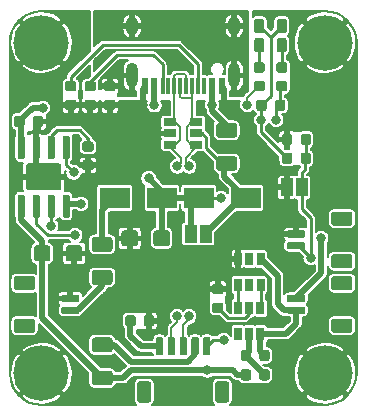
<source format=gbr>
G04 #@! TF.GenerationSoftware,KiCad,Pcbnew,(5.1.5)-3*
G04 #@! TF.CreationDate,2020-04-27T23:25:01+02:00*
G04 #@! TF.ProjectId,unified-usb-pcb_batt,756e6966-6965-4642-9d75-73622d706362,rev?*
G04 #@! TF.SameCoordinates,Original*
G04 #@! TF.FileFunction,Copper,L1,Top*
G04 #@! TF.FilePolarity,Positive*
%FSLAX46Y46*%
G04 Gerber Fmt 4.6, Leading zero omitted, Abs format (unit mm)*
G04 Created by KiCad (PCBNEW (5.1.5)-3) date 2020-04-27 23:25:01*
%MOMM*%
%LPD*%
G04 APERTURE LIST*
%ADD10R,1.000000X1.500000*%
%ADD11C,0.100000*%
%ADD12R,0.650000X1.060000*%
%ADD13R,0.600000X1.450000*%
%ADD14R,0.300000X1.450000*%
%ADD15O,1.000000X2.100000*%
%ADD16O,1.000000X1.600000*%
%ADD17R,1.060000X0.650000*%
%ADD18C,4.700000*%
%ADD19R,2.500000X1.800000*%
%ADD20C,0.800000*%
%ADD21C,0.508000*%
%ADD22C,0.254000*%
%ADD23C,0.190500*%
G04 APERTURE END LIST*
D10*
X40807400Y-34544000D03*
X39507400Y-34544000D03*
X31379400Y-38481000D03*
X32679400Y-38481000D03*
G04 #@! TA.AperFunction,SMDPad,CuDef*
D11*
G36*
X18706091Y-28482053D02*
G01*
X18727326Y-28485203D01*
X18748150Y-28490419D01*
X18768362Y-28497651D01*
X18787768Y-28506830D01*
X18806181Y-28517866D01*
X18823424Y-28530654D01*
X18839330Y-28545070D01*
X18853746Y-28560976D01*
X18866534Y-28578219D01*
X18877570Y-28596632D01*
X18886749Y-28616038D01*
X18893981Y-28636250D01*
X18899197Y-28657074D01*
X18902347Y-28678309D01*
X18903400Y-28699750D01*
X18903400Y-29212250D01*
X18902347Y-29233691D01*
X18899197Y-29254926D01*
X18893981Y-29275750D01*
X18886749Y-29295962D01*
X18877570Y-29315368D01*
X18866534Y-29333781D01*
X18853746Y-29351024D01*
X18839330Y-29366930D01*
X18823424Y-29381346D01*
X18806181Y-29394134D01*
X18787768Y-29405170D01*
X18768362Y-29414349D01*
X18748150Y-29421581D01*
X18727326Y-29426797D01*
X18706091Y-29429947D01*
X18684650Y-29431000D01*
X18247150Y-29431000D01*
X18225709Y-29429947D01*
X18204474Y-29426797D01*
X18183650Y-29421581D01*
X18163438Y-29414349D01*
X18144032Y-29405170D01*
X18125619Y-29394134D01*
X18108376Y-29381346D01*
X18092470Y-29366930D01*
X18078054Y-29351024D01*
X18065266Y-29333781D01*
X18054230Y-29315368D01*
X18045051Y-29295962D01*
X18037819Y-29275750D01*
X18032603Y-29254926D01*
X18029453Y-29233691D01*
X18028400Y-29212250D01*
X18028400Y-28699750D01*
X18029453Y-28678309D01*
X18032603Y-28657074D01*
X18037819Y-28636250D01*
X18045051Y-28616038D01*
X18054230Y-28596632D01*
X18065266Y-28578219D01*
X18078054Y-28560976D01*
X18092470Y-28545070D01*
X18108376Y-28530654D01*
X18125619Y-28517866D01*
X18144032Y-28506830D01*
X18163438Y-28497651D01*
X18183650Y-28490419D01*
X18204474Y-28485203D01*
X18225709Y-28482053D01*
X18247150Y-28481000D01*
X18684650Y-28481000D01*
X18706091Y-28482053D01*
G37*
G04 #@! TD.AperFunction*
G04 #@! TA.AperFunction,SMDPad,CuDef*
G36*
X17131091Y-28482053D02*
G01*
X17152326Y-28485203D01*
X17173150Y-28490419D01*
X17193362Y-28497651D01*
X17212768Y-28506830D01*
X17231181Y-28517866D01*
X17248424Y-28530654D01*
X17264330Y-28545070D01*
X17278746Y-28560976D01*
X17291534Y-28578219D01*
X17302570Y-28596632D01*
X17311749Y-28616038D01*
X17318981Y-28636250D01*
X17324197Y-28657074D01*
X17327347Y-28678309D01*
X17328400Y-28699750D01*
X17328400Y-29212250D01*
X17327347Y-29233691D01*
X17324197Y-29254926D01*
X17318981Y-29275750D01*
X17311749Y-29295962D01*
X17302570Y-29315368D01*
X17291534Y-29333781D01*
X17278746Y-29351024D01*
X17264330Y-29366930D01*
X17248424Y-29381346D01*
X17231181Y-29394134D01*
X17212768Y-29405170D01*
X17193362Y-29414349D01*
X17173150Y-29421581D01*
X17152326Y-29426797D01*
X17131091Y-29429947D01*
X17109650Y-29431000D01*
X16672150Y-29431000D01*
X16650709Y-29429947D01*
X16629474Y-29426797D01*
X16608650Y-29421581D01*
X16588438Y-29414349D01*
X16569032Y-29405170D01*
X16550619Y-29394134D01*
X16533376Y-29381346D01*
X16517470Y-29366930D01*
X16503054Y-29351024D01*
X16490266Y-29333781D01*
X16479230Y-29315368D01*
X16470051Y-29295962D01*
X16462819Y-29275750D01*
X16457603Y-29254926D01*
X16454453Y-29233691D01*
X16453400Y-29212250D01*
X16453400Y-28699750D01*
X16454453Y-28678309D01*
X16457603Y-28657074D01*
X16462819Y-28636250D01*
X16470051Y-28616038D01*
X16479230Y-28596632D01*
X16490266Y-28578219D01*
X16503054Y-28560976D01*
X16517470Y-28545070D01*
X16533376Y-28530654D01*
X16550619Y-28517866D01*
X16569032Y-28506830D01*
X16588438Y-28497651D01*
X16608650Y-28490419D01*
X16629474Y-28485203D01*
X16650709Y-28482053D01*
X16672150Y-28481000D01*
X17109650Y-28481000D01*
X17131091Y-28482053D01*
G37*
G04 #@! TD.AperFunction*
G04 #@! TA.AperFunction,SMDPad,CuDef*
G36*
X21018103Y-35155722D02*
G01*
X21032664Y-35157882D01*
X21046943Y-35161459D01*
X21060803Y-35166418D01*
X21074110Y-35172712D01*
X21086736Y-35180280D01*
X21098559Y-35189048D01*
X21109466Y-35198934D01*
X21119352Y-35209841D01*
X21128120Y-35221664D01*
X21135688Y-35234290D01*
X21141982Y-35247597D01*
X21146941Y-35261457D01*
X21150518Y-35275736D01*
X21152678Y-35290297D01*
X21153400Y-35305000D01*
X21153400Y-36955000D01*
X21152678Y-36969703D01*
X21150518Y-36984264D01*
X21146941Y-36998543D01*
X21141982Y-37012403D01*
X21135688Y-37025710D01*
X21128120Y-37038336D01*
X21119352Y-37050159D01*
X21109466Y-37061066D01*
X21098559Y-37070952D01*
X21086736Y-37079720D01*
X21074110Y-37087288D01*
X21060803Y-37093582D01*
X21046943Y-37098541D01*
X21032664Y-37102118D01*
X21018103Y-37104278D01*
X21003400Y-37105000D01*
X20703400Y-37105000D01*
X20688697Y-37104278D01*
X20674136Y-37102118D01*
X20659857Y-37098541D01*
X20645997Y-37093582D01*
X20632690Y-37087288D01*
X20620064Y-37079720D01*
X20608241Y-37070952D01*
X20597334Y-37061066D01*
X20587448Y-37050159D01*
X20578680Y-37038336D01*
X20571112Y-37025710D01*
X20564818Y-37012403D01*
X20559859Y-36998543D01*
X20556282Y-36984264D01*
X20554122Y-36969703D01*
X20553400Y-36955000D01*
X20553400Y-35305000D01*
X20554122Y-35290297D01*
X20556282Y-35275736D01*
X20559859Y-35261457D01*
X20564818Y-35247597D01*
X20571112Y-35234290D01*
X20578680Y-35221664D01*
X20587448Y-35209841D01*
X20597334Y-35198934D01*
X20608241Y-35189048D01*
X20620064Y-35180280D01*
X20632690Y-35172712D01*
X20645997Y-35166418D01*
X20659857Y-35161459D01*
X20674136Y-35157882D01*
X20688697Y-35155722D01*
X20703400Y-35155000D01*
X21003400Y-35155000D01*
X21018103Y-35155722D01*
G37*
G04 #@! TD.AperFunction*
G04 #@! TA.AperFunction,SMDPad,CuDef*
G36*
X19748103Y-35155722D02*
G01*
X19762664Y-35157882D01*
X19776943Y-35161459D01*
X19790803Y-35166418D01*
X19804110Y-35172712D01*
X19816736Y-35180280D01*
X19828559Y-35189048D01*
X19839466Y-35198934D01*
X19849352Y-35209841D01*
X19858120Y-35221664D01*
X19865688Y-35234290D01*
X19871982Y-35247597D01*
X19876941Y-35261457D01*
X19880518Y-35275736D01*
X19882678Y-35290297D01*
X19883400Y-35305000D01*
X19883400Y-36955000D01*
X19882678Y-36969703D01*
X19880518Y-36984264D01*
X19876941Y-36998543D01*
X19871982Y-37012403D01*
X19865688Y-37025710D01*
X19858120Y-37038336D01*
X19849352Y-37050159D01*
X19839466Y-37061066D01*
X19828559Y-37070952D01*
X19816736Y-37079720D01*
X19804110Y-37087288D01*
X19790803Y-37093582D01*
X19776943Y-37098541D01*
X19762664Y-37102118D01*
X19748103Y-37104278D01*
X19733400Y-37105000D01*
X19433400Y-37105000D01*
X19418697Y-37104278D01*
X19404136Y-37102118D01*
X19389857Y-37098541D01*
X19375997Y-37093582D01*
X19362690Y-37087288D01*
X19350064Y-37079720D01*
X19338241Y-37070952D01*
X19327334Y-37061066D01*
X19317448Y-37050159D01*
X19308680Y-37038336D01*
X19301112Y-37025710D01*
X19294818Y-37012403D01*
X19289859Y-36998543D01*
X19286282Y-36984264D01*
X19284122Y-36969703D01*
X19283400Y-36955000D01*
X19283400Y-35305000D01*
X19284122Y-35290297D01*
X19286282Y-35275736D01*
X19289859Y-35261457D01*
X19294818Y-35247597D01*
X19301112Y-35234290D01*
X19308680Y-35221664D01*
X19317448Y-35209841D01*
X19327334Y-35198934D01*
X19338241Y-35189048D01*
X19350064Y-35180280D01*
X19362690Y-35172712D01*
X19375997Y-35166418D01*
X19389857Y-35161459D01*
X19404136Y-35157882D01*
X19418697Y-35155722D01*
X19433400Y-35155000D01*
X19733400Y-35155000D01*
X19748103Y-35155722D01*
G37*
G04 #@! TD.AperFunction*
G04 #@! TA.AperFunction,SMDPad,CuDef*
G36*
X18478103Y-35155722D02*
G01*
X18492664Y-35157882D01*
X18506943Y-35161459D01*
X18520803Y-35166418D01*
X18534110Y-35172712D01*
X18546736Y-35180280D01*
X18558559Y-35189048D01*
X18569466Y-35198934D01*
X18579352Y-35209841D01*
X18588120Y-35221664D01*
X18595688Y-35234290D01*
X18601982Y-35247597D01*
X18606941Y-35261457D01*
X18610518Y-35275736D01*
X18612678Y-35290297D01*
X18613400Y-35305000D01*
X18613400Y-36955000D01*
X18612678Y-36969703D01*
X18610518Y-36984264D01*
X18606941Y-36998543D01*
X18601982Y-37012403D01*
X18595688Y-37025710D01*
X18588120Y-37038336D01*
X18579352Y-37050159D01*
X18569466Y-37061066D01*
X18558559Y-37070952D01*
X18546736Y-37079720D01*
X18534110Y-37087288D01*
X18520803Y-37093582D01*
X18506943Y-37098541D01*
X18492664Y-37102118D01*
X18478103Y-37104278D01*
X18463400Y-37105000D01*
X18163400Y-37105000D01*
X18148697Y-37104278D01*
X18134136Y-37102118D01*
X18119857Y-37098541D01*
X18105997Y-37093582D01*
X18092690Y-37087288D01*
X18080064Y-37079720D01*
X18068241Y-37070952D01*
X18057334Y-37061066D01*
X18047448Y-37050159D01*
X18038680Y-37038336D01*
X18031112Y-37025710D01*
X18024818Y-37012403D01*
X18019859Y-36998543D01*
X18016282Y-36984264D01*
X18014122Y-36969703D01*
X18013400Y-36955000D01*
X18013400Y-35305000D01*
X18014122Y-35290297D01*
X18016282Y-35275736D01*
X18019859Y-35261457D01*
X18024818Y-35247597D01*
X18031112Y-35234290D01*
X18038680Y-35221664D01*
X18047448Y-35209841D01*
X18057334Y-35198934D01*
X18068241Y-35189048D01*
X18080064Y-35180280D01*
X18092690Y-35172712D01*
X18105997Y-35166418D01*
X18119857Y-35161459D01*
X18134136Y-35157882D01*
X18148697Y-35155722D01*
X18163400Y-35155000D01*
X18463400Y-35155000D01*
X18478103Y-35155722D01*
G37*
G04 #@! TD.AperFunction*
G04 #@! TA.AperFunction,SMDPad,CuDef*
G36*
X17208103Y-35155722D02*
G01*
X17222664Y-35157882D01*
X17236943Y-35161459D01*
X17250803Y-35166418D01*
X17264110Y-35172712D01*
X17276736Y-35180280D01*
X17288559Y-35189048D01*
X17299466Y-35198934D01*
X17309352Y-35209841D01*
X17318120Y-35221664D01*
X17325688Y-35234290D01*
X17331982Y-35247597D01*
X17336941Y-35261457D01*
X17340518Y-35275736D01*
X17342678Y-35290297D01*
X17343400Y-35305000D01*
X17343400Y-36955000D01*
X17342678Y-36969703D01*
X17340518Y-36984264D01*
X17336941Y-36998543D01*
X17331982Y-37012403D01*
X17325688Y-37025710D01*
X17318120Y-37038336D01*
X17309352Y-37050159D01*
X17299466Y-37061066D01*
X17288559Y-37070952D01*
X17276736Y-37079720D01*
X17264110Y-37087288D01*
X17250803Y-37093582D01*
X17236943Y-37098541D01*
X17222664Y-37102118D01*
X17208103Y-37104278D01*
X17193400Y-37105000D01*
X16893400Y-37105000D01*
X16878697Y-37104278D01*
X16864136Y-37102118D01*
X16849857Y-37098541D01*
X16835997Y-37093582D01*
X16822690Y-37087288D01*
X16810064Y-37079720D01*
X16798241Y-37070952D01*
X16787334Y-37061066D01*
X16777448Y-37050159D01*
X16768680Y-37038336D01*
X16761112Y-37025710D01*
X16754818Y-37012403D01*
X16749859Y-36998543D01*
X16746282Y-36984264D01*
X16744122Y-36969703D01*
X16743400Y-36955000D01*
X16743400Y-35305000D01*
X16744122Y-35290297D01*
X16746282Y-35275736D01*
X16749859Y-35261457D01*
X16754818Y-35247597D01*
X16761112Y-35234290D01*
X16768680Y-35221664D01*
X16777448Y-35209841D01*
X16787334Y-35198934D01*
X16798241Y-35189048D01*
X16810064Y-35180280D01*
X16822690Y-35172712D01*
X16835997Y-35166418D01*
X16849857Y-35161459D01*
X16864136Y-35157882D01*
X16878697Y-35155722D01*
X16893400Y-35155000D01*
X17193400Y-35155000D01*
X17208103Y-35155722D01*
G37*
G04 #@! TD.AperFunction*
G04 #@! TA.AperFunction,SMDPad,CuDef*
G36*
X17208103Y-30205722D02*
G01*
X17222664Y-30207882D01*
X17236943Y-30211459D01*
X17250803Y-30216418D01*
X17264110Y-30222712D01*
X17276736Y-30230280D01*
X17288559Y-30239048D01*
X17299466Y-30248934D01*
X17309352Y-30259841D01*
X17318120Y-30271664D01*
X17325688Y-30284290D01*
X17331982Y-30297597D01*
X17336941Y-30311457D01*
X17340518Y-30325736D01*
X17342678Y-30340297D01*
X17343400Y-30355000D01*
X17343400Y-32005000D01*
X17342678Y-32019703D01*
X17340518Y-32034264D01*
X17336941Y-32048543D01*
X17331982Y-32062403D01*
X17325688Y-32075710D01*
X17318120Y-32088336D01*
X17309352Y-32100159D01*
X17299466Y-32111066D01*
X17288559Y-32120952D01*
X17276736Y-32129720D01*
X17264110Y-32137288D01*
X17250803Y-32143582D01*
X17236943Y-32148541D01*
X17222664Y-32152118D01*
X17208103Y-32154278D01*
X17193400Y-32155000D01*
X16893400Y-32155000D01*
X16878697Y-32154278D01*
X16864136Y-32152118D01*
X16849857Y-32148541D01*
X16835997Y-32143582D01*
X16822690Y-32137288D01*
X16810064Y-32129720D01*
X16798241Y-32120952D01*
X16787334Y-32111066D01*
X16777448Y-32100159D01*
X16768680Y-32088336D01*
X16761112Y-32075710D01*
X16754818Y-32062403D01*
X16749859Y-32048543D01*
X16746282Y-32034264D01*
X16744122Y-32019703D01*
X16743400Y-32005000D01*
X16743400Y-30355000D01*
X16744122Y-30340297D01*
X16746282Y-30325736D01*
X16749859Y-30311457D01*
X16754818Y-30297597D01*
X16761112Y-30284290D01*
X16768680Y-30271664D01*
X16777448Y-30259841D01*
X16787334Y-30248934D01*
X16798241Y-30239048D01*
X16810064Y-30230280D01*
X16822690Y-30222712D01*
X16835997Y-30216418D01*
X16849857Y-30211459D01*
X16864136Y-30207882D01*
X16878697Y-30205722D01*
X16893400Y-30205000D01*
X17193400Y-30205000D01*
X17208103Y-30205722D01*
G37*
G04 #@! TD.AperFunction*
G04 #@! TA.AperFunction,SMDPad,CuDef*
G36*
X18478103Y-30205722D02*
G01*
X18492664Y-30207882D01*
X18506943Y-30211459D01*
X18520803Y-30216418D01*
X18534110Y-30222712D01*
X18546736Y-30230280D01*
X18558559Y-30239048D01*
X18569466Y-30248934D01*
X18579352Y-30259841D01*
X18588120Y-30271664D01*
X18595688Y-30284290D01*
X18601982Y-30297597D01*
X18606941Y-30311457D01*
X18610518Y-30325736D01*
X18612678Y-30340297D01*
X18613400Y-30355000D01*
X18613400Y-32005000D01*
X18612678Y-32019703D01*
X18610518Y-32034264D01*
X18606941Y-32048543D01*
X18601982Y-32062403D01*
X18595688Y-32075710D01*
X18588120Y-32088336D01*
X18579352Y-32100159D01*
X18569466Y-32111066D01*
X18558559Y-32120952D01*
X18546736Y-32129720D01*
X18534110Y-32137288D01*
X18520803Y-32143582D01*
X18506943Y-32148541D01*
X18492664Y-32152118D01*
X18478103Y-32154278D01*
X18463400Y-32155000D01*
X18163400Y-32155000D01*
X18148697Y-32154278D01*
X18134136Y-32152118D01*
X18119857Y-32148541D01*
X18105997Y-32143582D01*
X18092690Y-32137288D01*
X18080064Y-32129720D01*
X18068241Y-32120952D01*
X18057334Y-32111066D01*
X18047448Y-32100159D01*
X18038680Y-32088336D01*
X18031112Y-32075710D01*
X18024818Y-32062403D01*
X18019859Y-32048543D01*
X18016282Y-32034264D01*
X18014122Y-32019703D01*
X18013400Y-32005000D01*
X18013400Y-30355000D01*
X18014122Y-30340297D01*
X18016282Y-30325736D01*
X18019859Y-30311457D01*
X18024818Y-30297597D01*
X18031112Y-30284290D01*
X18038680Y-30271664D01*
X18047448Y-30259841D01*
X18057334Y-30248934D01*
X18068241Y-30239048D01*
X18080064Y-30230280D01*
X18092690Y-30222712D01*
X18105997Y-30216418D01*
X18119857Y-30211459D01*
X18134136Y-30207882D01*
X18148697Y-30205722D01*
X18163400Y-30205000D01*
X18463400Y-30205000D01*
X18478103Y-30205722D01*
G37*
G04 #@! TD.AperFunction*
G04 #@! TA.AperFunction,SMDPad,CuDef*
G36*
X19748103Y-30205722D02*
G01*
X19762664Y-30207882D01*
X19776943Y-30211459D01*
X19790803Y-30216418D01*
X19804110Y-30222712D01*
X19816736Y-30230280D01*
X19828559Y-30239048D01*
X19839466Y-30248934D01*
X19849352Y-30259841D01*
X19858120Y-30271664D01*
X19865688Y-30284290D01*
X19871982Y-30297597D01*
X19876941Y-30311457D01*
X19880518Y-30325736D01*
X19882678Y-30340297D01*
X19883400Y-30355000D01*
X19883400Y-32005000D01*
X19882678Y-32019703D01*
X19880518Y-32034264D01*
X19876941Y-32048543D01*
X19871982Y-32062403D01*
X19865688Y-32075710D01*
X19858120Y-32088336D01*
X19849352Y-32100159D01*
X19839466Y-32111066D01*
X19828559Y-32120952D01*
X19816736Y-32129720D01*
X19804110Y-32137288D01*
X19790803Y-32143582D01*
X19776943Y-32148541D01*
X19762664Y-32152118D01*
X19748103Y-32154278D01*
X19733400Y-32155000D01*
X19433400Y-32155000D01*
X19418697Y-32154278D01*
X19404136Y-32152118D01*
X19389857Y-32148541D01*
X19375997Y-32143582D01*
X19362690Y-32137288D01*
X19350064Y-32129720D01*
X19338241Y-32120952D01*
X19327334Y-32111066D01*
X19317448Y-32100159D01*
X19308680Y-32088336D01*
X19301112Y-32075710D01*
X19294818Y-32062403D01*
X19289859Y-32048543D01*
X19286282Y-32034264D01*
X19284122Y-32019703D01*
X19283400Y-32005000D01*
X19283400Y-30355000D01*
X19284122Y-30340297D01*
X19286282Y-30325736D01*
X19289859Y-30311457D01*
X19294818Y-30297597D01*
X19301112Y-30284290D01*
X19308680Y-30271664D01*
X19317448Y-30259841D01*
X19327334Y-30248934D01*
X19338241Y-30239048D01*
X19350064Y-30230280D01*
X19362690Y-30222712D01*
X19375997Y-30216418D01*
X19389857Y-30211459D01*
X19404136Y-30207882D01*
X19418697Y-30205722D01*
X19433400Y-30205000D01*
X19733400Y-30205000D01*
X19748103Y-30205722D01*
G37*
G04 #@! TD.AperFunction*
G04 #@! TA.AperFunction,SMDPad,CuDef*
G36*
X21018103Y-30205722D02*
G01*
X21032664Y-30207882D01*
X21046943Y-30211459D01*
X21060803Y-30216418D01*
X21074110Y-30222712D01*
X21086736Y-30230280D01*
X21098559Y-30239048D01*
X21109466Y-30248934D01*
X21119352Y-30259841D01*
X21128120Y-30271664D01*
X21135688Y-30284290D01*
X21141982Y-30297597D01*
X21146941Y-30311457D01*
X21150518Y-30325736D01*
X21152678Y-30340297D01*
X21153400Y-30355000D01*
X21153400Y-32005000D01*
X21152678Y-32019703D01*
X21150518Y-32034264D01*
X21146941Y-32048543D01*
X21141982Y-32062403D01*
X21135688Y-32075710D01*
X21128120Y-32088336D01*
X21119352Y-32100159D01*
X21109466Y-32111066D01*
X21098559Y-32120952D01*
X21086736Y-32129720D01*
X21074110Y-32137288D01*
X21060803Y-32143582D01*
X21046943Y-32148541D01*
X21032664Y-32152118D01*
X21018103Y-32154278D01*
X21003400Y-32155000D01*
X20703400Y-32155000D01*
X20688697Y-32154278D01*
X20674136Y-32152118D01*
X20659857Y-32148541D01*
X20645997Y-32143582D01*
X20632690Y-32137288D01*
X20620064Y-32129720D01*
X20608241Y-32120952D01*
X20597334Y-32111066D01*
X20587448Y-32100159D01*
X20578680Y-32088336D01*
X20571112Y-32075710D01*
X20564818Y-32062403D01*
X20559859Y-32048543D01*
X20556282Y-32034264D01*
X20554122Y-32019703D01*
X20553400Y-32005000D01*
X20553400Y-30355000D01*
X20554122Y-30340297D01*
X20556282Y-30325736D01*
X20559859Y-30311457D01*
X20564818Y-30297597D01*
X20571112Y-30284290D01*
X20578680Y-30271664D01*
X20587448Y-30259841D01*
X20597334Y-30248934D01*
X20608241Y-30239048D01*
X20620064Y-30230280D01*
X20632690Y-30222712D01*
X20645997Y-30216418D01*
X20659857Y-30211459D01*
X20674136Y-30207882D01*
X20688697Y-30205722D01*
X20703400Y-30205000D01*
X21003400Y-30205000D01*
X21018103Y-30205722D01*
G37*
G04 #@! TD.AperFunction*
G04 #@! TA.AperFunction,SMDPad,CuDef*
G36*
X20222905Y-32511204D02*
G01*
X20247173Y-32514804D01*
X20270972Y-32520765D01*
X20294071Y-32529030D01*
X20316250Y-32539520D01*
X20337293Y-32552132D01*
X20356999Y-32566747D01*
X20375177Y-32583223D01*
X20391653Y-32601401D01*
X20406268Y-32621107D01*
X20418880Y-32642150D01*
X20429370Y-32664329D01*
X20437635Y-32687428D01*
X20443596Y-32711227D01*
X20447196Y-32735495D01*
X20448400Y-32759999D01*
X20448400Y-34550001D01*
X20447196Y-34574505D01*
X20443596Y-34598773D01*
X20437635Y-34622572D01*
X20429370Y-34645671D01*
X20418880Y-34667850D01*
X20406268Y-34688893D01*
X20391653Y-34708599D01*
X20375177Y-34726777D01*
X20356999Y-34743253D01*
X20337293Y-34757868D01*
X20316250Y-34770480D01*
X20294071Y-34780970D01*
X20270972Y-34789235D01*
X20247173Y-34795196D01*
X20222905Y-34798796D01*
X20198401Y-34800000D01*
X17698399Y-34800000D01*
X17673895Y-34798796D01*
X17649627Y-34795196D01*
X17625828Y-34789235D01*
X17602729Y-34780970D01*
X17580550Y-34770480D01*
X17559507Y-34757868D01*
X17539801Y-34743253D01*
X17521623Y-34726777D01*
X17505147Y-34708599D01*
X17490532Y-34688893D01*
X17477920Y-34667850D01*
X17467430Y-34645671D01*
X17459165Y-34622572D01*
X17453204Y-34598773D01*
X17449604Y-34574505D01*
X17448400Y-34550001D01*
X17448400Y-32759999D01*
X17449604Y-32735495D01*
X17453204Y-32711227D01*
X17459165Y-32687428D01*
X17467430Y-32664329D01*
X17477920Y-32642150D01*
X17490532Y-32621107D01*
X17505147Y-32601401D01*
X17521623Y-32583223D01*
X17539801Y-32566747D01*
X17559507Y-32552132D01*
X17580550Y-32539520D01*
X17602729Y-32529030D01*
X17625828Y-32520765D01*
X17649627Y-32514804D01*
X17673895Y-32511204D01*
X17698399Y-32510000D01*
X20198401Y-32510000D01*
X20222905Y-32511204D01*
G37*
G04 #@! TD.AperFunction*
G04 #@! TA.AperFunction,SMDPad,CuDef*
G36*
X22972591Y-30653053D02*
G01*
X22993826Y-30656203D01*
X23014650Y-30661419D01*
X23034862Y-30668651D01*
X23054268Y-30677830D01*
X23072681Y-30688866D01*
X23089924Y-30701654D01*
X23105830Y-30716070D01*
X23120246Y-30731976D01*
X23133034Y-30749219D01*
X23144070Y-30767632D01*
X23153249Y-30787038D01*
X23160481Y-30807250D01*
X23165697Y-30828074D01*
X23168847Y-30849309D01*
X23169900Y-30870750D01*
X23169900Y-31308250D01*
X23168847Y-31329691D01*
X23165697Y-31350926D01*
X23160481Y-31371750D01*
X23153249Y-31391962D01*
X23144070Y-31411368D01*
X23133034Y-31429781D01*
X23120246Y-31447024D01*
X23105830Y-31462930D01*
X23089924Y-31477346D01*
X23072681Y-31490134D01*
X23054268Y-31501170D01*
X23034862Y-31510349D01*
X23014650Y-31517581D01*
X22993826Y-31522797D01*
X22972591Y-31525947D01*
X22951150Y-31527000D01*
X22438650Y-31527000D01*
X22417209Y-31525947D01*
X22395974Y-31522797D01*
X22375150Y-31517581D01*
X22354938Y-31510349D01*
X22335532Y-31501170D01*
X22317119Y-31490134D01*
X22299876Y-31477346D01*
X22283970Y-31462930D01*
X22269554Y-31447024D01*
X22256766Y-31429781D01*
X22245730Y-31411368D01*
X22236551Y-31391962D01*
X22229319Y-31371750D01*
X22224103Y-31350926D01*
X22220953Y-31329691D01*
X22219900Y-31308250D01*
X22219900Y-30870750D01*
X22220953Y-30849309D01*
X22224103Y-30828074D01*
X22229319Y-30807250D01*
X22236551Y-30787038D01*
X22245730Y-30767632D01*
X22256766Y-30749219D01*
X22269554Y-30731976D01*
X22283970Y-30716070D01*
X22299876Y-30701654D01*
X22317119Y-30688866D01*
X22335532Y-30677830D01*
X22354938Y-30668651D01*
X22375150Y-30661419D01*
X22395974Y-30656203D01*
X22417209Y-30653053D01*
X22438650Y-30652000D01*
X22951150Y-30652000D01*
X22972591Y-30653053D01*
G37*
G04 #@! TD.AperFunction*
G04 #@! TA.AperFunction,SMDPad,CuDef*
G36*
X22972591Y-32228053D02*
G01*
X22993826Y-32231203D01*
X23014650Y-32236419D01*
X23034862Y-32243651D01*
X23054268Y-32252830D01*
X23072681Y-32263866D01*
X23089924Y-32276654D01*
X23105830Y-32291070D01*
X23120246Y-32306976D01*
X23133034Y-32324219D01*
X23144070Y-32342632D01*
X23153249Y-32362038D01*
X23160481Y-32382250D01*
X23165697Y-32403074D01*
X23168847Y-32424309D01*
X23169900Y-32445750D01*
X23169900Y-32883250D01*
X23168847Y-32904691D01*
X23165697Y-32925926D01*
X23160481Y-32946750D01*
X23153249Y-32966962D01*
X23144070Y-32986368D01*
X23133034Y-33004781D01*
X23120246Y-33022024D01*
X23105830Y-33037930D01*
X23089924Y-33052346D01*
X23072681Y-33065134D01*
X23054268Y-33076170D01*
X23034862Y-33085349D01*
X23014650Y-33092581D01*
X22993826Y-33097797D01*
X22972591Y-33100947D01*
X22951150Y-33102000D01*
X22438650Y-33102000D01*
X22417209Y-33100947D01*
X22395974Y-33097797D01*
X22375150Y-33092581D01*
X22354938Y-33085349D01*
X22335532Y-33076170D01*
X22317119Y-33065134D01*
X22299876Y-33052346D01*
X22283970Y-33037930D01*
X22269554Y-33022024D01*
X22256766Y-33004781D01*
X22245730Y-32986368D01*
X22236551Y-32966962D01*
X22229319Y-32946750D01*
X22224103Y-32925926D01*
X22220953Y-32904691D01*
X22219900Y-32883250D01*
X22219900Y-32445750D01*
X22220953Y-32424309D01*
X22224103Y-32403074D01*
X22229319Y-32382250D01*
X22236551Y-32362038D01*
X22245730Y-32342632D01*
X22256766Y-32324219D01*
X22269554Y-32306976D01*
X22283970Y-32291070D01*
X22299876Y-32276654D01*
X22317119Y-32263866D01*
X22335532Y-32252830D01*
X22354938Y-32243651D01*
X22375150Y-32236419D01*
X22395974Y-32231203D01*
X22417209Y-32228053D01*
X22438650Y-32227000D01*
X22951150Y-32227000D01*
X22972591Y-32228053D01*
G37*
G04 #@! TD.AperFunction*
G04 #@! TA.AperFunction,SMDPad,CuDef*
G36*
X21995905Y-39458204D02*
G01*
X22020173Y-39461804D01*
X22043972Y-39467765D01*
X22067071Y-39476030D01*
X22089250Y-39486520D01*
X22110293Y-39499132D01*
X22129999Y-39513747D01*
X22148177Y-39530223D01*
X22164653Y-39548401D01*
X22179268Y-39568107D01*
X22191880Y-39589150D01*
X22202370Y-39611329D01*
X22210635Y-39634428D01*
X22216596Y-39658227D01*
X22220196Y-39682495D01*
X22221400Y-39706999D01*
X22221400Y-40557001D01*
X22220196Y-40581505D01*
X22216596Y-40605773D01*
X22210635Y-40629572D01*
X22202370Y-40652671D01*
X22191880Y-40674850D01*
X22179268Y-40695893D01*
X22164653Y-40715599D01*
X22148177Y-40733777D01*
X22129999Y-40750253D01*
X22110293Y-40764868D01*
X22089250Y-40777480D01*
X22067071Y-40787970D01*
X22043972Y-40796235D01*
X22020173Y-40802196D01*
X21995905Y-40805796D01*
X21971401Y-40807000D01*
X21071399Y-40807000D01*
X21046895Y-40805796D01*
X21022627Y-40802196D01*
X20998828Y-40796235D01*
X20975729Y-40787970D01*
X20953550Y-40777480D01*
X20932507Y-40764868D01*
X20912801Y-40750253D01*
X20894623Y-40733777D01*
X20878147Y-40715599D01*
X20863532Y-40695893D01*
X20850920Y-40674850D01*
X20840430Y-40652671D01*
X20832165Y-40629572D01*
X20826204Y-40605773D01*
X20822604Y-40581505D01*
X20821400Y-40557001D01*
X20821400Y-39706999D01*
X20822604Y-39682495D01*
X20826204Y-39658227D01*
X20832165Y-39634428D01*
X20840430Y-39611329D01*
X20850920Y-39589150D01*
X20863532Y-39568107D01*
X20878147Y-39548401D01*
X20894623Y-39530223D01*
X20912801Y-39513747D01*
X20932507Y-39499132D01*
X20953550Y-39486520D01*
X20975729Y-39476030D01*
X20998828Y-39467765D01*
X21022627Y-39461804D01*
X21046895Y-39458204D01*
X21071399Y-39457000D01*
X21971401Y-39457000D01*
X21995905Y-39458204D01*
G37*
G04 #@! TD.AperFunction*
G04 #@! TA.AperFunction,SMDPad,CuDef*
G36*
X19295905Y-39458204D02*
G01*
X19320173Y-39461804D01*
X19343972Y-39467765D01*
X19367071Y-39476030D01*
X19389250Y-39486520D01*
X19410293Y-39499132D01*
X19429999Y-39513747D01*
X19448177Y-39530223D01*
X19464653Y-39548401D01*
X19479268Y-39568107D01*
X19491880Y-39589150D01*
X19502370Y-39611329D01*
X19510635Y-39634428D01*
X19516596Y-39658227D01*
X19520196Y-39682495D01*
X19521400Y-39706999D01*
X19521400Y-40557001D01*
X19520196Y-40581505D01*
X19516596Y-40605773D01*
X19510635Y-40629572D01*
X19502370Y-40652671D01*
X19491880Y-40674850D01*
X19479268Y-40695893D01*
X19464653Y-40715599D01*
X19448177Y-40733777D01*
X19429999Y-40750253D01*
X19410293Y-40764868D01*
X19389250Y-40777480D01*
X19367071Y-40787970D01*
X19343972Y-40796235D01*
X19320173Y-40802196D01*
X19295905Y-40805796D01*
X19271401Y-40807000D01*
X18371399Y-40807000D01*
X18346895Y-40805796D01*
X18322627Y-40802196D01*
X18298828Y-40796235D01*
X18275729Y-40787970D01*
X18253550Y-40777480D01*
X18232507Y-40764868D01*
X18212801Y-40750253D01*
X18194623Y-40733777D01*
X18178147Y-40715599D01*
X18163532Y-40695893D01*
X18150920Y-40674850D01*
X18140430Y-40652671D01*
X18132165Y-40629572D01*
X18126204Y-40605773D01*
X18122604Y-40581505D01*
X18121400Y-40557001D01*
X18121400Y-39706999D01*
X18122604Y-39682495D01*
X18126204Y-39658227D01*
X18132165Y-39634428D01*
X18140430Y-39611329D01*
X18150920Y-39589150D01*
X18163532Y-39568107D01*
X18178147Y-39548401D01*
X18194623Y-39530223D01*
X18212801Y-39513747D01*
X18232507Y-39499132D01*
X18253550Y-39486520D01*
X18275729Y-39476030D01*
X18298828Y-39467765D01*
X18322627Y-39461804D01*
X18346895Y-39458204D01*
X18371399Y-39457000D01*
X19271401Y-39457000D01*
X19295905Y-39458204D01*
G37*
G04 #@! TD.AperFunction*
G04 #@! TA.AperFunction,SMDPad,CuDef*
G36*
X39800591Y-31593553D02*
G01*
X39821826Y-31596703D01*
X39842650Y-31601919D01*
X39862862Y-31609151D01*
X39882268Y-31618330D01*
X39900681Y-31629366D01*
X39917924Y-31642154D01*
X39933830Y-31656570D01*
X39948246Y-31672476D01*
X39961034Y-31689719D01*
X39972070Y-31708132D01*
X39981249Y-31727538D01*
X39988481Y-31747750D01*
X39993697Y-31768574D01*
X39996847Y-31789809D01*
X39997900Y-31811250D01*
X39997900Y-32323750D01*
X39996847Y-32345191D01*
X39993697Y-32366426D01*
X39988481Y-32387250D01*
X39981249Y-32407462D01*
X39972070Y-32426868D01*
X39961034Y-32445281D01*
X39948246Y-32462524D01*
X39933830Y-32478430D01*
X39917924Y-32492846D01*
X39900681Y-32505634D01*
X39882268Y-32516670D01*
X39862862Y-32525849D01*
X39842650Y-32533081D01*
X39821826Y-32538297D01*
X39800591Y-32541447D01*
X39779150Y-32542500D01*
X39341650Y-32542500D01*
X39320209Y-32541447D01*
X39298974Y-32538297D01*
X39278150Y-32533081D01*
X39257938Y-32525849D01*
X39238532Y-32516670D01*
X39220119Y-32505634D01*
X39202876Y-32492846D01*
X39186970Y-32478430D01*
X39172554Y-32462524D01*
X39159766Y-32445281D01*
X39148730Y-32426868D01*
X39139551Y-32407462D01*
X39132319Y-32387250D01*
X39127103Y-32366426D01*
X39123953Y-32345191D01*
X39122900Y-32323750D01*
X39122900Y-31811250D01*
X39123953Y-31789809D01*
X39127103Y-31768574D01*
X39132319Y-31747750D01*
X39139551Y-31727538D01*
X39148730Y-31708132D01*
X39159766Y-31689719D01*
X39172554Y-31672476D01*
X39186970Y-31656570D01*
X39202876Y-31642154D01*
X39220119Y-31629366D01*
X39238532Y-31618330D01*
X39257938Y-31609151D01*
X39278150Y-31601919D01*
X39298974Y-31596703D01*
X39320209Y-31593553D01*
X39341650Y-31592500D01*
X39779150Y-31592500D01*
X39800591Y-31593553D01*
G37*
G04 #@! TD.AperFunction*
G04 #@! TA.AperFunction,SMDPad,CuDef*
G36*
X41375591Y-31593553D02*
G01*
X41396826Y-31596703D01*
X41417650Y-31601919D01*
X41437862Y-31609151D01*
X41457268Y-31618330D01*
X41475681Y-31629366D01*
X41492924Y-31642154D01*
X41508830Y-31656570D01*
X41523246Y-31672476D01*
X41536034Y-31689719D01*
X41547070Y-31708132D01*
X41556249Y-31727538D01*
X41563481Y-31747750D01*
X41568697Y-31768574D01*
X41571847Y-31789809D01*
X41572900Y-31811250D01*
X41572900Y-32323750D01*
X41571847Y-32345191D01*
X41568697Y-32366426D01*
X41563481Y-32387250D01*
X41556249Y-32407462D01*
X41547070Y-32426868D01*
X41536034Y-32445281D01*
X41523246Y-32462524D01*
X41508830Y-32478430D01*
X41492924Y-32492846D01*
X41475681Y-32505634D01*
X41457268Y-32516670D01*
X41437862Y-32525849D01*
X41417650Y-32533081D01*
X41396826Y-32538297D01*
X41375591Y-32541447D01*
X41354150Y-32542500D01*
X40916650Y-32542500D01*
X40895209Y-32541447D01*
X40873974Y-32538297D01*
X40853150Y-32533081D01*
X40832938Y-32525849D01*
X40813532Y-32516670D01*
X40795119Y-32505634D01*
X40777876Y-32492846D01*
X40761970Y-32478430D01*
X40747554Y-32462524D01*
X40734766Y-32445281D01*
X40723730Y-32426868D01*
X40714551Y-32407462D01*
X40707319Y-32387250D01*
X40702103Y-32366426D01*
X40698953Y-32345191D01*
X40697900Y-32323750D01*
X40697900Y-31811250D01*
X40698953Y-31789809D01*
X40702103Y-31768574D01*
X40707319Y-31747750D01*
X40714551Y-31727538D01*
X40723730Y-31708132D01*
X40734766Y-31689719D01*
X40747554Y-31672476D01*
X40761970Y-31656570D01*
X40777876Y-31642154D01*
X40795119Y-31629366D01*
X40813532Y-31618330D01*
X40832938Y-31609151D01*
X40853150Y-31601919D01*
X40873974Y-31596703D01*
X40895209Y-31593553D01*
X40916650Y-31592500D01*
X41354150Y-31592500D01*
X41375591Y-31593553D01*
G37*
G04 #@! TD.AperFunction*
G04 #@! TA.AperFunction,SMDPad,CuDef*
G36*
X41375591Y-30006053D02*
G01*
X41396826Y-30009203D01*
X41417650Y-30014419D01*
X41437862Y-30021651D01*
X41457268Y-30030830D01*
X41475681Y-30041866D01*
X41492924Y-30054654D01*
X41508830Y-30069070D01*
X41523246Y-30084976D01*
X41536034Y-30102219D01*
X41547070Y-30120632D01*
X41556249Y-30140038D01*
X41563481Y-30160250D01*
X41568697Y-30181074D01*
X41571847Y-30202309D01*
X41572900Y-30223750D01*
X41572900Y-30736250D01*
X41571847Y-30757691D01*
X41568697Y-30778926D01*
X41563481Y-30799750D01*
X41556249Y-30819962D01*
X41547070Y-30839368D01*
X41536034Y-30857781D01*
X41523246Y-30875024D01*
X41508830Y-30890930D01*
X41492924Y-30905346D01*
X41475681Y-30918134D01*
X41457268Y-30929170D01*
X41437862Y-30938349D01*
X41417650Y-30945581D01*
X41396826Y-30950797D01*
X41375591Y-30953947D01*
X41354150Y-30955000D01*
X40916650Y-30955000D01*
X40895209Y-30953947D01*
X40873974Y-30950797D01*
X40853150Y-30945581D01*
X40832938Y-30938349D01*
X40813532Y-30929170D01*
X40795119Y-30918134D01*
X40777876Y-30905346D01*
X40761970Y-30890930D01*
X40747554Y-30875024D01*
X40734766Y-30857781D01*
X40723730Y-30839368D01*
X40714551Y-30819962D01*
X40707319Y-30799750D01*
X40702103Y-30778926D01*
X40698953Y-30757691D01*
X40697900Y-30736250D01*
X40697900Y-30223750D01*
X40698953Y-30202309D01*
X40702103Y-30181074D01*
X40707319Y-30160250D01*
X40714551Y-30140038D01*
X40723730Y-30120632D01*
X40734766Y-30102219D01*
X40747554Y-30084976D01*
X40761970Y-30069070D01*
X40777876Y-30054654D01*
X40795119Y-30041866D01*
X40813532Y-30030830D01*
X40832938Y-30021651D01*
X40853150Y-30014419D01*
X40873974Y-30009203D01*
X40895209Y-30006053D01*
X40916650Y-30005000D01*
X41354150Y-30005000D01*
X41375591Y-30006053D01*
G37*
G04 #@! TD.AperFunction*
G04 #@! TA.AperFunction,SMDPad,CuDef*
G36*
X39800591Y-30006053D02*
G01*
X39821826Y-30009203D01*
X39842650Y-30014419D01*
X39862862Y-30021651D01*
X39882268Y-30030830D01*
X39900681Y-30041866D01*
X39917924Y-30054654D01*
X39933830Y-30069070D01*
X39948246Y-30084976D01*
X39961034Y-30102219D01*
X39972070Y-30120632D01*
X39981249Y-30140038D01*
X39988481Y-30160250D01*
X39993697Y-30181074D01*
X39996847Y-30202309D01*
X39997900Y-30223750D01*
X39997900Y-30736250D01*
X39996847Y-30757691D01*
X39993697Y-30778926D01*
X39988481Y-30799750D01*
X39981249Y-30819962D01*
X39972070Y-30839368D01*
X39961034Y-30857781D01*
X39948246Y-30875024D01*
X39933830Y-30890930D01*
X39917924Y-30905346D01*
X39900681Y-30918134D01*
X39882268Y-30929170D01*
X39862862Y-30938349D01*
X39842650Y-30945581D01*
X39821826Y-30950797D01*
X39800591Y-30953947D01*
X39779150Y-30955000D01*
X39341650Y-30955000D01*
X39320209Y-30953947D01*
X39298974Y-30950797D01*
X39278150Y-30945581D01*
X39257938Y-30938349D01*
X39238532Y-30929170D01*
X39220119Y-30918134D01*
X39202876Y-30905346D01*
X39186970Y-30890930D01*
X39172554Y-30875024D01*
X39159766Y-30857781D01*
X39148730Y-30839368D01*
X39139551Y-30819962D01*
X39132319Y-30799750D01*
X39127103Y-30778926D01*
X39123953Y-30757691D01*
X39122900Y-30736250D01*
X39122900Y-30223750D01*
X39123953Y-30202309D01*
X39127103Y-30181074D01*
X39132319Y-30160250D01*
X39139551Y-30140038D01*
X39148730Y-30120632D01*
X39159766Y-30102219D01*
X39172554Y-30084976D01*
X39186970Y-30069070D01*
X39202876Y-30054654D01*
X39220119Y-30041866D01*
X39238532Y-30030830D01*
X39257938Y-30021651D01*
X39278150Y-30014419D01*
X39298974Y-30009203D01*
X39320209Y-30006053D01*
X39341650Y-30005000D01*
X39779150Y-30005000D01*
X39800591Y-30006053D01*
G37*
G04 #@! TD.AperFunction*
G04 #@! TA.AperFunction,SMDPad,CuDef*
G36*
X37883091Y-48294053D02*
G01*
X37904326Y-48297203D01*
X37925150Y-48302419D01*
X37945362Y-48309651D01*
X37964768Y-48318830D01*
X37983181Y-48329866D01*
X38000424Y-48342654D01*
X38016330Y-48357070D01*
X38030746Y-48372976D01*
X38043534Y-48390219D01*
X38054570Y-48408632D01*
X38063749Y-48428038D01*
X38070981Y-48448250D01*
X38076197Y-48469074D01*
X38079347Y-48490309D01*
X38080400Y-48511750D01*
X38080400Y-49024250D01*
X38079347Y-49045691D01*
X38076197Y-49066926D01*
X38070981Y-49087750D01*
X38063749Y-49107962D01*
X38054570Y-49127368D01*
X38043534Y-49145781D01*
X38030746Y-49163024D01*
X38016330Y-49178930D01*
X38000424Y-49193346D01*
X37983181Y-49206134D01*
X37964768Y-49217170D01*
X37945362Y-49226349D01*
X37925150Y-49233581D01*
X37904326Y-49238797D01*
X37883091Y-49241947D01*
X37861650Y-49243000D01*
X37424150Y-49243000D01*
X37402709Y-49241947D01*
X37381474Y-49238797D01*
X37360650Y-49233581D01*
X37340438Y-49226349D01*
X37321032Y-49217170D01*
X37302619Y-49206134D01*
X37285376Y-49193346D01*
X37269470Y-49178930D01*
X37255054Y-49163024D01*
X37242266Y-49145781D01*
X37231230Y-49127368D01*
X37222051Y-49107962D01*
X37214819Y-49087750D01*
X37209603Y-49066926D01*
X37206453Y-49045691D01*
X37205400Y-49024250D01*
X37205400Y-48511750D01*
X37206453Y-48490309D01*
X37209603Y-48469074D01*
X37214819Y-48448250D01*
X37222051Y-48428038D01*
X37231230Y-48408632D01*
X37242266Y-48390219D01*
X37255054Y-48372976D01*
X37269470Y-48357070D01*
X37285376Y-48342654D01*
X37302619Y-48329866D01*
X37321032Y-48318830D01*
X37340438Y-48309651D01*
X37360650Y-48302419D01*
X37381474Y-48297203D01*
X37402709Y-48294053D01*
X37424150Y-48293000D01*
X37861650Y-48293000D01*
X37883091Y-48294053D01*
G37*
G04 #@! TD.AperFunction*
G04 #@! TA.AperFunction,SMDPad,CuDef*
G36*
X36308091Y-48294053D02*
G01*
X36329326Y-48297203D01*
X36350150Y-48302419D01*
X36370362Y-48309651D01*
X36389768Y-48318830D01*
X36408181Y-48329866D01*
X36425424Y-48342654D01*
X36441330Y-48357070D01*
X36455746Y-48372976D01*
X36468534Y-48390219D01*
X36479570Y-48408632D01*
X36488749Y-48428038D01*
X36495981Y-48448250D01*
X36501197Y-48469074D01*
X36504347Y-48490309D01*
X36505400Y-48511750D01*
X36505400Y-49024250D01*
X36504347Y-49045691D01*
X36501197Y-49066926D01*
X36495981Y-49087750D01*
X36488749Y-49107962D01*
X36479570Y-49127368D01*
X36468534Y-49145781D01*
X36455746Y-49163024D01*
X36441330Y-49178930D01*
X36425424Y-49193346D01*
X36408181Y-49206134D01*
X36389768Y-49217170D01*
X36370362Y-49226349D01*
X36350150Y-49233581D01*
X36329326Y-49238797D01*
X36308091Y-49241947D01*
X36286650Y-49243000D01*
X35849150Y-49243000D01*
X35827709Y-49241947D01*
X35806474Y-49238797D01*
X35785650Y-49233581D01*
X35765438Y-49226349D01*
X35746032Y-49217170D01*
X35727619Y-49206134D01*
X35710376Y-49193346D01*
X35694470Y-49178930D01*
X35680054Y-49163024D01*
X35667266Y-49145781D01*
X35656230Y-49127368D01*
X35647051Y-49107962D01*
X35639819Y-49087750D01*
X35634603Y-49066926D01*
X35631453Y-49045691D01*
X35630400Y-49024250D01*
X35630400Y-48511750D01*
X35631453Y-48490309D01*
X35634603Y-48469074D01*
X35639819Y-48448250D01*
X35647051Y-48428038D01*
X35656230Y-48408632D01*
X35667266Y-48390219D01*
X35680054Y-48372976D01*
X35694470Y-48357070D01*
X35710376Y-48342654D01*
X35727619Y-48329866D01*
X35746032Y-48318830D01*
X35765438Y-48309651D01*
X35785650Y-48302419D01*
X35806474Y-48297203D01*
X35827709Y-48294053D01*
X35849150Y-48293000D01*
X36286650Y-48293000D01*
X36308091Y-48294053D01*
G37*
G04 #@! TD.AperFunction*
G04 #@! TA.AperFunction,SMDPad,CuDef*
G36*
X36308091Y-49945053D02*
G01*
X36329326Y-49948203D01*
X36350150Y-49953419D01*
X36370362Y-49960651D01*
X36389768Y-49969830D01*
X36408181Y-49980866D01*
X36425424Y-49993654D01*
X36441330Y-50008070D01*
X36455746Y-50023976D01*
X36468534Y-50041219D01*
X36479570Y-50059632D01*
X36488749Y-50079038D01*
X36495981Y-50099250D01*
X36501197Y-50120074D01*
X36504347Y-50141309D01*
X36505400Y-50162750D01*
X36505400Y-50675250D01*
X36504347Y-50696691D01*
X36501197Y-50717926D01*
X36495981Y-50738750D01*
X36488749Y-50758962D01*
X36479570Y-50778368D01*
X36468534Y-50796781D01*
X36455746Y-50814024D01*
X36441330Y-50829930D01*
X36425424Y-50844346D01*
X36408181Y-50857134D01*
X36389768Y-50868170D01*
X36370362Y-50877349D01*
X36350150Y-50884581D01*
X36329326Y-50889797D01*
X36308091Y-50892947D01*
X36286650Y-50894000D01*
X35849150Y-50894000D01*
X35827709Y-50892947D01*
X35806474Y-50889797D01*
X35785650Y-50884581D01*
X35765438Y-50877349D01*
X35746032Y-50868170D01*
X35727619Y-50857134D01*
X35710376Y-50844346D01*
X35694470Y-50829930D01*
X35680054Y-50814024D01*
X35667266Y-50796781D01*
X35656230Y-50778368D01*
X35647051Y-50758962D01*
X35639819Y-50738750D01*
X35634603Y-50717926D01*
X35631453Y-50696691D01*
X35630400Y-50675250D01*
X35630400Y-50162750D01*
X35631453Y-50141309D01*
X35634603Y-50120074D01*
X35639819Y-50099250D01*
X35647051Y-50079038D01*
X35656230Y-50059632D01*
X35667266Y-50041219D01*
X35680054Y-50023976D01*
X35694470Y-50008070D01*
X35710376Y-49993654D01*
X35727619Y-49980866D01*
X35746032Y-49969830D01*
X35765438Y-49960651D01*
X35785650Y-49953419D01*
X35806474Y-49948203D01*
X35827709Y-49945053D01*
X35849150Y-49944000D01*
X36286650Y-49944000D01*
X36308091Y-49945053D01*
G37*
G04 #@! TD.AperFunction*
G04 #@! TA.AperFunction,SMDPad,CuDef*
G36*
X37883091Y-49945053D02*
G01*
X37904326Y-49948203D01*
X37925150Y-49953419D01*
X37945362Y-49960651D01*
X37964768Y-49969830D01*
X37983181Y-49980866D01*
X38000424Y-49993654D01*
X38016330Y-50008070D01*
X38030746Y-50023976D01*
X38043534Y-50041219D01*
X38054570Y-50059632D01*
X38063749Y-50079038D01*
X38070981Y-50099250D01*
X38076197Y-50120074D01*
X38079347Y-50141309D01*
X38080400Y-50162750D01*
X38080400Y-50675250D01*
X38079347Y-50696691D01*
X38076197Y-50717926D01*
X38070981Y-50738750D01*
X38063749Y-50758962D01*
X38054570Y-50778368D01*
X38043534Y-50796781D01*
X38030746Y-50814024D01*
X38016330Y-50829930D01*
X38000424Y-50844346D01*
X37983181Y-50857134D01*
X37964768Y-50868170D01*
X37945362Y-50877349D01*
X37925150Y-50884581D01*
X37904326Y-50889797D01*
X37883091Y-50892947D01*
X37861650Y-50894000D01*
X37424150Y-50894000D01*
X37402709Y-50892947D01*
X37381474Y-50889797D01*
X37360650Y-50884581D01*
X37340438Y-50877349D01*
X37321032Y-50868170D01*
X37302619Y-50857134D01*
X37285376Y-50844346D01*
X37269470Y-50829930D01*
X37255054Y-50814024D01*
X37242266Y-50796781D01*
X37231230Y-50778368D01*
X37222051Y-50758962D01*
X37214819Y-50738750D01*
X37209603Y-50717926D01*
X37206453Y-50696691D01*
X37205400Y-50675250D01*
X37205400Y-50162750D01*
X37206453Y-50141309D01*
X37209603Y-50120074D01*
X37214819Y-50099250D01*
X37222051Y-50079038D01*
X37231230Y-50059632D01*
X37242266Y-50041219D01*
X37255054Y-50023976D01*
X37269470Y-50008070D01*
X37285376Y-49993654D01*
X37302619Y-49980866D01*
X37321032Y-49969830D01*
X37340438Y-49960651D01*
X37360650Y-49953419D01*
X37381474Y-49948203D01*
X37402709Y-49945053D01*
X37424150Y-49944000D01*
X37861650Y-49944000D01*
X37883091Y-49945053D01*
G37*
G04 #@! TD.AperFunction*
D12*
X36347400Y-46947000D03*
X37297400Y-46947000D03*
X35397400Y-46947000D03*
X35397400Y-44747000D03*
X36347400Y-44747000D03*
X37297400Y-44747000D03*
D13*
X27509400Y-25983000D03*
X28309400Y-25983000D03*
X33209400Y-25983000D03*
X34009400Y-25983000D03*
X34009400Y-25983000D03*
X33209400Y-25983000D03*
X28309400Y-25983000D03*
X27509400Y-25983000D03*
D14*
X32509400Y-25983000D03*
X32009400Y-25983000D03*
X31509400Y-25983000D03*
X30509400Y-25983000D03*
X30009400Y-25983000D03*
X29509400Y-25983000D03*
X29009400Y-25983000D03*
X31009400Y-25983000D03*
D15*
X26439400Y-25068000D03*
X35079400Y-25068000D03*
D16*
X35079400Y-20888000D03*
X26439400Y-20888000D03*
G04 #@! TA.AperFunction,SMDPad,CuDef*
D11*
G36*
X28104091Y-45373053D02*
G01*
X28125326Y-45376203D01*
X28146150Y-45381419D01*
X28166362Y-45388651D01*
X28185768Y-45397830D01*
X28204181Y-45408866D01*
X28221424Y-45421654D01*
X28237330Y-45436070D01*
X28251746Y-45451976D01*
X28264534Y-45469219D01*
X28275570Y-45487632D01*
X28284749Y-45507038D01*
X28291981Y-45527250D01*
X28297197Y-45548074D01*
X28300347Y-45569309D01*
X28301400Y-45590750D01*
X28301400Y-46103250D01*
X28300347Y-46124691D01*
X28297197Y-46145926D01*
X28291981Y-46166750D01*
X28284749Y-46186962D01*
X28275570Y-46206368D01*
X28264534Y-46224781D01*
X28251746Y-46242024D01*
X28237330Y-46257930D01*
X28221424Y-46272346D01*
X28204181Y-46285134D01*
X28185768Y-46296170D01*
X28166362Y-46305349D01*
X28146150Y-46312581D01*
X28125326Y-46317797D01*
X28104091Y-46320947D01*
X28082650Y-46322000D01*
X27645150Y-46322000D01*
X27623709Y-46320947D01*
X27602474Y-46317797D01*
X27581650Y-46312581D01*
X27561438Y-46305349D01*
X27542032Y-46296170D01*
X27523619Y-46285134D01*
X27506376Y-46272346D01*
X27490470Y-46257930D01*
X27476054Y-46242024D01*
X27463266Y-46224781D01*
X27452230Y-46206368D01*
X27443051Y-46186962D01*
X27435819Y-46166750D01*
X27430603Y-46145926D01*
X27427453Y-46124691D01*
X27426400Y-46103250D01*
X27426400Y-45590750D01*
X27427453Y-45569309D01*
X27430603Y-45548074D01*
X27435819Y-45527250D01*
X27443051Y-45507038D01*
X27452230Y-45487632D01*
X27463266Y-45469219D01*
X27476054Y-45451976D01*
X27490470Y-45436070D01*
X27506376Y-45421654D01*
X27523619Y-45408866D01*
X27542032Y-45397830D01*
X27561438Y-45388651D01*
X27581650Y-45381419D01*
X27602474Y-45376203D01*
X27623709Y-45373053D01*
X27645150Y-45372000D01*
X28082650Y-45372000D01*
X28104091Y-45373053D01*
G37*
G04 #@! TD.AperFunction*
G04 #@! TA.AperFunction,SMDPad,CuDef*
G36*
X26529091Y-45373053D02*
G01*
X26550326Y-45376203D01*
X26571150Y-45381419D01*
X26591362Y-45388651D01*
X26610768Y-45397830D01*
X26629181Y-45408866D01*
X26646424Y-45421654D01*
X26662330Y-45436070D01*
X26676746Y-45451976D01*
X26689534Y-45469219D01*
X26700570Y-45487632D01*
X26709749Y-45507038D01*
X26716981Y-45527250D01*
X26722197Y-45548074D01*
X26725347Y-45569309D01*
X26726400Y-45590750D01*
X26726400Y-46103250D01*
X26725347Y-46124691D01*
X26722197Y-46145926D01*
X26716981Y-46166750D01*
X26709749Y-46186962D01*
X26700570Y-46206368D01*
X26689534Y-46224781D01*
X26676746Y-46242024D01*
X26662330Y-46257930D01*
X26646424Y-46272346D01*
X26629181Y-46285134D01*
X26610768Y-46296170D01*
X26591362Y-46305349D01*
X26571150Y-46312581D01*
X26550326Y-46317797D01*
X26529091Y-46320947D01*
X26507650Y-46322000D01*
X26070150Y-46322000D01*
X26048709Y-46320947D01*
X26027474Y-46317797D01*
X26006650Y-46312581D01*
X25986438Y-46305349D01*
X25967032Y-46296170D01*
X25948619Y-46285134D01*
X25931376Y-46272346D01*
X25915470Y-46257930D01*
X25901054Y-46242024D01*
X25888266Y-46224781D01*
X25877230Y-46206368D01*
X25868051Y-46186962D01*
X25860819Y-46166750D01*
X25855603Y-46145926D01*
X25852453Y-46124691D01*
X25851400Y-46103250D01*
X25851400Y-45590750D01*
X25852453Y-45569309D01*
X25855603Y-45548074D01*
X25860819Y-45527250D01*
X25868051Y-45507038D01*
X25877230Y-45487632D01*
X25888266Y-45469219D01*
X25901054Y-45451976D01*
X25915470Y-45436070D01*
X25931376Y-45421654D01*
X25948619Y-45408866D01*
X25967032Y-45397830D01*
X25986438Y-45388651D01*
X26006650Y-45381419D01*
X26027474Y-45376203D01*
X26048709Y-45373053D01*
X26070150Y-45372000D01*
X26507650Y-45372000D01*
X26529091Y-45373053D01*
G37*
G04 #@! TD.AperFunction*
D17*
X31859400Y-29972000D03*
X31859400Y-29022000D03*
X31859400Y-30922000D03*
X29659400Y-30922000D03*
X29659400Y-29972000D03*
X29659400Y-29022000D03*
D18*
X42759400Y-50288000D03*
X18759400Y-50288000D03*
X42759400Y-22288000D03*
X18759400Y-22288000D03*
G04 #@! TA.AperFunction,SMDPad,CuDef*
D11*
G36*
X34433905Y-50964204D02*
G01*
X34458173Y-50967804D01*
X34481972Y-50973765D01*
X34505071Y-50982030D01*
X34527250Y-50992520D01*
X34548293Y-51005132D01*
X34567999Y-51019747D01*
X34586177Y-51036223D01*
X34602653Y-51054401D01*
X34617268Y-51074107D01*
X34629880Y-51095150D01*
X34640370Y-51117329D01*
X34648635Y-51140428D01*
X34654596Y-51164227D01*
X34658196Y-51188495D01*
X34659400Y-51212999D01*
X34659400Y-52513001D01*
X34658196Y-52537505D01*
X34654596Y-52561773D01*
X34648635Y-52585572D01*
X34640370Y-52608671D01*
X34629880Y-52630850D01*
X34617268Y-52651893D01*
X34602653Y-52671599D01*
X34586177Y-52689777D01*
X34567999Y-52706253D01*
X34548293Y-52720868D01*
X34527250Y-52733480D01*
X34505071Y-52743970D01*
X34481972Y-52752235D01*
X34458173Y-52758196D01*
X34433905Y-52761796D01*
X34409401Y-52763000D01*
X33709399Y-52763000D01*
X33684895Y-52761796D01*
X33660627Y-52758196D01*
X33636828Y-52752235D01*
X33613729Y-52743970D01*
X33591550Y-52733480D01*
X33570507Y-52720868D01*
X33550801Y-52706253D01*
X33532623Y-52689777D01*
X33516147Y-52671599D01*
X33501532Y-52651893D01*
X33488920Y-52630850D01*
X33478430Y-52608671D01*
X33470165Y-52585572D01*
X33464204Y-52561773D01*
X33460604Y-52537505D01*
X33459400Y-52513001D01*
X33459400Y-51212999D01*
X33460604Y-51188495D01*
X33464204Y-51164227D01*
X33470165Y-51140428D01*
X33478430Y-51117329D01*
X33488920Y-51095150D01*
X33501532Y-51074107D01*
X33516147Y-51054401D01*
X33532623Y-51036223D01*
X33550801Y-51019747D01*
X33570507Y-51005132D01*
X33591550Y-50992520D01*
X33613729Y-50982030D01*
X33636828Y-50973765D01*
X33660627Y-50967804D01*
X33684895Y-50964204D01*
X33709399Y-50963000D01*
X34409401Y-50963000D01*
X34433905Y-50964204D01*
G37*
G04 #@! TD.AperFunction*
G04 #@! TA.AperFunction,SMDPad,CuDef*
G36*
X27833905Y-50964204D02*
G01*
X27858173Y-50967804D01*
X27881972Y-50973765D01*
X27905071Y-50982030D01*
X27927250Y-50992520D01*
X27948293Y-51005132D01*
X27967999Y-51019747D01*
X27986177Y-51036223D01*
X28002653Y-51054401D01*
X28017268Y-51074107D01*
X28029880Y-51095150D01*
X28040370Y-51117329D01*
X28048635Y-51140428D01*
X28054596Y-51164227D01*
X28058196Y-51188495D01*
X28059400Y-51212999D01*
X28059400Y-52513001D01*
X28058196Y-52537505D01*
X28054596Y-52561773D01*
X28048635Y-52585572D01*
X28040370Y-52608671D01*
X28029880Y-52630850D01*
X28017268Y-52651893D01*
X28002653Y-52671599D01*
X27986177Y-52689777D01*
X27967999Y-52706253D01*
X27948293Y-52720868D01*
X27927250Y-52733480D01*
X27905071Y-52743970D01*
X27881972Y-52752235D01*
X27858173Y-52758196D01*
X27833905Y-52761796D01*
X27809401Y-52763000D01*
X27109399Y-52763000D01*
X27084895Y-52761796D01*
X27060627Y-52758196D01*
X27036828Y-52752235D01*
X27013729Y-52743970D01*
X26991550Y-52733480D01*
X26970507Y-52720868D01*
X26950801Y-52706253D01*
X26932623Y-52689777D01*
X26916147Y-52671599D01*
X26901532Y-52651893D01*
X26888920Y-52630850D01*
X26878430Y-52608671D01*
X26870165Y-52585572D01*
X26864204Y-52561773D01*
X26860604Y-52537505D01*
X26859400Y-52513001D01*
X26859400Y-51212999D01*
X26860604Y-51188495D01*
X26864204Y-51164227D01*
X26870165Y-51140428D01*
X26878430Y-51117329D01*
X26888920Y-51095150D01*
X26901532Y-51074107D01*
X26916147Y-51054401D01*
X26932623Y-51036223D01*
X26950801Y-51019747D01*
X26970507Y-51005132D01*
X26991550Y-50992520D01*
X27013729Y-50982030D01*
X27036828Y-50973765D01*
X27060627Y-50967804D01*
X27084895Y-50964204D01*
X27109399Y-50963000D01*
X27809401Y-50963000D01*
X27833905Y-50964204D01*
G37*
G04 #@! TD.AperFunction*
G04 #@! TA.AperFunction,SMDPad,CuDef*
G36*
X32924103Y-47213722D02*
G01*
X32938664Y-47215882D01*
X32952943Y-47219459D01*
X32966803Y-47224418D01*
X32980110Y-47230712D01*
X32992736Y-47238280D01*
X33004559Y-47247048D01*
X33015466Y-47256934D01*
X33025352Y-47267841D01*
X33034120Y-47279664D01*
X33041688Y-47292290D01*
X33047982Y-47305597D01*
X33052941Y-47319457D01*
X33056518Y-47333736D01*
X33058678Y-47348297D01*
X33059400Y-47363000D01*
X33059400Y-48613000D01*
X33058678Y-48627703D01*
X33056518Y-48642264D01*
X33052941Y-48656543D01*
X33047982Y-48670403D01*
X33041688Y-48683710D01*
X33034120Y-48696336D01*
X33025352Y-48708159D01*
X33015466Y-48719066D01*
X33004559Y-48728952D01*
X32992736Y-48737720D01*
X32980110Y-48745288D01*
X32966803Y-48751582D01*
X32952943Y-48756541D01*
X32938664Y-48760118D01*
X32924103Y-48762278D01*
X32909400Y-48763000D01*
X32609400Y-48763000D01*
X32594697Y-48762278D01*
X32580136Y-48760118D01*
X32565857Y-48756541D01*
X32551997Y-48751582D01*
X32538690Y-48745288D01*
X32526064Y-48737720D01*
X32514241Y-48728952D01*
X32503334Y-48719066D01*
X32493448Y-48708159D01*
X32484680Y-48696336D01*
X32477112Y-48683710D01*
X32470818Y-48670403D01*
X32465859Y-48656543D01*
X32462282Y-48642264D01*
X32460122Y-48627703D01*
X32459400Y-48613000D01*
X32459400Y-47363000D01*
X32460122Y-47348297D01*
X32462282Y-47333736D01*
X32465859Y-47319457D01*
X32470818Y-47305597D01*
X32477112Y-47292290D01*
X32484680Y-47279664D01*
X32493448Y-47267841D01*
X32503334Y-47256934D01*
X32514241Y-47247048D01*
X32526064Y-47238280D01*
X32538690Y-47230712D01*
X32551997Y-47224418D01*
X32565857Y-47219459D01*
X32580136Y-47215882D01*
X32594697Y-47213722D01*
X32609400Y-47213000D01*
X32909400Y-47213000D01*
X32924103Y-47213722D01*
G37*
G04 #@! TD.AperFunction*
G04 #@! TA.AperFunction,SMDPad,CuDef*
G36*
X31924103Y-47213722D02*
G01*
X31938664Y-47215882D01*
X31952943Y-47219459D01*
X31966803Y-47224418D01*
X31980110Y-47230712D01*
X31992736Y-47238280D01*
X32004559Y-47247048D01*
X32015466Y-47256934D01*
X32025352Y-47267841D01*
X32034120Y-47279664D01*
X32041688Y-47292290D01*
X32047982Y-47305597D01*
X32052941Y-47319457D01*
X32056518Y-47333736D01*
X32058678Y-47348297D01*
X32059400Y-47363000D01*
X32059400Y-48613000D01*
X32058678Y-48627703D01*
X32056518Y-48642264D01*
X32052941Y-48656543D01*
X32047982Y-48670403D01*
X32041688Y-48683710D01*
X32034120Y-48696336D01*
X32025352Y-48708159D01*
X32015466Y-48719066D01*
X32004559Y-48728952D01*
X31992736Y-48737720D01*
X31980110Y-48745288D01*
X31966803Y-48751582D01*
X31952943Y-48756541D01*
X31938664Y-48760118D01*
X31924103Y-48762278D01*
X31909400Y-48763000D01*
X31609400Y-48763000D01*
X31594697Y-48762278D01*
X31580136Y-48760118D01*
X31565857Y-48756541D01*
X31551997Y-48751582D01*
X31538690Y-48745288D01*
X31526064Y-48737720D01*
X31514241Y-48728952D01*
X31503334Y-48719066D01*
X31493448Y-48708159D01*
X31484680Y-48696336D01*
X31477112Y-48683710D01*
X31470818Y-48670403D01*
X31465859Y-48656543D01*
X31462282Y-48642264D01*
X31460122Y-48627703D01*
X31459400Y-48613000D01*
X31459400Y-47363000D01*
X31460122Y-47348297D01*
X31462282Y-47333736D01*
X31465859Y-47319457D01*
X31470818Y-47305597D01*
X31477112Y-47292290D01*
X31484680Y-47279664D01*
X31493448Y-47267841D01*
X31503334Y-47256934D01*
X31514241Y-47247048D01*
X31526064Y-47238280D01*
X31538690Y-47230712D01*
X31551997Y-47224418D01*
X31565857Y-47219459D01*
X31580136Y-47215882D01*
X31594697Y-47213722D01*
X31609400Y-47213000D01*
X31909400Y-47213000D01*
X31924103Y-47213722D01*
G37*
G04 #@! TD.AperFunction*
G04 #@! TA.AperFunction,SMDPad,CuDef*
G36*
X30924103Y-47213722D02*
G01*
X30938664Y-47215882D01*
X30952943Y-47219459D01*
X30966803Y-47224418D01*
X30980110Y-47230712D01*
X30992736Y-47238280D01*
X31004559Y-47247048D01*
X31015466Y-47256934D01*
X31025352Y-47267841D01*
X31034120Y-47279664D01*
X31041688Y-47292290D01*
X31047982Y-47305597D01*
X31052941Y-47319457D01*
X31056518Y-47333736D01*
X31058678Y-47348297D01*
X31059400Y-47363000D01*
X31059400Y-48613000D01*
X31058678Y-48627703D01*
X31056518Y-48642264D01*
X31052941Y-48656543D01*
X31047982Y-48670403D01*
X31041688Y-48683710D01*
X31034120Y-48696336D01*
X31025352Y-48708159D01*
X31015466Y-48719066D01*
X31004559Y-48728952D01*
X30992736Y-48737720D01*
X30980110Y-48745288D01*
X30966803Y-48751582D01*
X30952943Y-48756541D01*
X30938664Y-48760118D01*
X30924103Y-48762278D01*
X30909400Y-48763000D01*
X30609400Y-48763000D01*
X30594697Y-48762278D01*
X30580136Y-48760118D01*
X30565857Y-48756541D01*
X30551997Y-48751582D01*
X30538690Y-48745288D01*
X30526064Y-48737720D01*
X30514241Y-48728952D01*
X30503334Y-48719066D01*
X30493448Y-48708159D01*
X30484680Y-48696336D01*
X30477112Y-48683710D01*
X30470818Y-48670403D01*
X30465859Y-48656543D01*
X30462282Y-48642264D01*
X30460122Y-48627703D01*
X30459400Y-48613000D01*
X30459400Y-47363000D01*
X30460122Y-47348297D01*
X30462282Y-47333736D01*
X30465859Y-47319457D01*
X30470818Y-47305597D01*
X30477112Y-47292290D01*
X30484680Y-47279664D01*
X30493448Y-47267841D01*
X30503334Y-47256934D01*
X30514241Y-47247048D01*
X30526064Y-47238280D01*
X30538690Y-47230712D01*
X30551997Y-47224418D01*
X30565857Y-47219459D01*
X30580136Y-47215882D01*
X30594697Y-47213722D01*
X30609400Y-47213000D01*
X30909400Y-47213000D01*
X30924103Y-47213722D01*
G37*
G04 #@! TD.AperFunction*
G04 #@! TA.AperFunction,SMDPad,CuDef*
G36*
X29924103Y-47213722D02*
G01*
X29938664Y-47215882D01*
X29952943Y-47219459D01*
X29966803Y-47224418D01*
X29980110Y-47230712D01*
X29992736Y-47238280D01*
X30004559Y-47247048D01*
X30015466Y-47256934D01*
X30025352Y-47267841D01*
X30034120Y-47279664D01*
X30041688Y-47292290D01*
X30047982Y-47305597D01*
X30052941Y-47319457D01*
X30056518Y-47333736D01*
X30058678Y-47348297D01*
X30059400Y-47363000D01*
X30059400Y-48613000D01*
X30058678Y-48627703D01*
X30056518Y-48642264D01*
X30052941Y-48656543D01*
X30047982Y-48670403D01*
X30041688Y-48683710D01*
X30034120Y-48696336D01*
X30025352Y-48708159D01*
X30015466Y-48719066D01*
X30004559Y-48728952D01*
X29992736Y-48737720D01*
X29980110Y-48745288D01*
X29966803Y-48751582D01*
X29952943Y-48756541D01*
X29938664Y-48760118D01*
X29924103Y-48762278D01*
X29909400Y-48763000D01*
X29609400Y-48763000D01*
X29594697Y-48762278D01*
X29580136Y-48760118D01*
X29565857Y-48756541D01*
X29551997Y-48751582D01*
X29538690Y-48745288D01*
X29526064Y-48737720D01*
X29514241Y-48728952D01*
X29503334Y-48719066D01*
X29493448Y-48708159D01*
X29484680Y-48696336D01*
X29477112Y-48683710D01*
X29470818Y-48670403D01*
X29465859Y-48656543D01*
X29462282Y-48642264D01*
X29460122Y-48627703D01*
X29459400Y-48613000D01*
X29459400Y-47363000D01*
X29460122Y-47348297D01*
X29462282Y-47333736D01*
X29465859Y-47319457D01*
X29470818Y-47305597D01*
X29477112Y-47292290D01*
X29484680Y-47279664D01*
X29493448Y-47267841D01*
X29503334Y-47256934D01*
X29514241Y-47247048D01*
X29526064Y-47238280D01*
X29538690Y-47230712D01*
X29551997Y-47224418D01*
X29565857Y-47219459D01*
X29580136Y-47215882D01*
X29594697Y-47213722D01*
X29609400Y-47213000D01*
X29909400Y-47213000D01*
X29924103Y-47213722D01*
G37*
G04 #@! TD.AperFunction*
G04 #@! TA.AperFunction,SMDPad,CuDef*
G36*
X28924103Y-47213722D02*
G01*
X28938664Y-47215882D01*
X28952943Y-47219459D01*
X28966803Y-47224418D01*
X28980110Y-47230712D01*
X28992736Y-47238280D01*
X29004559Y-47247048D01*
X29015466Y-47256934D01*
X29025352Y-47267841D01*
X29034120Y-47279664D01*
X29041688Y-47292290D01*
X29047982Y-47305597D01*
X29052941Y-47319457D01*
X29056518Y-47333736D01*
X29058678Y-47348297D01*
X29059400Y-47363000D01*
X29059400Y-48613000D01*
X29058678Y-48627703D01*
X29056518Y-48642264D01*
X29052941Y-48656543D01*
X29047982Y-48670403D01*
X29041688Y-48683710D01*
X29034120Y-48696336D01*
X29025352Y-48708159D01*
X29015466Y-48719066D01*
X29004559Y-48728952D01*
X28992736Y-48737720D01*
X28980110Y-48745288D01*
X28966803Y-48751582D01*
X28952943Y-48756541D01*
X28938664Y-48760118D01*
X28924103Y-48762278D01*
X28909400Y-48763000D01*
X28609400Y-48763000D01*
X28594697Y-48762278D01*
X28580136Y-48760118D01*
X28565857Y-48756541D01*
X28551997Y-48751582D01*
X28538690Y-48745288D01*
X28526064Y-48737720D01*
X28514241Y-48728952D01*
X28503334Y-48719066D01*
X28493448Y-48708159D01*
X28484680Y-48696336D01*
X28477112Y-48683710D01*
X28470818Y-48670403D01*
X28465859Y-48656543D01*
X28462282Y-48642264D01*
X28460122Y-48627703D01*
X28459400Y-48613000D01*
X28459400Y-47363000D01*
X28460122Y-47348297D01*
X28462282Y-47333736D01*
X28465859Y-47319457D01*
X28470818Y-47305597D01*
X28477112Y-47292290D01*
X28484680Y-47279664D01*
X28493448Y-47267841D01*
X28503334Y-47256934D01*
X28514241Y-47247048D01*
X28526064Y-47238280D01*
X28538690Y-47230712D01*
X28551997Y-47224418D01*
X28565857Y-47219459D01*
X28580136Y-47215882D01*
X28594697Y-47213722D01*
X28609400Y-47213000D01*
X28909400Y-47213000D01*
X28924103Y-47213722D01*
G37*
G04 #@! TD.AperFunction*
G04 #@! TA.AperFunction,SMDPad,CuDef*
G36*
X33958091Y-44293053D02*
G01*
X33979326Y-44296203D01*
X34000150Y-44301419D01*
X34020362Y-44308651D01*
X34039768Y-44317830D01*
X34058181Y-44328866D01*
X34075424Y-44341654D01*
X34091330Y-44356070D01*
X34105746Y-44371976D01*
X34118534Y-44389219D01*
X34129570Y-44407632D01*
X34138749Y-44427038D01*
X34145981Y-44447250D01*
X34151197Y-44468074D01*
X34154347Y-44489309D01*
X34155400Y-44510750D01*
X34155400Y-44948250D01*
X34154347Y-44969691D01*
X34151197Y-44990926D01*
X34145981Y-45011750D01*
X34138749Y-45031962D01*
X34129570Y-45051368D01*
X34118534Y-45069781D01*
X34105746Y-45087024D01*
X34091330Y-45102930D01*
X34075424Y-45117346D01*
X34058181Y-45130134D01*
X34039768Y-45141170D01*
X34020362Y-45150349D01*
X34000150Y-45157581D01*
X33979326Y-45162797D01*
X33958091Y-45165947D01*
X33936650Y-45167000D01*
X33424150Y-45167000D01*
X33402709Y-45165947D01*
X33381474Y-45162797D01*
X33360650Y-45157581D01*
X33340438Y-45150349D01*
X33321032Y-45141170D01*
X33302619Y-45130134D01*
X33285376Y-45117346D01*
X33269470Y-45102930D01*
X33255054Y-45087024D01*
X33242266Y-45069781D01*
X33231230Y-45051368D01*
X33222051Y-45031962D01*
X33214819Y-45011750D01*
X33209603Y-44990926D01*
X33206453Y-44969691D01*
X33205400Y-44948250D01*
X33205400Y-44510750D01*
X33206453Y-44489309D01*
X33209603Y-44468074D01*
X33214819Y-44447250D01*
X33222051Y-44427038D01*
X33231230Y-44407632D01*
X33242266Y-44389219D01*
X33255054Y-44371976D01*
X33269470Y-44356070D01*
X33285376Y-44341654D01*
X33302619Y-44328866D01*
X33321032Y-44317830D01*
X33340438Y-44308651D01*
X33360650Y-44301419D01*
X33381474Y-44296203D01*
X33402709Y-44293053D01*
X33424150Y-44292000D01*
X33936650Y-44292000D01*
X33958091Y-44293053D01*
G37*
G04 #@! TD.AperFunction*
G04 #@! TA.AperFunction,SMDPad,CuDef*
G36*
X33958091Y-42718053D02*
G01*
X33979326Y-42721203D01*
X34000150Y-42726419D01*
X34020362Y-42733651D01*
X34039768Y-42742830D01*
X34058181Y-42753866D01*
X34075424Y-42766654D01*
X34091330Y-42781070D01*
X34105746Y-42796976D01*
X34118534Y-42814219D01*
X34129570Y-42832632D01*
X34138749Y-42852038D01*
X34145981Y-42872250D01*
X34151197Y-42893074D01*
X34154347Y-42914309D01*
X34155400Y-42935750D01*
X34155400Y-43373250D01*
X34154347Y-43394691D01*
X34151197Y-43415926D01*
X34145981Y-43436750D01*
X34138749Y-43456962D01*
X34129570Y-43476368D01*
X34118534Y-43494781D01*
X34105746Y-43512024D01*
X34091330Y-43527930D01*
X34075424Y-43542346D01*
X34058181Y-43555134D01*
X34039768Y-43566170D01*
X34020362Y-43575349D01*
X34000150Y-43582581D01*
X33979326Y-43587797D01*
X33958091Y-43590947D01*
X33936650Y-43592000D01*
X33424150Y-43592000D01*
X33402709Y-43590947D01*
X33381474Y-43587797D01*
X33360650Y-43582581D01*
X33340438Y-43575349D01*
X33321032Y-43566170D01*
X33302619Y-43555134D01*
X33285376Y-43542346D01*
X33269470Y-43527930D01*
X33255054Y-43512024D01*
X33242266Y-43494781D01*
X33231230Y-43476368D01*
X33222051Y-43456962D01*
X33214819Y-43436750D01*
X33209603Y-43415926D01*
X33206453Y-43394691D01*
X33205400Y-43373250D01*
X33205400Y-42935750D01*
X33206453Y-42914309D01*
X33209603Y-42893074D01*
X33214819Y-42872250D01*
X33222051Y-42852038D01*
X33231230Y-42832632D01*
X33242266Y-42814219D01*
X33255054Y-42796976D01*
X33269470Y-42781070D01*
X33285376Y-42766654D01*
X33302619Y-42753866D01*
X33321032Y-42742830D01*
X33340438Y-42733651D01*
X33360650Y-42726419D01*
X33381474Y-42721203D01*
X33402709Y-42718053D01*
X33424150Y-42717000D01*
X33936650Y-42717000D01*
X33958091Y-42718053D01*
G37*
G04 #@! TD.AperFunction*
G04 #@! TA.AperFunction,SMDPad,CuDef*
G36*
X44865905Y-36590204D02*
G01*
X44890173Y-36593804D01*
X44913972Y-36599765D01*
X44937071Y-36608030D01*
X44959250Y-36618520D01*
X44980293Y-36631132D01*
X44999999Y-36645747D01*
X45018177Y-36662223D01*
X45034653Y-36680401D01*
X45049268Y-36700107D01*
X45061880Y-36721150D01*
X45072370Y-36743329D01*
X45080635Y-36766428D01*
X45086596Y-36790227D01*
X45090196Y-36814495D01*
X45091400Y-36838999D01*
X45091400Y-37539001D01*
X45090196Y-37563505D01*
X45086596Y-37587773D01*
X45080635Y-37611572D01*
X45072370Y-37634671D01*
X45061880Y-37656850D01*
X45049268Y-37677893D01*
X45034653Y-37697599D01*
X45018177Y-37715777D01*
X44999999Y-37732253D01*
X44980293Y-37746868D01*
X44959250Y-37759480D01*
X44937071Y-37769970D01*
X44913972Y-37778235D01*
X44890173Y-37784196D01*
X44865905Y-37787796D01*
X44841401Y-37789000D01*
X43541399Y-37789000D01*
X43516895Y-37787796D01*
X43492627Y-37784196D01*
X43468828Y-37778235D01*
X43445729Y-37769970D01*
X43423550Y-37759480D01*
X43402507Y-37746868D01*
X43382801Y-37732253D01*
X43364623Y-37715777D01*
X43348147Y-37697599D01*
X43333532Y-37677893D01*
X43320920Y-37656850D01*
X43310430Y-37634671D01*
X43302165Y-37611572D01*
X43296204Y-37587773D01*
X43292604Y-37563505D01*
X43291400Y-37539001D01*
X43291400Y-36838999D01*
X43292604Y-36814495D01*
X43296204Y-36790227D01*
X43302165Y-36766428D01*
X43310430Y-36743329D01*
X43320920Y-36721150D01*
X43333532Y-36700107D01*
X43348147Y-36680401D01*
X43364623Y-36662223D01*
X43382801Y-36645747D01*
X43402507Y-36631132D01*
X43423550Y-36618520D01*
X43445729Y-36608030D01*
X43468828Y-36599765D01*
X43492627Y-36593804D01*
X43516895Y-36590204D01*
X43541399Y-36589000D01*
X44841401Y-36589000D01*
X44865905Y-36590204D01*
G37*
G04 #@! TD.AperFunction*
G04 #@! TA.AperFunction,SMDPad,CuDef*
G36*
X44865905Y-40190204D02*
G01*
X44890173Y-40193804D01*
X44913972Y-40199765D01*
X44937071Y-40208030D01*
X44959250Y-40218520D01*
X44980293Y-40231132D01*
X44999999Y-40245747D01*
X45018177Y-40262223D01*
X45034653Y-40280401D01*
X45049268Y-40300107D01*
X45061880Y-40321150D01*
X45072370Y-40343329D01*
X45080635Y-40366428D01*
X45086596Y-40390227D01*
X45090196Y-40414495D01*
X45091400Y-40438999D01*
X45091400Y-41139001D01*
X45090196Y-41163505D01*
X45086596Y-41187773D01*
X45080635Y-41211572D01*
X45072370Y-41234671D01*
X45061880Y-41256850D01*
X45049268Y-41277893D01*
X45034653Y-41297599D01*
X45018177Y-41315777D01*
X44999999Y-41332253D01*
X44980293Y-41346868D01*
X44959250Y-41359480D01*
X44937071Y-41369970D01*
X44913972Y-41378235D01*
X44890173Y-41384196D01*
X44865905Y-41387796D01*
X44841401Y-41389000D01*
X43541399Y-41389000D01*
X43516895Y-41387796D01*
X43492627Y-41384196D01*
X43468828Y-41378235D01*
X43445729Y-41369970D01*
X43423550Y-41359480D01*
X43402507Y-41346868D01*
X43382801Y-41332253D01*
X43364623Y-41315777D01*
X43348147Y-41297599D01*
X43333532Y-41277893D01*
X43320920Y-41256850D01*
X43310430Y-41234671D01*
X43302165Y-41211572D01*
X43296204Y-41187773D01*
X43292604Y-41163505D01*
X43291400Y-41139001D01*
X43291400Y-40438999D01*
X43292604Y-40414495D01*
X43296204Y-40390227D01*
X43302165Y-40366428D01*
X43310430Y-40343329D01*
X43320920Y-40321150D01*
X43333532Y-40300107D01*
X43348147Y-40280401D01*
X43364623Y-40262223D01*
X43382801Y-40245747D01*
X43402507Y-40231132D01*
X43423550Y-40218520D01*
X43445729Y-40208030D01*
X43468828Y-40199765D01*
X43492627Y-40193804D01*
X43516895Y-40190204D01*
X43541399Y-40189000D01*
X44841401Y-40189000D01*
X44865905Y-40190204D01*
G37*
G04 #@! TD.AperFunction*
G04 #@! TA.AperFunction,SMDPad,CuDef*
G36*
X40956103Y-38189722D02*
G01*
X40970664Y-38191882D01*
X40984943Y-38195459D01*
X40998803Y-38200418D01*
X41012110Y-38206712D01*
X41024736Y-38214280D01*
X41036559Y-38223048D01*
X41047466Y-38232934D01*
X41057352Y-38243841D01*
X41066120Y-38255664D01*
X41073688Y-38268290D01*
X41079982Y-38281597D01*
X41084941Y-38295457D01*
X41088518Y-38309736D01*
X41090678Y-38324297D01*
X41091400Y-38339000D01*
X41091400Y-38639000D01*
X41090678Y-38653703D01*
X41088518Y-38668264D01*
X41084941Y-38682543D01*
X41079982Y-38696403D01*
X41073688Y-38709710D01*
X41066120Y-38722336D01*
X41057352Y-38734159D01*
X41047466Y-38745066D01*
X41036559Y-38754952D01*
X41024736Y-38763720D01*
X41012110Y-38771288D01*
X40998803Y-38777582D01*
X40984943Y-38782541D01*
X40970664Y-38786118D01*
X40956103Y-38788278D01*
X40941400Y-38789000D01*
X39691400Y-38789000D01*
X39676697Y-38788278D01*
X39662136Y-38786118D01*
X39647857Y-38782541D01*
X39633997Y-38777582D01*
X39620690Y-38771288D01*
X39608064Y-38763720D01*
X39596241Y-38754952D01*
X39585334Y-38745066D01*
X39575448Y-38734159D01*
X39566680Y-38722336D01*
X39559112Y-38709710D01*
X39552818Y-38696403D01*
X39547859Y-38682543D01*
X39544282Y-38668264D01*
X39542122Y-38653703D01*
X39541400Y-38639000D01*
X39541400Y-38339000D01*
X39542122Y-38324297D01*
X39544282Y-38309736D01*
X39547859Y-38295457D01*
X39552818Y-38281597D01*
X39559112Y-38268290D01*
X39566680Y-38255664D01*
X39575448Y-38243841D01*
X39585334Y-38232934D01*
X39596241Y-38223048D01*
X39608064Y-38214280D01*
X39620690Y-38206712D01*
X39633997Y-38200418D01*
X39647857Y-38195459D01*
X39662136Y-38191882D01*
X39676697Y-38189722D01*
X39691400Y-38189000D01*
X40941400Y-38189000D01*
X40956103Y-38189722D01*
G37*
G04 #@! TD.AperFunction*
G04 #@! TA.AperFunction,SMDPad,CuDef*
G36*
X40956103Y-39189722D02*
G01*
X40970664Y-39191882D01*
X40984943Y-39195459D01*
X40998803Y-39200418D01*
X41012110Y-39206712D01*
X41024736Y-39214280D01*
X41036559Y-39223048D01*
X41047466Y-39232934D01*
X41057352Y-39243841D01*
X41066120Y-39255664D01*
X41073688Y-39268290D01*
X41079982Y-39281597D01*
X41084941Y-39295457D01*
X41088518Y-39309736D01*
X41090678Y-39324297D01*
X41091400Y-39339000D01*
X41091400Y-39639000D01*
X41090678Y-39653703D01*
X41088518Y-39668264D01*
X41084941Y-39682543D01*
X41079982Y-39696403D01*
X41073688Y-39709710D01*
X41066120Y-39722336D01*
X41057352Y-39734159D01*
X41047466Y-39745066D01*
X41036559Y-39754952D01*
X41024736Y-39763720D01*
X41012110Y-39771288D01*
X40998803Y-39777582D01*
X40984943Y-39782541D01*
X40970664Y-39786118D01*
X40956103Y-39788278D01*
X40941400Y-39789000D01*
X39691400Y-39789000D01*
X39676697Y-39788278D01*
X39662136Y-39786118D01*
X39647857Y-39782541D01*
X39633997Y-39777582D01*
X39620690Y-39771288D01*
X39608064Y-39763720D01*
X39596241Y-39754952D01*
X39585334Y-39745066D01*
X39575448Y-39734159D01*
X39566680Y-39722336D01*
X39559112Y-39709710D01*
X39552818Y-39696403D01*
X39547859Y-39682543D01*
X39544282Y-39668264D01*
X39542122Y-39653703D01*
X39541400Y-39639000D01*
X39541400Y-39339000D01*
X39542122Y-39324297D01*
X39544282Y-39309736D01*
X39547859Y-39295457D01*
X39552818Y-39281597D01*
X39559112Y-39268290D01*
X39566680Y-39255664D01*
X39575448Y-39243841D01*
X39585334Y-39232934D01*
X39596241Y-39223048D01*
X39608064Y-39214280D01*
X39620690Y-39206712D01*
X39633997Y-39200418D01*
X39647857Y-39195459D01*
X39662136Y-39191882D01*
X39676697Y-39189722D01*
X39691400Y-39189000D01*
X40941400Y-39189000D01*
X40956103Y-39189722D01*
G37*
G04 #@! TD.AperFunction*
D12*
X36359400Y-42788000D03*
X37309400Y-42788000D03*
X35409400Y-42788000D03*
X35409400Y-40588000D03*
X36359400Y-40588000D03*
X37309400Y-40588000D03*
D19*
X24949400Y-35433000D03*
X28949400Y-35433000D03*
G04 #@! TA.AperFunction,SMDPad,CuDef*
D11*
G36*
X18001905Y-45651204D02*
G01*
X18026173Y-45654804D01*
X18049972Y-45660765D01*
X18073071Y-45669030D01*
X18095250Y-45679520D01*
X18116293Y-45692132D01*
X18135999Y-45706747D01*
X18154177Y-45723223D01*
X18170653Y-45741401D01*
X18185268Y-45761107D01*
X18197880Y-45782150D01*
X18208370Y-45804329D01*
X18216635Y-45827428D01*
X18222596Y-45851227D01*
X18226196Y-45875495D01*
X18227400Y-45899999D01*
X18227400Y-46600001D01*
X18226196Y-46624505D01*
X18222596Y-46648773D01*
X18216635Y-46672572D01*
X18208370Y-46695671D01*
X18197880Y-46717850D01*
X18185268Y-46738893D01*
X18170653Y-46758599D01*
X18154177Y-46776777D01*
X18135999Y-46793253D01*
X18116293Y-46807868D01*
X18095250Y-46820480D01*
X18073071Y-46830970D01*
X18049972Y-46839235D01*
X18026173Y-46845196D01*
X18001905Y-46848796D01*
X17977401Y-46850000D01*
X16677399Y-46850000D01*
X16652895Y-46848796D01*
X16628627Y-46845196D01*
X16604828Y-46839235D01*
X16581729Y-46830970D01*
X16559550Y-46820480D01*
X16538507Y-46807868D01*
X16518801Y-46793253D01*
X16500623Y-46776777D01*
X16484147Y-46758599D01*
X16469532Y-46738893D01*
X16456920Y-46717850D01*
X16446430Y-46695671D01*
X16438165Y-46672572D01*
X16432204Y-46648773D01*
X16428604Y-46624505D01*
X16427400Y-46600001D01*
X16427400Y-45899999D01*
X16428604Y-45875495D01*
X16432204Y-45851227D01*
X16438165Y-45827428D01*
X16446430Y-45804329D01*
X16456920Y-45782150D01*
X16469532Y-45761107D01*
X16484147Y-45741401D01*
X16500623Y-45723223D01*
X16518801Y-45706747D01*
X16538507Y-45692132D01*
X16559550Y-45679520D01*
X16581729Y-45669030D01*
X16604828Y-45660765D01*
X16628627Y-45654804D01*
X16652895Y-45651204D01*
X16677399Y-45650000D01*
X17977401Y-45650000D01*
X18001905Y-45651204D01*
G37*
G04 #@! TD.AperFunction*
G04 #@! TA.AperFunction,SMDPad,CuDef*
G36*
X18001905Y-42051204D02*
G01*
X18026173Y-42054804D01*
X18049972Y-42060765D01*
X18073071Y-42069030D01*
X18095250Y-42079520D01*
X18116293Y-42092132D01*
X18135999Y-42106747D01*
X18154177Y-42123223D01*
X18170653Y-42141401D01*
X18185268Y-42161107D01*
X18197880Y-42182150D01*
X18208370Y-42204329D01*
X18216635Y-42227428D01*
X18222596Y-42251227D01*
X18226196Y-42275495D01*
X18227400Y-42299999D01*
X18227400Y-43000001D01*
X18226196Y-43024505D01*
X18222596Y-43048773D01*
X18216635Y-43072572D01*
X18208370Y-43095671D01*
X18197880Y-43117850D01*
X18185268Y-43138893D01*
X18170653Y-43158599D01*
X18154177Y-43176777D01*
X18135999Y-43193253D01*
X18116293Y-43207868D01*
X18095250Y-43220480D01*
X18073071Y-43230970D01*
X18049972Y-43239235D01*
X18026173Y-43245196D01*
X18001905Y-43248796D01*
X17977401Y-43250000D01*
X16677399Y-43250000D01*
X16652895Y-43248796D01*
X16628627Y-43245196D01*
X16604828Y-43239235D01*
X16581729Y-43230970D01*
X16559550Y-43220480D01*
X16538507Y-43207868D01*
X16518801Y-43193253D01*
X16500623Y-43176777D01*
X16484147Y-43158599D01*
X16469532Y-43138893D01*
X16456920Y-43117850D01*
X16446430Y-43095671D01*
X16438165Y-43072572D01*
X16432204Y-43048773D01*
X16428604Y-43024505D01*
X16427400Y-43000001D01*
X16427400Y-42299999D01*
X16428604Y-42275495D01*
X16432204Y-42251227D01*
X16438165Y-42227428D01*
X16446430Y-42204329D01*
X16456920Y-42182150D01*
X16469532Y-42161107D01*
X16484147Y-42141401D01*
X16500623Y-42123223D01*
X16518801Y-42106747D01*
X16538507Y-42092132D01*
X16559550Y-42079520D01*
X16581729Y-42069030D01*
X16604828Y-42060765D01*
X16628627Y-42054804D01*
X16652895Y-42051204D01*
X16677399Y-42050000D01*
X17977401Y-42050000D01*
X18001905Y-42051204D01*
G37*
G04 #@! TD.AperFunction*
G04 #@! TA.AperFunction,SMDPad,CuDef*
G36*
X21842103Y-44650722D02*
G01*
X21856664Y-44652882D01*
X21870943Y-44656459D01*
X21884803Y-44661418D01*
X21898110Y-44667712D01*
X21910736Y-44675280D01*
X21922559Y-44684048D01*
X21933466Y-44693934D01*
X21943352Y-44704841D01*
X21952120Y-44716664D01*
X21959688Y-44729290D01*
X21965982Y-44742597D01*
X21970941Y-44756457D01*
X21974518Y-44770736D01*
X21976678Y-44785297D01*
X21977400Y-44800000D01*
X21977400Y-45100000D01*
X21976678Y-45114703D01*
X21974518Y-45129264D01*
X21970941Y-45143543D01*
X21965982Y-45157403D01*
X21959688Y-45170710D01*
X21952120Y-45183336D01*
X21943352Y-45195159D01*
X21933466Y-45206066D01*
X21922559Y-45215952D01*
X21910736Y-45224720D01*
X21898110Y-45232288D01*
X21884803Y-45238582D01*
X21870943Y-45243541D01*
X21856664Y-45247118D01*
X21842103Y-45249278D01*
X21827400Y-45250000D01*
X20577400Y-45250000D01*
X20562697Y-45249278D01*
X20548136Y-45247118D01*
X20533857Y-45243541D01*
X20519997Y-45238582D01*
X20506690Y-45232288D01*
X20494064Y-45224720D01*
X20482241Y-45215952D01*
X20471334Y-45206066D01*
X20461448Y-45195159D01*
X20452680Y-45183336D01*
X20445112Y-45170710D01*
X20438818Y-45157403D01*
X20433859Y-45143543D01*
X20430282Y-45129264D01*
X20428122Y-45114703D01*
X20427400Y-45100000D01*
X20427400Y-44800000D01*
X20428122Y-44785297D01*
X20430282Y-44770736D01*
X20433859Y-44756457D01*
X20438818Y-44742597D01*
X20445112Y-44729290D01*
X20452680Y-44716664D01*
X20461448Y-44704841D01*
X20471334Y-44693934D01*
X20482241Y-44684048D01*
X20494064Y-44675280D01*
X20506690Y-44667712D01*
X20519997Y-44661418D01*
X20533857Y-44656459D01*
X20548136Y-44652882D01*
X20562697Y-44650722D01*
X20577400Y-44650000D01*
X21827400Y-44650000D01*
X21842103Y-44650722D01*
G37*
G04 #@! TD.AperFunction*
G04 #@! TA.AperFunction,SMDPad,CuDef*
G36*
X21842103Y-43650722D02*
G01*
X21856664Y-43652882D01*
X21870943Y-43656459D01*
X21884803Y-43661418D01*
X21898110Y-43667712D01*
X21910736Y-43675280D01*
X21922559Y-43684048D01*
X21933466Y-43693934D01*
X21943352Y-43704841D01*
X21952120Y-43716664D01*
X21959688Y-43729290D01*
X21965982Y-43742597D01*
X21970941Y-43756457D01*
X21974518Y-43770736D01*
X21976678Y-43785297D01*
X21977400Y-43800000D01*
X21977400Y-44100000D01*
X21976678Y-44114703D01*
X21974518Y-44129264D01*
X21970941Y-44143543D01*
X21965982Y-44157403D01*
X21959688Y-44170710D01*
X21952120Y-44183336D01*
X21943352Y-44195159D01*
X21933466Y-44206066D01*
X21922559Y-44215952D01*
X21910736Y-44224720D01*
X21898110Y-44232288D01*
X21884803Y-44238582D01*
X21870943Y-44243541D01*
X21856664Y-44247118D01*
X21842103Y-44249278D01*
X21827400Y-44250000D01*
X20577400Y-44250000D01*
X20562697Y-44249278D01*
X20548136Y-44247118D01*
X20533857Y-44243541D01*
X20519997Y-44238582D01*
X20506690Y-44232288D01*
X20494064Y-44224720D01*
X20482241Y-44215952D01*
X20471334Y-44206066D01*
X20461448Y-44195159D01*
X20452680Y-44183336D01*
X20445112Y-44170710D01*
X20438818Y-44157403D01*
X20433859Y-44143543D01*
X20430282Y-44129264D01*
X20428122Y-44114703D01*
X20427400Y-44100000D01*
X20427400Y-43800000D01*
X20428122Y-43785297D01*
X20430282Y-43770736D01*
X20433859Y-43756457D01*
X20438818Y-43742597D01*
X20445112Y-43729290D01*
X20452680Y-43716664D01*
X20461448Y-43704841D01*
X20471334Y-43693934D01*
X20482241Y-43684048D01*
X20494064Y-43675280D01*
X20506690Y-43667712D01*
X20519997Y-43661418D01*
X20533857Y-43656459D01*
X20548136Y-43652882D01*
X20562697Y-43650722D01*
X20577400Y-43650000D01*
X21827400Y-43650000D01*
X21842103Y-43650722D01*
G37*
G04 #@! TD.AperFunction*
G04 #@! TA.AperFunction,SMDPad,CuDef*
G36*
X21512091Y-25547653D02*
G01*
X21533326Y-25550803D01*
X21554150Y-25556019D01*
X21574362Y-25563251D01*
X21593768Y-25572430D01*
X21612181Y-25583466D01*
X21629424Y-25596254D01*
X21645330Y-25610670D01*
X21659746Y-25626576D01*
X21672534Y-25643819D01*
X21683570Y-25662232D01*
X21692749Y-25681638D01*
X21699981Y-25701850D01*
X21705197Y-25722674D01*
X21708347Y-25743909D01*
X21709400Y-25765350D01*
X21709400Y-26202850D01*
X21708347Y-26224291D01*
X21705197Y-26245526D01*
X21699981Y-26266350D01*
X21692749Y-26286562D01*
X21683570Y-26305968D01*
X21672534Y-26324381D01*
X21659746Y-26341624D01*
X21645330Y-26357530D01*
X21629424Y-26371946D01*
X21612181Y-26384734D01*
X21593768Y-26395770D01*
X21574362Y-26404949D01*
X21554150Y-26412181D01*
X21533326Y-26417397D01*
X21512091Y-26420547D01*
X21490650Y-26421600D01*
X20978150Y-26421600D01*
X20956709Y-26420547D01*
X20935474Y-26417397D01*
X20914650Y-26412181D01*
X20894438Y-26404949D01*
X20875032Y-26395770D01*
X20856619Y-26384734D01*
X20839376Y-26371946D01*
X20823470Y-26357530D01*
X20809054Y-26341624D01*
X20796266Y-26324381D01*
X20785230Y-26305968D01*
X20776051Y-26286562D01*
X20768819Y-26266350D01*
X20763603Y-26245526D01*
X20760453Y-26224291D01*
X20759400Y-26202850D01*
X20759400Y-25765350D01*
X20760453Y-25743909D01*
X20763603Y-25722674D01*
X20768819Y-25701850D01*
X20776051Y-25681638D01*
X20785230Y-25662232D01*
X20796266Y-25643819D01*
X20809054Y-25626576D01*
X20823470Y-25610670D01*
X20839376Y-25596254D01*
X20856619Y-25583466D01*
X20875032Y-25572430D01*
X20894438Y-25563251D01*
X20914650Y-25556019D01*
X20935474Y-25550803D01*
X20956709Y-25547653D01*
X20978150Y-25546600D01*
X21490650Y-25546600D01*
X21512091Y-25547653D01*
G37*
G04 #@! TD.AperFunction*
G04 #@! TA.AperFunction,SMDPad,CuDef*
G36*
X21512091Y-27122653D02*
G01*
X21533326Y-27125803D01*
X21554150Y-27131019D01*
X21574362Y-27138251D01*
X21593768Y-27147430D01*
X21612181Y-27158466D01*
X21629424Y-27171254D01*
X21645330Y-27185670D01*
X21659746Y-27201576D01*
X21672534Y-27218819D01*
X21683570Y-27237232D01*
X21692749Y-27256638D01*
X21699981Y-27276850D01*
X21705197Y-27297674D01*
X21708347Y-27318909D01*
X21709400Y-27340350D01*
X21709400Y-27777850D01*
X21708347Y-27799291D01*
X21705197Y-27820526D01*
X21699981Y-27841350D01*
X21692749Y-27861562D01*
X21683570Y-27880968D01*
X21672534Y-27899381D01*
X21659746Y-27916624D01*
X21645330Y-27932530D01*
X21629424Y-27946946D01*
X21612181Y-27959734D01*
X21593768Y-27970770D01*
X21574362Y-27979949D01*
X21554150Y-27987181D01*
X21533326Y-27992397D01*
X21512091Y-27995547D01*
X21490650Y-27996600D01*
X20978150Y-27996600D01*
X20956709Y-27995547D01*
X20935474Y-27992397D01*
X20914650Y-27987181D01*
X20894438Y-27979949D01*
X20875032Y-27970770D01*
X20856619Y-27959734D01*
X20839376Y-27946946D01*
X20823470Y-27932530D01*
X20809054Y-27916624D01*
X20796266Y-27899381D01*
X20785230Y-27880968D01*
X20776051Y-27861562D01*
X20768819Y-27841350D01*
X20763603Y-27820526D01*
X20760453Y-27799291D01*
X20759400Y-27777850D01*
X20759400Y-27340350D01*
X20760453Y-27318909D01*
X20763603Y-27297674D01*
X20768819Y-27276850D01*
X20776051Y-27256638D01*
X20785230Y-27237232D01*
X20796266Y-27218819D01*
X20809054Y-27201576D01*
X20823470Y-27185670D01*
X20839376Y-27171254D01*
X20856619Y-27158466D01*
X20875032Y-27147430D01*
X20894438Y-27138251D01*
X20914650Y-27131019D01*
X20935474Y-27125803D01*
X20956709Y-27122653D01*
X20978150Y-27121600D01*
X21490650Y-27121600D01*
X21512091Y-27122653D01*
G37*
G04 #@! TD.AperFunction*
G04 #@! TA.AperFunction,SMDPad,CuDef*
G36*
X23163091Y-25547653D02*
G01*
X23184326Y-25550803D01*
X23205150Y-25556019D01*
X23225362Y-25563251D01*
X23244768Y-25572430D01*
X23263181Y-25583466D01*
X23280424Y-25596254D01*
X23296330Y-25610670D01*
X23310746Y-25626576D01*
X23323534Y-25643819D01*
X23334570Y-25662232D01*
X23343749Y-25681638D01*
X23350981Y-25701850D01*
X23356197Y-25722674D01*
X23359347Y-25743909D01*
X23360400Y-25765350D01*
X23360400Y-26202850D01*
X23359347Y-26224291D01*
X23356197Y-26245526D01*
X23350981Y-26266350D01*
X23343749Y-26286562D01*
X23334570Y-26305968D01*
X23323534Y-26324381D01*
X23310746Y-26341624D01*
X23296330Y-26357530D01*
X23280424Y-26371946D01*
X23263181Y-26384734D01*
X23244768Y-26395770D01*
X23225362Y-26404949D01*
X23205150Y-26412181D01*
X23184326Y-26417397D01*
X23163091Y-26420547D01*
X23141650Y-26421600D01*
X22629150Y-26421600D01*
X22607709Y-26420547D01*
X22586474Y-26417397D01*
X22565650Y-26412181D01*
X22545438Y-26404949D01*
X22526032Y-26395770D01*
X22507619Y-26384734D01*
X22490376Y-26371946D01*
X22474470Y-26357530D01*
X22460054Y-26341624D01*
X22447266Y-26324381D01*
X22436230Y-26305968D01*
X22427051Y-26286562D01*
X22419819Y-26266350D01*
X22414603Y-26245526D01*
X22411453Y-26224291D01*
X22410400Y-26202850D01*
X22410400Y-25765350D01*
X22411453Y-25743909D01*
X22414603Y-25722674D01*
X22419819Y-25701850D01*
X22427051Y-25681638D01*
X22436230Y-25662232D01*
X22447266Y-25643819D01*
X22460054Y-25626576D01*
X22474470Y-25610670D01*
X22490376Y-25596254D01*
X22507619Y-25583466D01*
X22526032Y-25572430D01*
X22545438Y-25563251D01*
X22565650Y-25556019D01*
X22586474Y-25550803D01*
X22607709Y-25547653D01*
X22629150Y-25546600D01*
X23141650Y-25546600D01*
X23163091Y-25547653D01*
G37*
G04 #@! TD.AperFunction*
G04 #@! TA.AperFunction,SMDPad,CuDef*
G36*
X23163091Y-27122653D02*
G01*
X23184326Y-27125803D01*
X23205150Y-27131019D01*
X23225362Y-27138251D01*
X23244768Y-27147430D01*
X23263181Y-27158466D01*
X23280424Y-27171254D01*
X23296330Y-27185670D01*
X23310746Y-27201576D01*
X23323534Y-27218819D01*
X23334570Y-27237232D01*
X23343749Y-27256638D01*
X23350981Y-27276850D01*
X23356197Y-27297674D01*
X23359347Y-27318909D01*
X23360400Y-27340350D01*
X23360400Y-27777850D01*
X23359347Y-27799291D01*
X23356197Y-27820526D01*
X23350981Y-27841350D01*
X23343749Y-27861562D01*
X23334570Y-27880968D01*
X23323534Y-27899381D01*
X23310746Y-27916624D01*
X23296330Y-27932530D01*
X23280424Y-27946946D01*
X23263181Y-27959734D01*
X23244768Y-27970770D01*
X23225362Y-27979949D01*
X23205150Y-27987181D01*
X23184326Y-27992397D01*
X23163091Y-27995547D01*
X23141650Y-27996600D01*
X22629150Y-27996600D01*
X22607709Y-27995547D01*
X22586474Y-27992397D01*
X22565650Y-27987181D01*
X22545438Y-27979949D01*
X22526032Y-27970770D01*
X22507619Y-27959734D01*
X22490376Y-27946946D01*
X22474470Y-27932530D01*
X22460054Y-27916624D01*
X22447266Y-27899381D01*
X22436230Y-27880968D01*
X22427051Y-27861562D01*
X22419819Y-27841350D01*
X22414603Y-27820526D01*
X22411453Y-27799291D01*
X22410400Y-27777850D01*
X22410400Y-27340350D01*
X22411453Y-27318909D01*
X22414603Y-27297674D01*
X22419819Y-27276850D01*
X22427051Y-27256638D01*
X22436230Y-27237232D01*
X22447266Y-27218819D01*
X22460054Y-27201576D01*
X22474470Y-27185670D01*
X22490376Y-27171254D01*
X22507619Y-27158466D01*
X22526032Y-27147430D01*
X22545438Y-27138251D01*
X22565650Y-27131019D01*
X22586474Y-27125803D01*
X22607709Y-27122653D01*
X22629150Y-27121600D01*
X23141650Y-27121600D01*
X23163091Y-27122653D01*
G37*
G04 #@! TD.AperFunction*
G04 #@! TA.AperFunction,SMDPad,CuDef*
G36*
X39380991Y-23947453D02*
G01*
X39402226Y-23950603D01*
X39423050Y-23955819D01*
X39443262Y-23963051D01*
X39462668Y-23972230D01*
X39481081Y-23983266D01*
X39498324Y-23996054D01*
X39514230Y-24010470D01*
X39528646Y-24026376D01*
X39541434Y-24043619D01*
X39552470Y-24062032D01*
X39561649Y-24081438D01*
X39568881Y-24101650D01*
X39574097Y-24122474D01*
X39577247Y-24143709D01*
X39578300Y-24165150D01*
X39578300Y-24602650D01*
X39577247Y-24624091D01*
X39574097Y-24645326D01*
X39568881Y-24666150D01*
X39561649Y-24686362D01*
X39552470Y-24705768D01*
X39541434Y-24724181D01*
X39528646Y-24741424D01*
X39514230Y-24757330D01*
X39498324Y-24771746D01*
X39481081Y-24784534D01*
X39462668Y-24795570D01*
X39443262Y-24804749D01*
X39423050Y-24811981D01*
X39402226Y-24817197D01*
X39380991Y-24820347D01*
X39359550Y-24821400D01*
X38847050Y-24821400D01*
X38825609Y-24820347D01*
X38804374Y-24817197D01*
X38783550Y-24811981D01*
X38763338Y-24804749D01*
X38743932Y-24795570D01*
X38725519Y-24784534D01*
X38708276Y-24771746D01*
X38692370Y-24757330D01*
X38677954Y-24741424D01*
X38665166Y-24724181D01*
X38654130Y-24705768D01*
X38644951Y-24686362D01*
X38637719Y-24666150D01*
X38632503Y-24645326D01*
X38629353Y-24624091D01*
X38628300Y-24602650D01*
X38628300Y-24165150D01*
X38629353Y-24143709D01*
X38632503Y-24122474D01*
X38637719Y-24101650D01*
X38644951Y-24081438D01*
X38654130Y-24062032D01*
X38665166Y-24043619D01*
X38677954Y-24026376D01*
X38692370Y-24010470D01*
X38708276Y-23996054D01*
X38725519Y-23983266D01*
X38743932Y-23972230D01*
X38763338Y-23963051D01*
X38783550Y-23955819D01*
X38804374Y-23950603D01*
X38825609Y-23947453D01*
X38847050Y-23946400D01*
X39359550Y-23946400D01*
X39380991Y-23947453D01*
G37*
G04 #@! TD.AperFunction*
G04 #@! TA.AperFunction,SMDPad,CuDef*
G36*
X39380991Y-25522453D02*
G01*
X39402226Y-25525603D01*
X39423050Y-25530819D01*
X39443262Y-25538051D01*
X39462668Y-25547230D01*
X39481081Y-25558266D01*
X39498324Y-25571054D01*
X39514230Y-25585470D01*
X39528646Y-25601376D01*
X39541434Y-25618619D01*
X39552470Y-25637032D01*
X39561649Y-25656438D01*
X39568881Y-25676650D01*
X39574097Y-25697474D01*
X39577247Y-25718709D01*
X39578300Y-25740150D01*
X39578300Y-26177650D01*
X39577247Y-26199091D01*
X39574097Y-26220326D01*
X39568881Y-26241150D01*
X39561649Y-26261362D01*
X39552470Y-26280768D01*
X39541434Y-26299181D01*
X39528646Y-26316424D01*
X39514230Y-26332330D01*
X39498324Y-26346746D01*
X39481081Y-26359534D01*
X39462668Y-26370570D01*
X39443262Y-26379749D01*
X39423050Y-26386981D01*
X39402226Y-26392197D01*
X39380991Y-26395347D01*
X39359550Y-26396400D01*
X38847050Y-26396400D01*
X38825609Y-26395347D01*
X38804374Y-26392197D01*
X38783550Y-26386981D01*
X38763338Y-26379749D01*
X38743932Y-26370570D01*
X38725519Y-26359534D01*
X38708276Y-26346746D01*
X38692370Y-26332330D01*
X38677954Y-26316424D01*
X38665166Y-26299181D01*
X38654130Y-26280768D01*
X38644951Y-26261362D01*
X38637719Y-26241150D01*
X38632503Y-26220326D01*
X38629353Y-26199091D01*
X38628300Y-26177650D01*
X38628300Y-25740150D01*
X38629353Y-25718709D01*
X38632503Y-25697474D01*
X38637719Y-25676650D01*
X38644951Y-25656438D01*
X38654130Y-25637032D01*
X38665166Y-25618619D01*
X38677954Y-25601376D01*
X38692370Y-25585470D01*
X38708276Y-25571054D01*
X38725519Y-25558266D01*
X38743932Y-25547230D01*
X38763338Y-25538051D01*
X38783550Y-25530819D01*
X38804374Y-25525603D01*
X38825609Y-25522453D01*
X38847050Y-25521400D01*
X39359550Y-25521400D01*
X39380991Y-25522453D01*
G37*
G04 #@! TD.AperFunction*
G04 #@! TA.AperFunction,SMDPad,CuDef*
G36*
X37628891Y-27110453D02*
G01*
X37650126Y-27113603D01*
X37670950Y-27118819D01*
X37691162Y-27126051D01*
X37710568Y-27135230D01*
X37728981Y-27146266D01*
X37746224Y-27159054D01*
X37762130Y-27173470D01*
X37776546Y-27189376D01*
X37789334Y-27206619D01*
X37800370Y-27225032D01*
X37809549Y-27244438D01*
X37816781Y-27264650D01*
X37821997Y-27285474D01*
X37825147Y-27306709D01*
X37826200Y-27328150D01*
X37826200Y-27840650D01*
X37825147Y-27862091D01*
X37821997Y-27883326D01*
X37816781Y-27904150D01*
X37809549Y-27924362D01*
X37800370Y-27943768D01*
X37789334Y-27962181D01*
X37776546Y-27979424D01*
X37762130Y-27995330D01*
X37746224Y-28009746D01*
X37728981Y-28022534D01*
X37710568Y-28033570D01*
X37691162Y-28042749D01*
X37670950Y-28049981D01*
X37650126Y-28055197D01*
X37628891Y-28058347D01*
X37607450Y-28059400D01*
X37169950Y-28059400D01*
X37148509Y-28058347D01*
X37127274Y-28055197D01*
X37106450Y-28049981D01*
X37086238Y-28042749D01*
X37066832Y-28033570D01*
X37048419Y-28022534D01*
X37031176Y-28009746D01*
X37015270Y-27995330D01*
X37000854Y-27979424D01*
X36988066Y-27962181D01*
X36977030Y-27943768D01*
X36967851Y-27924362D01*
X36960619Y-27904150D01*
X36955403Y-27883326D01*
X36952253Y-27862091D01*
X36951200Y-27840650D01*
X36951200Y-27328150D01*
X36952253Y-27306709D01*
X36955403Y-27285474D01*
X36960619Y-27264650D01*
X36967851Y-27244438D01*
X36977030Y-27225032D01*
X36988066Y-27206619D01*
X37000854Y-27189376D01*
X37015270Y-27173470D01*
X37031176Y-27159054D01*
X37048419Y-27146266D01*
X37066832Y-27135230D01*
X37086238Y-27126051D01*
X37106450Y-27118819D01*
X37127274Y-27113603D01*
X37148509Y-27110453D01*
X37169950Y-27109400D01*
X37607450Y-27109400D01*
X37628891Y-27110453D01*
G37*
G04 #@! TD.AperFunction*
G04 #@! TA.AperFunction,SMDPad,CuDef*
G36*
X39203891Y-27110453D02*
G01*
X39225126Y-27113603D01*
X39245950Y-27118819D01*
X39266162Y-27126051D01*
X39285568Y-27135230D01*
X39303981Y-27146266D01*
X39321224Y-27159054D01*
X39337130Y-27173470D01*
X39351546Y-27189376D01*
X39364334Y-27206619D01*
X39375370Y-27225032D01*
X39384549Y-27244438D01*
X39391781Y-27264650D01*
X39396997Y-27285474D01*
X39400147Y-27306709D01*
X39401200Y-27328150D01*
X39401200Y-27840650D01*
X39400147Y-27862091D01*
X39396997Y-27883326D01*
X39391781Y-27904150D01*
X39384549Y-27924362D01*
X39375370Y-27943768D01*
X39364334Y-27962181D01*
X39351546Y-27979424D01*
X39337130Y-27995330D01*
X39321224Y-28009746D01*
X39303981Y-28022534D01*
X39285568Y-28033570D01*
X39266162Y-28042749D01*
X39245950Y-28049981D01*
X39225126Y-28055197D01*
X39203891Y-28058347D01*
X39182450Y-28059400D01*
X38744950Y-28059400D01*
X38723509Y-28058347D01*
X38702274Y-28055197D01*
X38681450Y-28049981D01*
X38661238Y-28042749D01*
X38641832Y-28033570D01*
X38623419Y-28022534D01*
X38606176Y-28009746D01*
X38590270Y-27995330D01*
X38575854Y-27979424D01*
X38563066Y-27962181D01*
X38552030Y-27943768D01*
X38542851Y-27924362D01*
X38535619Y-27904150D01*
X38530403Y-27883326D01*
X38527253Y-27862091D01*
X38526200Y-27840650D01*
X38526200Y-27328150D01*
X38527253Y-27306709D01*
X38530403Y-27285474D01*
X38535619Y-27264650D01*
X38542851Y-27244438D01*
X38552030Y-27225032D01*
X38563066Y-27206619D01*
X38575854Y-27189376D01*
X38590270Y-27173470D01*
X38606176Y-27159054D01*
X38623419Y-27146266D01*
X38641832Y-27135230D01*
X38661238Y-27126051D01*
X38681450Y-27118819D01*
X38702274Y-27113603D01*
X38723509Y-27110453D01*
X38744950Y-27109400D01*
X39182450Y-27109400D01*
X39203891Y-27110453D01*
G37*
G04 #@! TD.AperFunction*
G04 #@! TA.AperFunction,SMDPad,CuDef*
G36*
X37475991Y-23947453D02*
G01*
X37497226Y-23950603D01*
X37518050Y-23955819D01*
X37538262Y-23963051D01*
X37557668Y-23972230D01*
X37576081Y-23983266D01*
X37593324Y-23996054D01*
X37609230Y-24010470D01*
X37623646Y-24026376D01*
X37636434Y-24043619D01*
X37647470Y-24062032D01*
X37656649Y-24081438D01*
X37663881Y-24101650D01*
X37669097Y-24122474D01*
X37672247Y-24143709D01*
X37673300Y-24165150D01*
X37673300Y-24602650D01*
X37672247Y-24624091D01*
X37669097Y-24645326D01*
X37663881Y-24666150D01*
X37656649Y-24686362D01*
X37647470Y-24705768D01*
X37636434Y-24724181D01*
X37623646Y-24741424D01*
X37609230Y-24757330D01*
X37593324Y-24771746D01*
X37576081Y-24784534D01*
X37557668Y-24795570D01*
X37538262Y-24804749D01*
X37518050Y-24811981D01*
X37497226Y-24817197D01*
X37475991Y-24820347D01*
X37454550Y-24821400D01*
X36942050Y-24821400D01*
X36920609Y-24820347D01*
X36899374Y-24817197D01*
X36878550Y-24811981D01*
X36858338Y-24804749D01*
X36838932Y-24795570D01*
X36820519Y-24784534D01*
X36803276Y-24771746D01*
X36787370Y-24757330D01*
X36772954Y-24741424D01*
X36760166Y-24724181D01*
X36749130Y-24705768D01*
X36739951Y-24686362D01*
X36732719Y-24666150D01*
X36727503Y-24645326D01*
X36724353Y-24624091D01*
X36723300Y-24602650D01*
X36723300Y-24165150D01*
X36724353Y-24143709D01*
X36727503Y-24122474D01*
X36732719Y-24101650D01*
X36739951Y-24081438D01*
X36749130Y-24062032D01*
X36760166Y-24043619D01*
X36772954Y-24026376D01*
X36787370Y-24010470D01*
X36803276Y-23996054D01*
X36820519Y-23983266D01*
X36838932Y-23972230D01*
X36858338Y-23963051D01*
X36878550Y-23955819D01*
X36899374Y-23950603D01*
X36920609Y-23947453D01*
X36942050Y-23946400D01*
X37454550Y-23946400D01*
X37475991Y-23947453D01*
G37*
G04 #@! TD.AperFunction*
G04 #@! TA.AperFunction,SMDPad,CuDef*
G36*
X37475991Y-25522453D02*
G01*
X37497226Y-25525603D01*
X37518050Y-25530819D01*
X37538262Y-25538051D01*
X37557668Y-25547230D01*
X37576081Y-25558266D01*
X37593324Y-25571054D01*
X37609230Y-25585470D01*
X37623646Y-25601376D01*
X37636434Y-25618619D01*
X37647470Y-25637032D01*
X37656649Y-25656438D01*
X37663881Y-25676650D01*
X37669097Y-25697474D01*
X37672247Y-25718709D01*
X37673300Y-25740150D01*
X37673300Y-26177650D01*
X37672247Y-26199091D01*
X37669097Y-26220326D01*
X37663881Y-26241150D01*
X37656649Y-26261362D01*
X37647470Y-26280768D01*
X37636434Y-26299181D01*
X37623646Y-26316424D01*
X37609230Y-26332330D01*
X37593324Y-26346746D01*
X37576081Y-26359534D01*
X37557668Y-26370570D01*
X37538262Y-26379749D01*
X37518050Y-26386981D01*
X37497226Y-26392197D01*
X37475991Y-26395347D01*
X37454550Y-26396400D01*
X36942050Y-26396400D01*
X36920609Y-26395347D01*
X36899374Y-26392197D01*
X36878550Y-26386981D01*
X36858338Y-26379749D01*
X36838932Y-26370570D01*
X36820519Y-26359534D01*
X36803276Y-26346746D01*
X36787370Y-26332330D01*
X36772954Y-26316424D01*
X36760166Y-26299181D01*
X36749130Y-26280768D01*
X36739951Y-26261362D01*
X36732719Y-26241150D01*
X36727503Y-26220326D01*
X36724353Y-26199091D01*
X36723300Y-26177650D01*
X36723300Y-25740150D01*
X36724353Y-25718709D01*
X36727503Y-25697474D01*
X36732719Y-25676650D01*
X36739951Y-25656438D01*
X36749130Y-25637032D01*
X36760166Y-25618619D01*
X36772954Y-25601376D01*
X36787370Y-25585470D01*
X36803276Y-25571054D01*
X36820519Y-25558266D01*
X36838932Y-25547230D01*
X36858338Y-25538051D01*
X36878550Y-25530819D01*
X36899374Y-25525603D01*
X36920609Y-25522453D01*
X36942050Y-25521400D01*
X37454550Y-25521400D01*
X37475991Y-25522453D01*
G37*
G04 #@! TD.AperFunction*
G04 #@! TA.AperFunction,SMDPad,CuDef*
G36*
X24814091Y-25547653D02*
G01*
X24835326Y-25550803D01*
X24856150Y-25556019D01*
X24876362Y-25563251D01*
X24895768Y-25572430D01*
X24914181Y-25583466D01*
X24931424Y-25596254D01*
X24947330Y-25610670D01*
X24961746Y-25626576D01*
X24974534Y-25643819D01*
X24985570Y-25662232D01*
X24994749Y-25681638D01*
X25001981Y-25701850D01*
X25007197Y-25722674D01*
X25010347Y-25743909D01*
X25011400Y-25765350D01*
X25011400Y-26202850D01*
X25010347Y-26224291D01*
X25007197Y-26245526D01*
X25001981Y-26266350D01*
X24994749Y-26286562D01*
X24985570Y-26305968D01*
X24974534Y-26324381D01*
X24961746Y-26341624D01*
X24947330Y-26357530D01*
X24931424Y-26371946D01*
X24914181Y-26384734D01*
X24895768Y-26395770D01*
X24876362Y-26404949D01*
X24856150Y-26412181D01*
X24835326Y-26417397D01*
X24814091Y-26420547D01*
X24792650Y-26421600D01*
X24280150Y-26421600D01*
X24258709Y-26420547D01*
X24237474Y-26417397D01*
X24216650Y-26412181D01*
X24196438Y-26404949D01*
X24177032Y-26395770D01*
X24158619Y-26384734D01*
X24141376Y-26371946D01*
X24125470Y-26357530D01*
X24111054Y-26341624D01*
X24098266Y-26324381D01*
X24087230Y-26305968D01*
X24078051Y-26286562D01*
X24070819Y-26266350D01*
X24065603Y-26245526D01*
X24062453Y-26224291D01*
X24061400Y-26202850D01*
X24061400Y-25765350D01*
X24062453Y-25743909D01*
X24065603Y-25722674D01*
X24070819Y-25701850D01*
X24078051Y-25681638D01*
X24087230Y-25662232D01*
X24098266Y-25643819D01*
X24111054Y-25626576D01*
X24125470Y-25610670D01*
X24141376Y-25596254D01*
X24158619Y-25583466D01*
X24177032Y-25572430D01*
X24196438Y-25563251D01*
X24216650Y-25556019D01*
X24237474Y-25550803D01*
X24258709Y-25547653D01*
X24280150Y-25546600D01*
X24792650Y-25546600D01*
X24814091Y-25547653D01*
G37*
G04 #@! TD.AperFunction*
G04 #@! TA.AperFunction,SMDPad,CuDef*
G36*
X24814091Y-27122653D02*
G01*
X24835326Y-27125803D01*
X24856150Y-27131019D01*
X24876362Y-27138251D01*
X24895768Y-27147430D01*
X24914181Y-27158466D01*
X24931424Y-27171254D01*
X24947330Y-27185670D01*
X24961746Y-27201576D01*
X24974534Y-27218819D01*
X24985570Y-27237232D01*
X24994749Y-27256638D01*
X25001981Y-27276850D01*
X25007197Y-27297674D01*
X25010347Y-27318909D01*
X25011400Y-27340350D01*
X25011400Y-27777850D01*
X25010347Y-27799291D01*
X25007197Y-27820526D01*
X25001981Y-27841350D01*
X24994749Y-27861562D01*
X24985570Y-27880968D01*
X24974534Y-27899381D01*
X24961746Y-27916624D01*
X24947330Y-27932530D01*
X24931424Y-27946946D01*
X24914181Y-27959734D01*
X24895768Y-27970770D01*
X24876362Y-27979949D01*
X24856150Y-27987181D01*
X24835326Y-27992397D01*
X24814091Y-27995547D01*
X24792650Y-27996600D01*
X24280150Y-27996600D01*
X24258709Y-27995547D01*
X24237474Y-27992397D01*
X24216650Y-27987181D01*
X24196438Y-27979949D01*
X24177032Y-27970770D01*
X24158619Y-27959734D01*
X24141376Y-27946946D01*
X24125470Y-27932530D01*
X24111054Y-27916624D01*
X24098266Y-27899381D01*
X24087230Y-27880968D01*
X24078051Y-27861562D01*
X24070819Y-27841350D01*
X24065603Y-27820526D01*
X24062453Y-27799291D01*
X24061400Y-27777850D01*
X24061400Y-27340350D01*
X24062453Y-27318909D01*
X24065603Y-27297674D01*
X24070819Y-27276850D01*
X24078051Y-27256638D01*
X24087230Y-27237232D01*
X24098266Y-27218819D01*
X24111054Y-27201576D01*
X24125470Y-27185670D01*
X24141376Y-27171254D01*
X24158619Y-27158466D01*
X24177032Y-27147430D01*
X24196438Y-27138251D01*
X24216650Y-27131019D01*
X24237474Y-27125803D01*
X24258709Y-27122653D01*
X24280150Y-27121600D01*
X24792650Y-27121600D01*
X24814091Y-27122653D01*
G37*
G04 #@! TD.AperFunction*
G04 #@! TA.AperFunction,SMDPad,CuDef*
G36*
X44865905Y-42051204D02*
G01*
X44890173Y-42054804D01*
X44913972Y-42060765D01*
X44937071Y-42069030D01*
X44959250Y-42079520D01*
X44980293Y-42092132D01*
X44999999Y-42106747D01*
X45018177Y-42123223D01*
X45034653Y-42141401D01*
X45049268Y-42161107D01*
X45061880Y-42182150D01*
X45072370Y-42204329D01*
X45080635Y-42227428D01*
X45086596Y-42251227D01*
X45090196Y-42275495D01*
X45091400Y-42299999D01*
X45091400Y-43000001D01*
X45090196Y-43024505D01*
X45086596Y-43048773D01*
X45080635Y-43072572D01*
X45072370Y-43095671D01*
X45061880Y-43117850D01*
X45049268Y-43138893D01*
X45034653Y-43158599D01*
X45018177Y-43176777D01*
X44999999Y-43193253D01*
X44980293Y-43207868D01*
X44959250Y-43220480D01*
X44937071Y-43230970D01*
X44913972Y-43239235D01*
X44890173Y-43245196D01*
X44865905Y-43248796D01*
X44841401Y-43250000D01*
X43541399Y-43250000D01*
X43516895Y-43248796D01*
X43492627Y-43245196D01*
X43468828Y-43239235D01*
X43445729Y-43230970D01*
X43423550Y-43220480D01*
X43402507Y-43207868D01*
X43382801Y-43193253D01*
X43364623Y-43176777D01*
X43348147Y-43158599D01*
X43333532Y-43138893D01*
X43320920Y-43117850D01*
X43310430Y-43095671D01*
X43302165Y-43072572D01*
X43296204Y-43048773D01*
X43292604Y-43024505D01*
X43291400Y-43000001D01*
X43291400Y-42299999D01*
X43292604Y-42275495D01*
X43296204Y-42251227D01*
X43302165Y-42227428D01*
X43310430Y-42204329D01*
X43320920Y-42182150D01*
X43333532Y-42161107D01*
X43348147Y-42141401D01*
X43364623Y-42123223D01*
X43382801Y-42106747D01*
X43402507Y-42092132D01*
X43423550Y-42079520D01*
X43445729Y-42069030D01*
X43468828Y-42060765D01*
X43492627Y-42054804D01*
X43516895Y-42051204D01*
X43541399Y-42050000D01*
X44841401Y-42050000D01*
X44865905Y-42051204D01*
G37*
G04 #@! TD.AperFunction*
G04 #@! TA.AperFunction,SMDPad,CuDef*
G36*
X44865905Y-45651204D02*
G01*
X44890173Y-45654804D01*
X44913972Y-45660765D01*
X44937071Y-45669030D01*
X44959250Y-45679520D01*
X44980293Y-45692132D01*
X44999999Y-45706747D01*
X45018177Y-45723223D01*
X45034653Y-45741401D01*
X45049268Y-45761107D01*
X45061880Y-45782150D01*
X45072370Y-45804329D01*
X45080635Y-45827428D01*
X45086596Y-45851227D01*
X45090196Y-45875495D01*
X45091400Y-45899999D01*
X45091400Y-46600001D01*
X45090196Y-46624505D01*
X45086596Y-46648773D01*
X45080635Y-46672572D01*
X45072370Y-46695671D01*
X45061880Y-46717850D01*
X45049268Y-46738893D01*
X45034653Y-46758599D01*
X45018177Y-46776777D01*
X44999999Y-46793253D01*
X44980293Y-46807868D01*
X44959250Y-46820480D01*
X44937071Y-46830970D01*
X44913972Y-46839235D01*
X44890173Y-46845196D01*
X44865905Y-46848796D01*
X44841401Y-46850000D01*
X43541399Y-46850000D01*
X43516895Y-46848796D01*
X43492627Y-46845196D01*
X43468828Y-46839235D01*
X43445729Y-46830970D01*
X43423550Y-46820480D01*
X43402507Y-46807868D01*
X43382801Y-46793253D01*
X43364623Y-46776777D01*
X43348147Y-46758599D01*
X43333532Y-46738893D01*
X43320920Y-46717850D01*
X43310430Y-46695671D01*
X43302165Y-46672572D01*
X43296204Y-46648773D01*
X43292604Y-46624505D01*
X43291400Y-46600001D01*
X43291400Y-45899999D01*
X43292604Y-45875495D01*
X43296204Y-45851227D01*
X43302165Y-45827428D01*
X43310430Y-45804329D01*
X43320920Y-45782150D01*
X43333532Y-45761107D01*
X43348147Y-45741401D01*
X43364623Y-45723223D01*
X43382801Y-45706747D01*
X43402507Y-45692132D01*
X43423550Y-45679520D01*
X43445729Y-45669030D01*
X43468828Y-45660765D01*
X43492627Y-45654804D01*
X43516895Y-45651204D01*
X43541399Y-45650000D01*
X44841401Y-45650000D01*
X44865905Y-45651204D01*
G37*
G04 #@! TD.AperFunction*
G04 #@! TA.AperFunction,SMDPad,CuDef*
G36*
X40956103Y-43650722D02*
G01*
X40970664Y-43652882D01*
X40984943Y-43656459D01*
X40998803Y-43661418D01*
X41012110Y-43667712D01*
X41024736Y-43675280D01*
X41036559Y-43684048D01*
X41047466Y-43693934D01*
X41057352Y-43704841D01*
X41066120Y-43716664D01*
X41073688Y-43729290D01*
X41079982Y-43742597D01*
X41084941Y-43756457D01*
X41088518Y-43770736D01*
X41090678Y-43785297D01*
X41091400Y-43800000D01*
X41091400Y-44100000D01*
X41090678Y-44114703D01*
X41088518Y-44129264D01*
X41084941Y-44143543D01*
X41079982Y-44157403D01*
X41073688Y-44170710D01*
X41066120Y-44183336D01*
X41057352Y-44195159D01*
X41047466Y-44206066D01*
X41036559Y-44215952D01*
X41024736Y-44224720D01*
X41012110Y-44232288D01*
X40998803Y-44238582D01*
X40984943Y-44243541D01*
X40970664Y-44247118D01*
X40956103Y-44249278D01*
X40941400Y-44250000D01*
X39691400Y-44250000D01*
X39676697Y-44249278D01*
X39662136Y-44247118D01*
X39647857Y-44243541D01*
X39633997Y-44238582D01*
X39620690Y-44232288D01*
X39608064Y-44224720D01*
X39596241Y-44215952D01*
X39585334Y-44206066D01*
X39575448Y-44195159D01*
X39566680Y-44183336D01*
X39559112Y-44170710D01*
X39552818Y-44157403D01*
X39547859Y-44143543D01*
X39544282Y-44129264D01*
X39542122Y-44114703D01*
X39541400Y-44100000D01*
X39541400Y-43800000D01*
X39542122Y-43785297D01*
X39544282Y-43770736D01*
X39547859Y-43756457D01*
X39552818Y-43742597D01*
X39559112Y-43729290D01*
X39566680Y-43716664D01*
X39575448Y-43704841D01*
X39585334Y-43693934D01*
X39596241Y-43684048D01*
X39608064Y-43675280D01*
X39620690Y-43667712D01*
X39633997Y-43661418D01*
X39647857Y-43656459D01*
X39662136Y-43652882D01*
X39676697Y-43650722D01*
X39691400Y-43650000D01*
X40941400Y-43650000D01*
X40956103Y-43650722D01*
G37*
G04 #@! TD.AperFunction*
G04 #@! TA.AperFunction,SMDPad,CuDef*
G36*
X40956103Y-44650722D02*
G01*
X40970664Y-44652882D01*
X40984943Y-44656459D01*
X40998803Y-44661418D01*
X41012110Y-44667712D01*
X41024736Y-44675280D01*
X41036559Y-44684048D01*
X41047466Y-44693934D01*
X41057352Y-44704841D01*
X41066120Y-44716664D01*
X41073688Y-44729290D01*
X41079982Y-44742597D01*
X41084941Y-44756457D01*
X41088518Y-44770736D01*
X41090678Y-44785297D01*
X41091400Y-44800000D01*
X41091400Y-45100000D01*
X41090678Y-45114703D01*
X41088518Y-45129264D01*
X41084941Y-45143543D01*
X41079982Y-45157403D01*
X41073688Y-45170710D01*
X41066120Y-45183336D01*
X41057352Y-45195159D01*
X41047466Y-45206066D01*
X41036559Y-45215952D01*
X41024736Y-45224720D01*
X41012110Y-45232288D01*
X40998803Y-45238582D01*
X40984943Y-45243541D01*
X40970664Y-45247118D01*
X40956103Y-45249278D01*
X40941400Y-45250000D01*
X39691400Y-45250000D01*
X39676697Y-45249278D01*
X39662136Y-45247118D01*
X39647857Y-45243541D01*
X39633997Y-45238582D01*
X39620690Y-45232288D01*
X39608064Y-45224720D01*
X39596241Y-45215952D01*
X39585334Y-45206066D01*
X39575448Y-45195159D01*
X39566680Y-45183336D01*
X39559112Y-45170710D01*
X39552818Y-45157403D01*
X39547859Y-45143543D01*
X39544282Y-45129264D01*
X39542122Y-45114703D01*
X39541400Y-45100000D01*
X39541400Y-44800000D01*
X39542122Y-44785297D01*
X39544282Y-44770736D01*
X39547859Y-44756457D01*
X39552818Y-44742597D01*
X39559112Y-44729290D01*
X39566680Y-44716664D01*
X39575448Y-44704841D01*
X39585334Y-44693934D01*
X39596241Y-44684048D01*
X39608064Y-44675280D01*
X39620690Y-44667712D01*
X39633997Y-44661418D01*
X39647857Y-44656459D01*
X39662136Y-44652882D01*
X39676697Y-44650722D01*
X39691400Y-44650000D01*
X40941400Y-44650000D01*
X40956103Y-44650722D01*
G37*
G04 #@! TD.AperFunction*
G04 #@! TA.AperFunction,SMDPad,CuDef*
G36*
X24550904Y-50052204D02*
G01*
X24575173Y-50055804D01*
X24598971Y-50061765D01*
X24622071Y-50070030D01*
X24644249Y-50080520D01*
X24665293Y-50093133D01*
X24684998Y-50107747D01*
X24703177Y-50124223D01*
X24719653Y-50142402D01*
X24734267Y-50162107D01*
X24746880Y-50183151D01*
X24757370Y-50205329D01*
X24765635Y-50228429D01*
X24771596Y-50252227D01*
X24775196Y-50276496D01*
X24776400Y-50301000D01*
X24776400Y-51051000D01*
X24775196Y-51075504D01*
X24771596Y-51099773D01*
X24765635Y-51123571D01*
X24757370Y-51146671D01*
X24746880Y-51168849D01*
X24734267Y-51189893D01*
X24719653Y-51209598D01*
X24703177Y-51227777D01*
X24684998Y-51244253D01*
X24665293Y-51258867D01*
X24644249Y-51271480D01*
X24622071Y-51281970D01*
X24598971Y-51290235D01*
X24575173Y-51296196D01*
X24550904Y-51299796D01*
X24526400Y-51301000D01*
X23276400Y-51301000D01*
X23251896Y-51299796D01*
X23227627Y-51296196D01*
X23203829Y-51290235D01*
X23180729Y-51281970D01*
X23158551Y-51271480D01*
X23137507Y-51258867D01*
X23117802Y-51244253D01*
X23099623Y-51227777D01*
X23083147Y-51209598D01*
X23068533Y-51189893D01*
X23055920Y-51168849D01*
X23045430Y-51146671D01*
X23037165Y-51123571D01*
X23031204Y-51099773D01*
X23027604Y-51075504D01*
X23026400Y-51051000D01*
X23026400Y-50301000D01*
X23027604Y-50276496D01*
X23031204Y-50252227D01*
X23037165Y-50228429D01*
X23045430Y-50205329D01*
X23055920Y-50183151D01*
X23068533Y-50162107D01*
X23083147Y-50142402D01*
X23099623Y-50124223D01*
X23117802Y-50107747D01*
X23137507Y-50093133D01*
X23158551Y-50080520D01*
X23180729Y-50070030D01*
X23203829Y-50061765D01*
X23227627Y-50055804D01*
X23251896Y-50052204D01*
X23276400Y-50051000D01*
X24526400Y-50051000D01*
X24550904Y-50052204D01*
G37*
G04 #@! TD.AperFunction*
G04 #@! TA.AperFunction,SMDPad,CuDef*
G36*
X24550904Y-47252204D02*
G01*
X24575173Y-47255804D01*
X24598971Y-47261765D01*
X24622071Y-47270030D01*
X24644249Y-47280520D01*
X24665293Y-47293133D01*
X24684998Y-47307747D01*
X24703177Y-47324223D01*
X24719653Y-47342402D01*
X24734267Y-47362107D01*
X24746880Y-47383151D01*
X24757370Y-47405329D01*
X24765635Y-47428429D01*
X24771596Y-47452227D01*
X24775196Y-47476496D01*
X24776400Y-47501000D01*
X24776400Y-48251000D01*
X24775196Y-48275504D01*
X24771596Y-48299773D01*
X24765635Y-48323571D01*
X24757370Y-48346671D01*
X24746880Y-48368849D01*
X24734267Y-48389893D01*
X24719653Y-48409598D01*
X24703177Y-48427777D01*
X24684998Y-48444253D01*
X24665293Y-48458867D01*
X24644249Y-48471480D01*
X24622071Y-48481970D01*
X24598971Y-48490235D01*
X24575173Y-48496196D01*
X24550904Y-48499796D01*
X24526400Y-48501000D01*
X23276400Y-48501000D01*
X23251896Y-48499796D01*
X23227627Y-48496196D01*
X23203829Y-48490235D01*
X23180729Y-48481970D01*
X23158551Y-48471480D01*
X23137507Y-48458867D01*
X23117802Y-48444253D01*
X23099623Y-48427777D01*
X23083147Y-48409598D01*
X23068533Y-48389893D01*
X23055920Y-48368849D01*
X23045430Y-48346671D01*
X23037165Y-48323571D01*
X23031204Y-48299773D01*
X23027604Y-48275504D01*
X23026400Y-48251000D01*
X23026400Y-47501000D01*
X23027604Y-47476496D01*
X23031204Y-47452227D01*
X23037165Y-47428429D01*
X23045430Y-47405329D01*
X23055920Y-47383151D01*
X23068533Y-47362107D01*
X23083147Y-47342402D01*
X23099623Y-47324223D01*
X23117802Y-47307747D01*
X23137507Y-47293133D01*
X23158551Y-47280520D01*
X23180729Y-47270030D01*
X23203829Y-47261765D01*
X23227627Y-47255804D01*
X23251896Y-47252204D01*
X23276400Y-47251000D01*
X24526400Y-47251000D01*
X24550904Y-47252204D01*
G37*
G04 #@! TD.AperFunction*
G04 #@! TA.AperFunction,SMDPad,CuDef*
G36*
X24550904Y-41543204D02*
G01*
X24575173Y-41546804D01*
X24598971Y-41552765D01*
X24622071Y-41561030D01*
X24644249Y-41571520D01*
X24665293Y-41584133D01*
X24684998Y-41598747D01*
X24703177Y-41615223D01*
X24719653Y-41633402D01*
X24734267Y-41653107D01*
X24746880Y-41674151D01*
X24757370Y-41696329D01*
X24765635Y-41719429D01*
X24771596Y-41743227D01*
X24775196Y-41767496D01*
X24776400Y-41792000D01*
X24776400Y-42542000D01*
X24775196Y-42566504D01*
X24771596Y-42590773D01*
X24765635Y-42614571D01*
X24757370Y-42637671D01*
X24746880Y-42659849D01*
X24734267Y-42680893D01*
X24719653Y-42700598D01*
X24703177Y-42718777D01*
X24684998Y-42735253D01*
X24665293Y-42749867D01*
X24644249Y-42762480D01*
X24622071Y-42772970D01*
X24598971Y-42781235D01*
X24575173Y-42787196D01*
X24550904Y-42790796D01*
X24526400Y-42792000D01*
X23276400Y-42792000D01*
X23251896Y-42790796D01*
X23227627Y-42787196D01*
X23203829Y-42781235D01*
X23180729Y-42772970D01*
X23158551Y-42762480D01*
X23137507Y-42749867D01*
X23117802Y-42735253D01*
X23099623Y-42718777D01*
X23083147Y-42700598D01*
X23068533Y-42680893D01*
X23055920Y-42659849D01*
X23045430Y-42637671D01*
X23037165Y-42614571D01*
X23031204Y-42590773D01*
X23027604Y-42566504D01*
X23026400Y-42542000D01*
X23026400Y-41792000D01*
X23027604Y-41767496D01*
X23031204Y-41743227D01*
X23037165Y-41719429D01*
X23045430Y-41696329D01*
X23055920Y-41674151D01*
X23068533Y-41653107D01*
X23083147Y-41633402D01*
X23099623Y-41615223D01*
X23117802Y-41598747D01*
X23137507Y-41584133D01*
X23158551Y-41571520D01*
X23180729Y-41561030D01*
X23203829Y-41552765D01*
X23227627Y-41546804D01*
X23251896Y-41543204D01*
X23276400Y-41542000D01*
X24526400Y-41542000D01*
X24550904Y-41543204D01*
G37*
G04 #@! TD.AperFunction*
G04 #@! TA.AperFunction,SMDPad,CuDef*
G36*
X24550904Y-38743204D02*
G01*
X24575173Y-38746804D01*
X24598971Y-38752765D01*
X24622071Y-38761030D01*
X24644249Y-38771520D01*
X24665293Y-38784133D01*
X24684998Y-38798747D01*
X24703177Y-38815223D01*
X24719653Y-38833402D01*
X24734267Y-38853107D01*
X24746880Y-38874151D01*
X24757370Y-38896329D01*
X24765635Y-38919429D01*
X24771596Y-38943227D01*
X24775196Y-38967496D01*
X24776400Y-38992000D01*
X24776400Y-39742000D01*
X24775196Y-39766504D01*
X24771596Y-39790773D01*
X24765635Y-39814571D01*
X24757370Y-39837671D01*
X24746880Y-39859849D01*
X24734267Y-39880893D01*
X24719653Y-39900598D01*
X24703177Y-39918777D01*
X24684998Y-39935253D01*
X24665293Y-39949867D01*
X24644249Y-39962480D01*
X24622071Y-39972970D01*
X24598971Y-39981235D01*
X24575173Y-39987196D01*
X24550904Y-39990796D01*
X24526400Y-39992000D01*
X23276400Y-39992000D01*
X23251896Y-39990796D01*
X23227627Y-39987196D01*
X23203829Y-39981235D01*
X23180729Y-39972970D01*
X23158551Y-39962480D01*
X23137507Y-39949867D01*
X23117802Y-39935253D01*
X23099623Y-39918777D01*
X23083147Y-39900598D01*
X23068533Y-39880893D01*
X23055920Y-39859849D01*
X23045430Y-39837671D01*
X23037165Y-39814571D01*
X23031204Y-39790773D01*
X23027604Y-39766504D01*
X23026400Y-39742000D01*
X23026400Y-38992000D01*
X23027604Y-38967496D01*
X23031204Y-38943227D01*
X23037165Y-38919429D01*
X23045430Y-38896329D01*
X23055920Y-38874151D01*
X23068533Y-38853107D01*
X23083147Y-38833402D01*
X23099623Y-38815223D01*
X23117802Y-38798747D01*
X23137507Y-38784133D01*
X23158551Y-38771520D01*
X23180729Y-38761030D01*
X23203829Y-38752765D01*
X23227627Y-38746804D01*
X23251896Y-38743204D01*
X23276400Y-38742000D01*
X24526400Y-38742000D01*
X24550904Y-38743204D01*
G37*
G04 #@! TD.AperFunction*
G04 #@! TA.AperFunction,SMDPad,CuDef*
G36*
X35091904Y-29091204D02*
G01*
X35116173Y-29094804D01*
X35139971Y-29100765D01*
X35163071Y-29109030D01*
X35185249Y-29119520D01*
X35206293Y-29132133D01*
X35225998Y-29146747D01*
X35244177Y-29163223D01*
X35260653Y-29181402D01*
X35275267Y-29201107D01*
X35287880Y-29222151D01*
X35298370Y-29244329D01*
X35306635Y-29267429D01*
X35312596Y-29291227D01*
X35316196Y-29315496D01*
X35317400Y-29340000D01*
X35317400Y-30090000D01*
X35316196Y-30114504D01*
X35312596Y-30138773D01*
X35306635Y-30162571D01*
X35298370Y-30185671D01*
X35287880Y-30207849D01*
X35275267Y-30228893D01*
X35260653Y-30248598D01*
X35244177Y-30266777D01*
X35225998Y-30283253D01*
X35206293Y-30297867D01*
X35185249Y-30310480D01*
X35163071Y-30320970D01*
X35139971Y-30329235D01*
X35116173Y-30335196D01*
X35091904Y-30338796D01*
X35067400Y-30340000D01*
X33817400Y-30340000D01*
X33792896Y-30338796D01*
X33768627Y-30335196D01*
X33744829Y-30329235D01*
X33721729Y-30320970D01*
X33699551Y-30310480D01*
X33678507Y-30297867D01*
X33658802Y-30283253D01*
X33640623Y-30266777D01*
X33624147Y-30248598D01*
X33609533Y-30228893D01*
X33596920Y-30207849D01*
X33586430Y-30185671D01*
X33578165Y-30162571D01*
X33572204Y-30138773D01*
X33568604Y-30114504D01*
X33567400Y-30090000D01*
X33567400Y-29340000D01*
X33568604Y-29315496D01*
X33572204Y-29291227D01*
X33578165Y-29267429D01*
X33586430Y-29244329D01*
X33596920Y-29222151D01*
X33609533Y-29201107D01*
X33624147Y-29181402D01*
X33640623Y-29163223D01*
X33658802Y-29146747D01*
X33678507Y-29132133D01*
X33699551Y-29119520D01*
X33721729Y-29109030D01*
X33744829Y-29100765D01*
X33768627Y-29094804D01*
X33792896Y-29091204D01*
X33817400Y-29090000D01*
X35067400Y-29090000D01*
X35091904Y-29091204D01*
G37*
G04 #@! TD.AperFunction*
G04 #@! TA.AperFunction,SMDPad,CuDef*
G36*
X35091904Y-31891204D02*
G01*
X35116173Y-31894804D01*
X35139971Y-31900765D01*
X35163071Y-31909030D01*
X35185249Y-31919520D01*
X35206293Y-31932133D01*
X35225998Y-31946747D01*
X35244177Y-31963223D01*
X35260653Y-31981402D01*
X35275267Y-32001107D01*
X35287880Y-32022151D01*
X35298370Y-32044329D01*
X35306635Y-32067429D01*
X35312596Y-32091227D01*
X35316196Y-32115496D01*
X35317400Y-32140000D01*
X35317400Y-32890000D01*
X35316196Y-32914504D01*
X35312596Y-32938773D01*
X35306635Y-32962571D01*
X35298370Y-32985671D01*
X35287880Y-33007849D01*
X35275267Y-33028893D01*
X35260653Y-33048598D01*
X35244177Y-33066777D01*
X35225998Y-33083253D01*
X35206293Y-33097867D01*
X35185249Y-33110480D01*
X35163071Y-33120970D01*
X35139971Y-33129235D01*
X35116173Y-33135196D01*
X35091904Y-33138796D01*
X35067400Y-33140000D01*
X33817400Y-33140000D01*
X33792896Y-33138796D01*
X33768627Y-33135196D01*
X33744829Y-33129235D01*
X33721729Y-33120970D01*
X33699551Y-33110480D01*
X33678507Y-33097867D01*
X33658802Y-33083253D01*
X33640623Y-33066777D01*
X33624147Y-33048598D01*
X33609533Y-33028893D01*
X33596920Y-33007849D01*
X33586430Y-32985671D01*
X33578165Y-32962571D01*
X33572204Y-32938773D01*
X33568604Y-32914504D01*
X33567400Y-32890000D01*
X33567400Y-32140000D01*
X33568604Y-32115496D01*
X33572204Y-32091227D01*
X33578165Y-32067429D01*
X33586430Y-32044329D01*
X33596920Y-32022151D01*
X33609533Y-32001107D01*
X33624147Y-31981402D01*
X33640623Y-31963223D01*
X33658802Y-31946747D01*
X33678507Y-31932133D01*
X33699551Y-31919520D01*
X33721729Y-31909030D01*
X33744829Y-31900765D01*
X33768627Y-31894804D01*
X33792896Y-31891204D01*
X33817400Y-31890000D01*
X35067400Y-31890000D01*
X35091904Y-31891204D01*
G37*
G04 #@! TD.AperFunction*
G04 #@! TA.AperFunction,SMDPad,CuDef*
G36*
X39336629Y-20267623D02*
G01*
X39357257Y-20270683D01*
X39377485Y-20275750D01*
X39397120Y-20282776D01*
X39415972Y-20291692D01*
X39433859Y-20302413D01*
X39450609Y-20314835D01*
X39466060Y-20328840D01*
X39480065Y-20344291D01*
X39492487Y-20361041D01*
X39503208Y-20378928D01*
X39512124Y-20397780D01*
X39519150Y-20417415D01*
X39524217Y-20437643D01*
X39527277Y-20458271D01*
X39528300Y-20479100D01*
X39528300Y-21279100D01*
X39527277Y-21299929D01*
X39524217Y-21320557D01*
X39519150Y-21340785D01*
X39512124Y-21360420D01*
X39503208Y-21379272D01*
X39492487Y-21397159D01*
X39480065Y-21413909D01*
X39466060Y-21429360D01*
X39450609Y-21443365D01*
X39433859Y-21455787D01*
X39415972Y-21466508D01*
X39397120Y-21475424D01*
X39377485Y-21482450D01*
X39357257Y-21487517D01*
X39336629Y-21490577D01*
X39315800Y-21491600D01*
X38890800Y-21491600D01*
X38869971Y-21490577D01*
X38849343Y-21487517D01*
X38829115Y-21482450D01*
X38809480Y-21475424D01*
X38790628Y-21466508D01*
X38772741Y-21455787D01*
X38755991Y-21443365D01*
X38740540Y-21429360D01*
X38726535Y-21413909D01*
X38714113Y-21397159D01*
X38703392Y-21379272D01*
X38694476Y-21360420D01*
X38687450Y-21340785D01*
X38682383Y-21320557D01*
X38679323Y-21299929D01*
X38678300Y-21279100D01*
X38678300Y-20479100D01*
X38679323Y-20458271D01*
X38682383Y-20437643D01*
X38687450Y-20417415D01*
X38694476Y-20397780D01*
X38703392Y-20378928D01*
X38714113Y-20361041D01*
X38726535Y-20344291D01*
X38740540Y-20328840D01*
X38755991Y-20314835D01*
X38772741Y-20302413D01*
X38790628Y-20291692D01*
X38809480Y-20282776D01*
X38829115Y-20275750D01*
X38849343Y-20270683D01*
X38869971Y-20267623D01*
X38890800Y-20266600D01*
X39315800Y-20266600D01*
X39336629Y-20267623D01*
G37*
G04 #@! TD.AperFunction*
G04 #@! TA.AperFunction,SMDPad,CuDef*
G36*
X39336629Y-21892623D02*
G01*
X39357257Y-21895683D01*
X39377485Y-21900750D01*
X39397120Y-21907776D01*
X39415972Y-21916692D01*
X39433859Y-21927413D01*
X39450609Y-21939835D01*
X39466060Y-21953840D01*
X39480065Y-21969291D01*
X39492487Y-21986041D01*
X39503208Y-22003928D01*
X39512124Y-22022780D01*
X39519150Y-22042415D01*
X39524217Y-22062643D01*
X39527277Y-22083271D01*
X39528300Y-22104100D01*
X39528300Y-22904100D01*
X39527277Y-22924929D01*
X39524217Y-22945557D01*
X39519150Y-22965785D01*
X39512124Y-22985420D01*
X39503208Y-23004272D01*
X39492487Y-23022159D01*
X39480065Y-23038909D01*
X39466060Y-23054360D01*
X39450609Y-23068365D01*
X39433859Y-23080787D01*
X39415972Y-23091508D01*
X39397120Y-23100424D01*
X39377485Y-23107450D01*
X39357257Y-23112517D01*
X39336629Y-23115577D01*
X39315800Y-23116600D01*
X38890800Y-23116600D01*
X38869971Y-23115577D01*
X38849343Y-23112517D01*
X38829115Y-23107450D01*
X38809480Y-23100424D01*
X38790628Y-23091508D01*
X38772741Y-23080787D01*
X38755991Y-23068365D01*
X38740540Y-23054360D01*
X38726535Y-23038909D01*
X38714113Y-23022159D01*
X38703392Y-23004272D01*
X38694476Y-22985420D01*
X38687450Y-22965785D01*
X38682383Y-22945557D01*
X38679323Y-22924929D01*
X38678300Y-22904100D01*
X38678300Y-22104100D01*
X38679323Y-22083271D01*
X38682383Y-22062643D01*
X38687450Y-22042415D01*
X38694476Y-22022780D01*
X38703392Y-22003928D01*
X38714113Y-21986041D01*
X38726535Y-21969291D01*
X38740540Y-21953840D01*
X38755991Y-21939835D01*
X38772741Y-21927413D01*
X38790628Y-21916692D01*
X38809480Y-21907776D01*
X38829115Y-21900750D01*
X38849343Y-21895683D01*
X38869971Y-21892623D01*
X38890800Y-21891600D01*
X39315800Y-21891600D01*
X39336629Y-21892623D01*
G37*
G04 #@! TD.AperFunction*
G04 #@! TA.AperFunction,SMDPad,CuDef*
G36*
X37431629Y-20267623D02*
G01*
X37452257Y-20270683D01*
X37472485Y-20275750D01*
X37492120Y-20282776D01*
X37510972Y-20291692D01*
X37528859Y-20302413D01*
X37545609Y-20314835D01*
X37561060Y-20328840D01*
X37575065Y-20344291D01*
X37587487Y-20361041D01*
X37598208Y-20378928D01*
X37607124Y-20397780D01*
X37614150Y-20417415D01*
X37619217Y-20437643D01*
X37622277Y-20458271D01*
X37623300Y-20479100D01*
X37623300Y-21279100D01*
X37622277Y-21299929D01*
X37619217Y-21320557D01*
X37614150Y-21340785D01*
X37607124Y-21360420D01*
X37598208Y-21379272D01*
X37587487Y-21397159D01*
X37575065Y-21413909D01*
X37561060Y-21429360D01*
X37545609Y-21443365D01*
X37528859Y-21455787D01*
X37510972Y-21466508D01*
X37492120Y-21475424D01*
X37472485Y-21482450D01*
X37452257Y-21487517D01*
X37431629Y-21490577D01*
X37410800Y-21491600D01*
X36985800Y-21491600D01*
X36964971Y-21490577D01*
X36944343Y-21487517D01*
X36924115Y-21482450D01*
X36904480Y-21475424D01*
X36885628Y-21466508D01*
X36867741Y-21455787D01*
X36850991Y-21443365D01*
X36835540Y-21429360D01*
X36821535Y-21413909D01*
X36809113Y-21397159D01*
X36798392Y-21379272D01*
X36789476Y-21360420D01*
X36782450Y-21340785D01*
X36777383Y-21320557D01*
X36774323Y-21299929D01*
X36773300Y-21279100D01*
X36773300Y-20479100D01*
X36774323Y-20458271D01*
X36777383Y-20437643D01*
X36782450Y-20417415D01*
X36789476Y-20397780D01*
X36798392Y-20378928D01*
X36809113Y-20361041D01*
X36821535Y-20344291D01*
X36835540Y-20328840D01*
X36850991Y-20314835D01*
X36867741Y-20302413D01*
X36885628Y-20291692D01*
X36904480Y-20282776D01*
X36924115Y-20275750D01*
X36944343Y-20270683D01*
X36964971Y-20267623D01*
X36985800Y-20266600D01*
X37410800Y-20266600D01*
X37431629Y-20267623D01*
G37*
G04 #@! TD.AperFunction*
G04 #@! TA.AperFunction,SMDPad,CuDef*
G36*
X37431629Y-21892623D02*
G01*
X37452257Y-21895683D01*
X37472485Y-21900750D01*
X37492120Y-21907776D01*
X37510972Y-21916692D01*
X37528859Y-21927413D01*
X37545609Y-21939835D01*
X37561060Y-21953840D01*
X37575065Y-21969291D01*
X37587487Y-21986041D01*
X37598208Y-22003928D01*
X37607124Y-22022780D01*
X37614150Y-22042415D01*
X37619217Y-22062643D01*
X37622277Y-22083271D01*
X37623300Y-22104100D01*
X37623300Y-22904100D01*
X37622277Y-22924929D01*
X37619217Y-22945557D01*
X37614150Y-22965785D01*
X37607124Y-22985420D01*
X37598208Y-23004272D01*
X37587487Y-23022159D01*
X37575065Y-23038909D01*
X37561060Y-23054360D01*
X37545609Y-23068365D01*
X37528859Y-23080787D01*
X37510972Y-23091508D01*
X37492120Y-23100424D01*
X37472485Y-23107450D01*
X37452257Y-23112517D01*
X37431629Y-23115577D01*
X37410800Y-23116600D01*
X36985800Y-23116600D01*
X36964971Y-23115577D01*
X36944343Y-23112517D01*
X36924115Y-23107450D01*
X36904480Y-23100424D01*
X36885628Y-23091508D01*
X36867741Y-23080787D01*
X36850991Y-23068365D01*
X36835540Y-23054360D01*
X36821535Y-23038909D01*
X36809113Y-23022159D01*
X36798392Y-23004272D01*
X36789476Y-22985420D01*
X36782450Y-22965785D01*
X36777383Y-22945557D01*
X36774323Y-22924929D01*
X36773300Y-22904100D01*
X36773300Y-22104100D01*
X36774323Y-22083271D01*
X36777383Y-22062643D01*
X36782450Y-22042415D01*
X36789476Y-22022780D01*
X36798392Y-22003928D01*
X36809113Y-21986041D01*
X36821535Y-21969291D01*
X36835540Y-21953840D01*
X36850991Y-21939835D01*
X36867741Y-21927413D01*
X36885628Y-21916692D01*
X36904480Y-21907776D01*
X36924115Y-21900750D01*
X36944343Y-21895683D01*
X36964971Y-21892623D01*
X36985800Y-21891600D01*
X37410800Y-21891600D01*
X37431629Y-21892623D01*
G37*
G04 #@! TD.AperFunction*
D19*
X36061400Y-35433000D03*
X32061400Y-35433000D03*
G04 #@! TA.AperFunction,SMDPad,CuDef*
D11*
G36*
X26708905Y-38188204D02*
G01*
X26733173Y-38191804D01*
X26756972Y-38197765D01*
X26780071Y-38206030D01*
X26802250Y-38216520D01*
X26823293Y-38229132D01*
X26842999Y-38243747D01*
X26861177Y-38260223D01*
X26877653Y-38278401D01*
X26892268Y-38298107D01*
X26904880Y-38319150D01*
X26915370Y-38341329D01*
X26923635Y-38364428D01*
X26929596Y-38388227D01*
X26933196Y-38412495D01*
X26934400Y-38436999D01*
X26934400Y-39287001D01*
X26933196Y-39311505D01*
X26929596Y-39335773D01*
X26923635Y-39359572D01*
X26915370Y-39382671D01*
X26904880Y-39404850D01*
X26892268Y-39425893D01*
X26877653Y-39445599D01*
X26861177Y-39463777D01*
X26842999Y-39480253D01*
X26823293Y-39494868D01*
X26802250Y-39507480D01*
X26780071Y-39517970D01*
X26756972Y-39526235D01*
X26733173Y-39532196D01*
X26708905Y-39535796D01*
X26684401Y-39537000D01*
X25784399Y-39537000D01*
X25759895Y-39535796D01*
X25735627Y-39532196D01*
X25711828Y-39526235D01*
X25688729Y-39517970D01*
X25666550Y-39507480D01*
X25645507Y-39494868D01*
X25625801Y-39480253D01*
X25607623Y-39463777D01*
X25591147Y-39445599D01*
X25576532Y-39425893D01*
X25563920Y-39404850D01*
X25553430Y-39382671D01*
X25545165Y-39359572D01*
X25539204Y-39335773D01*
X25535604Y-39311505D01*
X25534400Y-39287001D01*
X25534400Y-38436999D01*
X25535604Y-38412495D01*
X25539204Y-38388227D01*
X25545165Y-38364428D01*
X25553430Y-38341329D01*
X25563920Y-38319150D01*
X25576532Y-38298107D01*
X25591147Y-38278401D01*
X25607623Y-38260223D01*
X25625801Y-38243747D01*
X25645507Y-38229132D01*
X25666550Y-38216520D01*
X25688729Y-38206030D01*
X25711828Y-38197765D01*
X25735627Y-38191804D01*
X25759895Y-38188204D01*
X25784399Y-38187000D01*
X26684401Y-38187000D01*
X26708905Y-38188204D01*
G37*
G04 #@! TD.AperFunction*
G04 #@! TA.AperFunction,SMDPad,CuDef*
G36*
X29408905Y-38188204D02*
G01*
X29433173Y-38191804D01*
X29456972Y-38197765D01*
X29480071Y-38206030D01*
X29502250Y-38216520D01*
X29523293Y-38229132D01*
X29542999Y-38243747D01*
X29561177Y-38260223D01*
X29577653Y-38278401D01*
X29592268Y-38298107D01*
X29604880Y-38319150D01*
X29615370Y-38341329D01*
X29623635Y-38364428D01*
X29629596Y-38388227D01*
X29633196Y-38412495D01*
X29634400Y-38436999D01*
X29634400Y-39287001D01*
X29633196Y-39311505D01*
X29629596Y-39335773D01*
X29623635Y-39359572D01*
X29615370Y-39382671D01*
X29604880Y-39404850D01*
X29592268Y-39425893D01*
X29577653Y-39445599D01*
X29561177Y-39463777D01*
X29542999Y-39480253D01*
X29523293Y-39494868D01*
X29502250Y-39507480D01*
X29480071Y-39517970D01*
X29456972Y-39526235D01*
X29433173Y-39532196D01*
X29408905Y-39535796D01*
X29384401Y-39537000D01*
X28484399Y-39537000D01*
X28459895Y-39535796D01*
X28435627Y-39532196D01*
X28411828Y-39526235D01*
X28388729Y-39517970D01*
X28366550Y-39507480D01*
X28345507Y-39494868D01*
X28325801Y-39480253D01*
X28307623Y-39463777D01*
X28291147Y-39445599D01*
X28276532Y-39425893D01*
X28263920Y-39404850D01*
X28253430Y-39382671D01*
X28245165Y-39359572D01*
X28239204Y-39335773D01*
X28235604Y-39311505D01*
X28234400Y-39287001D01*
X28234400Y-38436999D01*
X28235604Y-38412495D01*
X28239204Y-38388227D01*
X28245165Y-38364428D01*
X28253430Y-38341329D01*
X28263920Y-38319150D01*
X28276532Y-38298107D01*
X28291147Y-38278401D01*
X28307623Y-38260223D01*
X28325801Y-38243747D01*
X28345507Y-38229132D01*
X28366550Y-38216520D01*
X28388729Y-38206030D01*
X28411828Y-38197765D01*
X28435627Y-38191804D01*
X28459895Y-38188204D01*
X28484399Y-38187000D01*
X29384401Y-38187000D01*
X29408905Y-38188204D01*
G37*
G04 #@! TD.AperFunction*
D20*
X17932400Y-33020000D03*
X18948400Y-33020000D03*
X19964400Y-33020000D03*
X19964400Y-34290000D03*
X17932400Y-34290000D03*
X18948400Y-34290000D03*
X27319332Y-27558673D03*
X34199111Y-27548412D03*
X24663400Y-45847000D03*
X29108400Y-40513000D03*
X29108400Y-43307000D03*
X32156400Y-40513000D03*
X32156400Y-43307000D03*
X31902400Y-33909000D03*
X29489400Y-33909000D03*
X37363400Y-39243000D03*
X44221400Y-38989000D03*
X44221400Y-44450000D03*
X30695900Y-52197000D03*
X17043400Y-44323000D03*
X17043400Y-39497000D03*
X37871400Y-33528000D03*
X27330400Y-28702000D03*
X35077400Y-27559000D03*
X26314400Y-40513000D03*
X26314400Y-43307000D03*
X21234400Y-42291000D03*
X22504400Y-24955500D03*
X32791396Y-50038000D03*
X37363400Y-28829000D03*
X22123400Y-35941000D03*
X27838400Y-33782000D03*
X33934386Y-35433000D03*
X18884900Y-27813000D03*
X33209400Y-27588000D03*
X28309400Y-27588000D03*
X31261000Y-32766000D03*
X31261000Y-45466000D03*
X30257800Y-32766000D03*
X30257800Y-45466000D03*
X29997400Y-23241000D03*
X23583900Y-23876000D03*
X38633400Y-28829000D03*
X19583400Y-37846000D03*
X34188400Y-47497988D03*
X41554400Y-40513000D03*
X21488400Y-33274000D03*
X21615400Y-38608000D03*
X36195006Y-27559000D03*
X42443400Y-38862000D03*
D21*
X40316400Y-44950000D02*
X39294400Y-44950000D01*
X39294400Y-44950000D02*
X38760400Y-44416000D01*
X38760400Y-42039000D02*
X37309400Y-40588000D01*
X38760400Y-44416000D02*
X38760400Y-42039000D01*
X40316400Y-44950000D02*
X40316400Y-46069000D01*
X39438400Y-46947000D02*
X37297400Y-46947000D01*
X40316400Y-46069000D02*
X39438400Y-46947000D01*
X37297400Y-48422500D02*
X37642900Y-48768000D01*
X37297400Y-46947000D02*
X37297400Y-48422500D01*
X36067900Y-48844000D02*
X37642900Y-50419000D01*
X36067900Y-48768000D02*
X36067900Y-48844000D01*
X36347400Y-48488500D02*
X36067900Y-48768000D01*
X36347400Y-46947000D02*
X36347400Y-48488500D01*
D22*
X27509400Y-27368605D02*
X27319332Y-27558673D01*
X34009400Y-27358701D02*
X34199111Y-27548412D01*
D21*
X39507400Y-34544000D02*
X39507400Y-35799000D01*
X39507400Y-34544000D02*
X38379400Y-34544000D01*
X39507400Y-34544000D02*
X39507400Y-33289000D01*
X27319332Y-26173068D02*
X27509400Y-25983000D01*
X27319332Y-27558673D02*
X27319332Y-26173068D01*
X34199111Y-26172711D02*
X34199111Y-27548412D01*
X34009400Y-25983000D02*
X34199111Y-26172711D01*
X18313400Y-29108500D02*
X18465900Y-28956000D01*
X18313400Y-31180000D02*
X18313400Y-29108500D01*
X18313400Y-33020000D02*
X18948400Y-33655000D01*
X18313400Y-31180000D02*
X18313400Y-33020000D01*
X17043400Y-37296506D02*
X18821400Y-39074506D01*
X18821400Y-39074506D02*
X18821400Y-40132000D01*
X17043400Y-37296506D02*
X17043400Y-36130000D01*
X23904400Y-50673000D02*
X23901400Y-50676000D01*
X25679400Y-50673000D02*
X23904400Y-50673000D01*
X32791396Y-50038000D02*
X26314400Y-50038000D01*
X26314400Y-50038000D02*
X25679400Y-50673000D01*
X23901400Y-50673000D02*
X23901400Y-50676000D01*
X18821400Y-40132000D02*
X18821400Y-45593000D01*
X18821400Y-45593000D02*
X23901400Y-50673000D01*
X35331400Y-50419000D02*
X36067900Y-50419000D01*
X32791396Y-50038000D02*
X34950400Y-50038000D01*
X34950400Y-50038000D02*
X35331400Y-50419000D01*
X32061400Y-35433000D02*
X28949400Y-35433000D01*
X28934400Y-35448000D02*
X28949400Y-35433000D01*
X28934400Y-38862000D02*
X28934400Y-35448000D01*
X31569900Y-35924500D02*
X32061400Y-35433000D01*
D22*
X37198300Y-20879100D02*
X38150800Y-21831600D01*
X39103300Y-20879100D02*
X38150800Y-21831600D01*
X38150800Y-26803467D02*
X37388700Y-27565567D01*
X37388700Y-27565567D02*
X37388700Y-27584400D01*
X38150800Y-21831600D02*
X38150800Y-26803467D01*
X37388700Y-28803700D02*
X37363400Y-28829000D01*
X37388700Y-27584400D02*
X37388700Y-28803700D01*
X37363400Y-29870500D02*
X39560400Y-32067500D01*
X37363400Y-28829000D02*
X37363400Y-29870500D01*
D21*
X17043400Y-29108500D02*
X16890900Y-28956000D01*
X17043400Y-31180000D02*
X17043400Y-29108500D01*
X21042400Y-35941000D02*
X20853400Y-36130000D01*
X22123400Y-35941000D02*
X21042400Y-35941000D01*
X28949400Y-35433000D02*
X28949400Y-34893000D01*
X28949400Y-34893000D02*
X27838400Y-33782000D01*
D22*
X32061400Y-35433000D02*
X33934386Y-35433000D01*
D21*
X31379400Y-36115000D02*
X32061400Y-35433000D01*
X31379400Y-38417500D02*
X31379400Y-36115000D01*
X16890900Y-28956000D02*
X18033900Y-27813000D01*
X18033900Y-27813000D02*
X18884900Y-27813000D01*
X32869900Y-38862000D02*
X32869900Y-38624500D01*
X35663900Y-35433000D02*
X32679400Y-38417500D01*
X36061400Y-35433000D02*
X35663900Y-35433000D01*
X34251900Y-33623500D02*
X36061400Y-35433000D01*
X34251900Y-32515000D02*
X34251900Y-33623500D01*
D22*
X34000900Y-32515000D02*
X34251900Y-32515000D01*
X32706901Y-31221001D02*
X34000900Y-32515000D01*
X31859400Y-29972000D02*
X32335902Y-29972000D01*
X32706901Y-30342999D02*
X32706901Y-31221001D01*
X32335902Y-29972000D02*
X32706901Y-30342999D01*
D21*
X24599900Y-35083500D02*
X24949400Y-35433000D01*
X23901400Y-36481000D02*
X24949400Y-35433000D01*
X23901400Y-39367000D02*
X23901400Y-36481000D01*
D22*
X37198300Y-22504100D02*
X37198300Y-24383900D01*
X39103300Y-22504100D02*
X39103300Y-24383900D01*
D21*
X33209400Y-27588000D02*
X33209400Y-25939800D01*
X28309400Y-25939800D02*
X28309400Y-27588000D01*
X33209400Y-27588000D02*
X33209400Y-28104000D01*
X34442400Y-29337000D02*
X34442400Y-29715000D01*
X33209400Y-28104000D02*
X34442400Y-29337000D01*
X21818166Y-44950000D02*
X21202400Y-44950000D01*
X23901400Y-42866766D02*
X21818166Y-44950000D01*
X23901400Y-42167000D02*
X23901400Y-42866766D01*
X24914400Y-47876000D02*
X23901400Y-47876000D01*
X26326400Y-49288000D02*
X24914400Y-47876000D01*
X31759400Y-47987200D02*
X31759400Y-48688000D01*
X31159400Y-49288000D02*
X26326400Y-49288000D01*
X31759400Y-48688000D02*
X31159400Y-49288000D01*
D22*
X21234400Y-25209500D02*
X21234400Y-25971490D01*
X23964900Y-22479000D02*
X21234400Y-25209500D01*
X30378400Y-22479000D02*
X23964900Y-22479000D01*
X32009400Y-25939800D02*
X32009400Y-24110000D01*
X32009400Y-24110000D02*
X30378400Y-22479000D01*
D23*
X30630799Y-26993751D02*
X30509400Y-26872352D01*
X30509400Y-26872352D02*
X30509400Y-25983000D01*
X31388001Y-26993751D02*
X30630799Y-26993751D01*
X31509400Y-26872352D02*
X31388001Y-26993751D01*
X31509400Y-25983000D02*
X31509400Y-26872352D01*
X31509400Y-28672000D02*
X31859400Y-29022000D01*
X31509400Y-25983000D02*
X31509400Y-28672000D01*
X31440048Y-30922000D02*
X31859400Y-30922000D01*
X31043649Y-29418399D02*
X31043649Y-30525601D01*
X31043649Y-30525601D02*
X31440048Y-30922000D01*
X31440048Y-29022000D02*
X31043649Y-29418399D01*
X31859400Y-29022000D02*
X31440048Y-29022000D01*
X30956250Y-32030150D02*
X30956250Y-32461250D01*
X31859400Y-31127000D02*
X30956250Y-32030150D01*
X30956250Y-32461250D02*
X31261000Y-32766000D01*
X31859400Y-30922000D02*
X31859400Y-31127000D01*
X30759400Y-46224800D02*
X30759400Y-47988000D01*
X31261000Y-45466000D02*
X31261000Y-45723200D01*
X31261000Y-45723200D02*
X30759400Y-46224800D01*
X31009400Y-25093648D02*
X31009400Y-25983000D01*
X30888001Y-24972249D02*
X31009400Y-25093648D01*
X30130799Y-24972249D02*
X30888001Y-24972249D01*
X30009400Y-25093648D02*
X30130799Y-24972249D01*
X30009400Y-25983000D02*
X30009400Y-25093648D01*
X30009400Y-28672000D02*
X29659400Y-29022000D01*
X30009400Y-25983000D02*
X30009400Y-28672000D01*
X30078752Y-30922000D02*
X29659400Y-30922000D01*
X30475151Y-30525601D02*
X30078752Y-30922000D01*
X30475151Y-29418399D02*
X30475151Y-30525601D01*
X30078752Y-29022000D02*
X30475151Y-29418399D01*
X29659400Y-29022000D02*
X30078752Y-29022000D01*
X30562550Y-32461250D02*
X30257800Y-32766000D01*
X29659400Y-30922000D02*
X29659400Y-31127000D01*
X30562550Y-32030150D02*
X30562550Y-32461250D01*
X29659400Y-31127000D02*
X30562550Y-32030150D01*
X29759400Y-46410824D02*
X29759400Y-47988000D01*
X30257800Y-45466000D02*
X30257800Y-45912424D01*
X30257800Y-45912424D02*
X29759400Y-46410824D01*
D22*
X28239400Y-23368000D02*
X29009400Y-24138000D01*
X25171400Y-23368000D02*
X28239400Y-23368000D01*
X22885400Y-25984100D02*
X22885400Y-25654000D01*
X29009400Y-24138000D02*
X29009400Y-25939800D01*
X22885400Y-25654000D02*
X25171400Y-23368000D01*
X38963700Y-26098500D02*
X39103300Y-25958900D01*
X38963700Y-27584400D02*
X38963700Y-26098500D01*
X38963700Y-27584400D02*
X38633400Y-27914700D01*
X38633400Y-27914700D02*
X38633400Y-28829000D01*
X19748400Y-35279000D02*
X19710400Y-35241000D01*
X19583400Y-36130000D02*
X19583400Y-37846000D01*
X33249412Y-47497988D02*
X34188400Y-47497988D01*
X32759400Y-47988000D02*
X33249412Y-47497988D01*
X41135400Y-30480000D02*
X41135400Y-32067500D01*
X40530400Y-39489000D02*
X41554400Y-40513000D01*
X40316400Y-39489000D02*
X40530400Y-39489000D01*
X41554400Y-37147500D02*
X41554400Y-40513000D01*
X40807400Y-34544000D02*
X40807400Y-36400500D01*
X40807400Y-36400500D02*
X41554400Y-37147500D01*
X40807400Y-33327020D02*
X40807400Y-34544000D01*
X41109910Y-33024510D02*
X40807400Y-33327020D01*
X41135400Y-32067500D02*
X41109910Y-32092990D01*
X41109910Y-32092990D02*
X41109910Y-33024510D01*
X20853400Y-31180000D02*
X20853400Y-32639000D01*
X20853400Y-32639000D02*
X21488400Y-33274000D01*
X18313400Y-36130000D02*
X18313400Y-37002902D01*
X18313400Y-36130000D02*
X18440400Y-36257000D01*
X19283496Y-38608000D02*
X21615400Y-38608000D01*
X18313400Y-36130000D02*
X18313400Y-37637904D01*
X18313400Y-37637904D02*
X19283496Y-38608000D01*
D23*
X37198300Y-25958900D02*
X36195006Y-26962194D01*
X36195006Y-26962194D02*
X36195006Y-27559000D01*
D22*
X36347400Y-45223502D02*
X36347400Y-44747000D01*
X35976401Y-45594501D02*
X36347400Y-45223502D01*
X34545401Y-45594501D02*
X35976401Y-45594501D01*
X33680400Y-44729500D02*
X34545401Y-45594501D01*
X22694900Y-30416500D02*
X21996400Y-29718000D01*
X22694900Y-31089500D02*
X22694900Y-30416500D01*
X20091400Y-29718000D02*
X19583400Y-30226000D01*
X19583400Y-30226000D02*
X19583400Y-30813840D01*
X21996400Y-29718000D02*
X20091400Y-29718000D01*
X35409400Y-44735000D02*
X35397400Y-44747000D01*
X35409400Y-42788000D02*
X35409400Y-44735000D01*
X37309400Y-44735000D02*
X37297400Y-44747000D01*
X37309400Y-42788000D02*
X37309400Y-44735000D01*
D21*
X42443400Y-41823000D02*
X40316400Y-43950000D01*
X42443400Y-38862000D02*
X42443400Y-41823000D01*
X27185400Y-47988000D02*
X28759400Y-47988000D01*
X26288900Y-45847000D02*
X26288900Y-47091500D01*
X26288900Y-47091500D02*
X27185400Y-47988000D01*
D23*
G36*
X22840950Y-23001273D02*
G01*
X20948345Y-24893879D01*
X20932106Y-24907206D01*
X20878940Y-24971990D01*
X20839434Y-25045901D01*
X20815106Y-25126098D01*
X20810701Y-25170826D01*
X20806892Y-25209500D01*
X20808950Y-25230394D01*
X20808950Y-25277304D01*
X20779674Y-25286185D01*
X20690007Y-25334113D01*
X20611413Y-25398613D01*
X20546913Y-25477207D01*
X20498985Y-25566874D01*
X20469472Y-25664168D01*
X20459506Y-25765350D01*
X20459506Y-26202850D01*
X20469472Y-26304032D01*
X20498985Y-26401326D01*
X20504150Y-26410989D01*
X20504150Y-26966021D01*
X20482334Y-27006836D01*
X20465268Y-27063094D01*
X20459506Y-27121600D01*
X20460950Y-27325738D01*
X20535562Y-27400350D01*
X21075650Y-27400350D01*
X21075650Y-27380350D01*
X21393150Y-27380350D01*
X21393150Y-27400350D01*
X21933238Y-27400350D01*
X22007850Y-27325738D01*
X22009294Y-27121600D01*
X22003532Y-27063094D01*
X21986466Y-27006836D01*
X21964650Y-26966021D01*
X21964650Y-26410989D01*
X21969815Y-26401326D01*
X21999328Y-26304032D01*
X22009294Y-26202850D01*
X22009294Y-25765350D01*
X21999328Y-25664168D01*
X21969815Y-25566874D01*
X21921887Y-25477207D01*
X21857387Y-25398613D01*
X21778793Y-25334113D01*
X21734916Y-25310660D01*
X22840950Y-24204626D01*
X22840950Y-25096774D01*
X22691018Y-25246706D01*
X22629150Y-25246706D01*
X22527968Y-25256672D01*
X22430674Y-25286185D01*
X22341007Y-25334113D01*
X22262413Y-25398613D01*
X22197913Y-25477207D01*
X22149985Y-25566874D01*
X22120472Y-25664168D01*
X22110506Y-25765350D01*
X22110506Y-26202850D01*
X22120472Y-26304032D01*
X22149985Y-26401326D01*
X22155150Y-26410989D01*
X22155150Y-26966021D01*
X22133334Y-27006836D01*
X22116268Y-27063094D01*
X22110506Y-27121600D01*
X22111950Y-27325738D01*
X22186562Y-27400350D01*
X22726650Y-27400350D01*
X22726650Y-27380350D01*
X23044150Y-27380350D01*
X23044150Y-27400350D01*
X23584238Y-27400350D01*
X23658850Y-27325738D01*
X23659581Y-27222450D01*
X23762219Y-27222450D01*
X23762950Y-27325738D01*
X23837562Y-27400350D01*
X24377650Y-27400350D01*
X24377650Y-27380350D01*
X24695150Y-27380350D01*
X24695150Y-27400350D01*
X25235238Y-27400350D01*
X25309850Y-27325738D01*
X25310581Y-27222450D01*
X27713633Y-27222450D01*
X27690441Y-27257160D01*
X27637791Y-27384270D01*
X27610950Y-27519209D01*
X27610950Y-27656791D01*
X27637791Y-27791730D01*
X27690441Y-27918840D01*
X27766878Y-28033236D01*
X27864164Y-28130522D01*
X27978560Y-28206959D01*
X28105670Y-28259609D01*
X28240609Y-28286450D01*
X28378191Y-28286450D01*
X28513130Y-28259609D01*
X28640240Y-28206959D01*
X28754636Y-28130522D01*
X28851922Y-28033236D01*
X28928359Y-27918840D01*
X28981009Y-27791730D01*
X29007850Y-27656791D01*
X29007850Y-27519209D01*
X28981009Y-27384270D01*
X28928359Y-27257160D01*
X28905167Y-27222450D01*
X29615700Y-27222450D01*
X29615701Y-28397106D01*
X29129400Y-28397106D01*
X29070894Y-28402868D01*
X29014636Y-28419934D01*
X28962788Y-28447647D01*
X28917343Y-28484943D01*
X28880047Y-28530388D01*
X28852334Y-28582236D01*
X28835268Y-28638494D01*
X28829506Y-28697000D01*
X28829506Y-29347000D01*
X28835268Y-29405506D01*
X28852334Y-29461764D01*
X28871168Y-29497000D01*
X28852334Y-29532236D01*
X28835268Y-29588494D01*
X28829506Y-29647000D01*
X28830950Y-29738638D01*
X28905562Y-29813250D01*
X29500650Y-29813250D01*
X29500650Y-29793250D01*
X29818150Y-29793250D01*
X29818150Y-29813250D01*
X29838150Y-29813250D01*
X29838150Y-30130750D01*
X29818150Y-30130750D01*
X29818150Y-30150750D01*
X29500650Y-30150750D01*
X29500650Y-30130750D01*
X28905562Y-30130750D01*
X28830950Y-30205362D01*
X28829506Y-30297000D01*
X28835268Y-30355506D01*
X28852334Y-30411764D01*
X28871168Y-30447000D01*
X28852334Y-30482236D01*
X28835268Y-30538494D01*
X28829506Y-30597000D01*
X28829506Y-31247000D01*
X28835268Y-31305506D01*
X28852334Y-31361764D01*
X28880047Y-31413612D01*
X28917343Y-31459057D01*
X28962788Y-31496353D01*
X29014636Y-31524066D01*
X29070894Y-31541132D01*
X29129400Y-31546894D01*
X29522519Y-31546894D01*
X30067370Y-32091746D01*
X30054070Y-32094391D01*
X29926960Y-32147041D01*
X29812564Y-32223478D01*
X29715278Y-32320764D01*
X29638841Y-32435160D01*
X29586191Y-32562270D01*
X29559350Y-32697209D01*
X29559350Y-32834791D01*
X29586191Y-32969730D01*
X29638841Y-33096840D01*
X29715278Y-33211236D01*
X29812564Y-33308522D01*
X29926960Y-33384959D01*
X30054070Y-33437609D01*
X30189009Y-33464450D01*
X30326591Y-33464450D01*
X30461530Y-33437609D01*
X30588640Y-33384959D01*
X30703036Y-33308522D01*
X30759400Y-33252158D01*
X30815764Y-33308522D01*
X30930160Y-33384959D01*
X31057270Y-33437609D01*
X31192209Y-33464450D01*
X31329791Y-33464450D01*
X31464730Y-33437609D01*
X31591840Y-33384959D01*
X31706236Y-33308522D01*
X31803522Y-33211236D01*
X31879959Y-33096840D01*
X31932609Y-32969730D01*
X31959450Y-32834791D01*
X31959450Y-32697209D01*
X31932609Y-32562270D01*
X31879959Y-32435160D01*
X31803522Y-32320764D01*
X31706236Y-32223478D01*
X31591840Y-32147041D01*
X31464730Y-32094391D01*
X31451430Y-32091745D01*
X31996282Y-31546894D01*
X32389400Y-31546894D01*
X32427378Y-31543154D01*
X33267506Y-32383283D01*
X33267506Y-32890000D01*
X33278072Y-32997279D01*
X33309364Y-33100435D01*
X33360180Y-33195505D01*
X33428566Y-33278834D01*
X33511895Y-33347220D01*
X33606965Y-33398036D01*
X33699451Y-33426091D01*
X33699451Y-33596360D01*
X33696778Y-33623500D01*
X33707444Y-33731799D01*
X33726313Y-33794000D01*
X33739034Y-33835936D01*
X33790333Y-33931910D01*
X33859370Y-34016031D01*
X33880450Y-34033331D01*
X34511506Y-34664387D01*
X34511506Y-35039544D01*
X34476908Y-34987764D01*
X34379622Y-34890478D01*
X34265226Y-34814041D01*
X34138116Y-34761391D01*
X34003177Y-34734550D01*
X33865595Y-34734550D01*
X33730656Y-34761391D01*
X33611294Y-34810832D01*
X33611294Y-34533000D01*
X33605532Y-34474494D01*
X33588466Y-34418236D01*
X33560753Y-34366388D01*
X33523457Y-34320943D01*
X33478012Y-34283647D01*
X33426164Y-34255934D01*
X33369906Y-34238868D01*
X33311400Y-34233106D01*
X30811400Y-34233106D01*
X30752894Y-34238868D01*
X30696636Y-34255934D01*
X30644788Y-34283647D01*
X30599343Y-34320943D01*
X30562047Y-34366388D01*
X30534334Y-34418236D01*
X30517268Y-34474494D01*
X30511506Y-34533000D01*
X30511506Y-34880550D01*
X30499294Y-34880550D01*
X30499294Y-34533000D01*
X30493532Y-34474494D01*
X30476466Y-34418236D01*
X30448753Y-34366388D01*
X30411457Y-34320943D01*
X30366012Y-34283647D01*
X30314164Y-34255934D01*
X30257906Y-34238868D01*
X30199400Y-34233106D01*
X29070788Y-34233106D01*
X28533364Y-33695682D01*
X28510009Y-33578270D01*
X28457359Y-33451160D01*
X28380922Y-33336764D01*
X28283636Y-33239478D01*
X28169240Y-33163041D01*
X28042130Y-33110391D01*
X27907191Y-33083550D01*
X27769609Y-33083550D01*
X27634670Y-33110391D01*
X27507560Y-33163041D01*
X27393164Y-33239478D01*
X27295878Y-33336764D01*
X27219441Y-33451160D01*
X27166791Y-33578270D01*
X27139950Y-33713209D01*
X27139950Y-33850791D01*
X27166791Y-33985730D01*
X27219441Y-34112840D01*
X27295878Y-34227236D01*
X27393164Y-34324522D01*
X27452092Y-34363896D01*
X27450047Y-34366388D01*
X27422334Y-34418236D01*
X27405268Y-34474494D01*
X27399506Y-34533000D01*
X27399506Y-36333000D01*
X27405268Y-36391506D01*
X27422334Y-36447764D01*
X27450047Y-36499612D01*
X27487343Y-36545057D01*
X27532788Y-36582353D01*
X27584636Y-36610066D01*
X27640894Y-36627132D01*
X27699400Y-36632894D01*
X28381951Y-36632894D01*
X28381950Y-37897196D01*
X28377120Y-37897672D01*
X28273964Y-37928964D01*
X28178895Y-37979780D01*
X28095566Y-38048166D01*
X28027180Y-38131495D01*
X27976364Y-38226564D01*
X27945072Y-38329720D01*
X27934506Y-38436999D01*
X27934506Y-39287001D01*
X27945072Y-39394280D01*
X27976364Y-39497436D01*
X28027180Y-39592505D01*
X28095566Y-39675834D01*
X28178895Y-39744220D01*
X28273964Y-39795036D01*
X28377120Y-39826328D01*
X28484399Y-39836894D01*
X29384401Y-39836894D01*
X29491680Y-39826328D01*
X29594836Y-39795036D01*
X29689905Y-39744220D01*
X29773234Y-39675834D01*
X29841620Y-39592505D01*
X29892436Y-39497436D01*
X29923728Y-39394280D01*
X29934294Y-39287001D01*
X29934294Y-38436999D01*
X29923728Y-38329720D01*
X29892436Y-38226564D01*
X29841620Y-38131495D01*
X29773234Y-38048166D01*
X29689905Y-37979780D01*
X29594836Y-37928964D01*
X29491680Y-37897672D01*
X29486850Y-37897196D01*
X29486850Y-36632894D01*
X30199400Y-36632894D01*
X30257906Y-36627132D01*
X30314164Y-36610066D01*
X30366012Y-36582353D01*
X30411457Y-36545057D01*
X30448753Y-36499612D01*
X30476466Y-36447764D01*
X30493532Y-36391506D01*
X30499294Y-36333000D01*
X30499294Y-35985450D01*
X30511506Y-35985450D01*
X30511506Y-36333000D01*
X30517268Y-36391506D01*
X30534334Y-36447764D01*
X30562047Y-36499612D01*
X30599343Y-36545057D01*
X30644788Y-36582353D01*
X30696636Y-36610066D01*
X30752894Y-36627132D01*
X30811400Y-36632894D01*
X30826951Y-36632894D01*
X30826950Y-37436272D01*
X30820894Y-37436868D01*
X30764636Y-37453934D01*
X30712788Y-37481647D01*
X30667343Y-37518943D01*
X30630047Y-37564388D01*
X30602334Y-37616236D01*
X30585268Y-37672494D01*
X30579506Y-37731000D01*
X30579506Y-39231000D01*
X30585268Y-39289506D01*
X30602334Y-39345764D01*
X30630047Y-39397612D01*
X30667343Y-39443057D01*
X30712788Y-39480353D01*
X30764636Y-39508066D01*
X30820894Y-39525132D01*
X30879400Y-39530894D01*
X31879400Y-39530894D01*
X31937906Y-39525132D01*
X31994164Y-39508066D01*
X32029400Y-39489232D01*
X32064636Y-39508066D01*
X32120894Y-39525132D01*
X32179400Y-39530894D01*
X33179400Y-39530894D01*
X33237906Y-39525132D01*
X33294164Y-39508066D01*
X33346012Y-39480353D01*
X33391457Y-39443057D01*
X33428753Y-39397612D01*
X33456466Y-39345764D01*
X33473532Y-39289506D01*
X33479294Y-39231000D01*
X33479294Y-38398887D01*
X33689181Y-38189000D01*
X39241506Y-38189000D01*
X39242950Y-38255638D01*
X39317562Y-38330250D01*
X40157650Y-38330250D01*
X40157650Y-37965162D01*
X40083038Y-37890550D01*
X39541400Y-37889106D01*
X39482894Y-37894868D01*
X39426636Y-37911934D01*
X39374788Y-37939647D01*
X39329343Y-37976943D01*
X39292047Y-38022388D01*
X39264334Y-38074236D01*
X39247268Y-38130494D01*
X39241506Y-38189000D01*
X33689181Y-38189000D01*
X35245288Y-36632894D01*
X37311400Y-36632894D01*
X37369906Y-36627132D01*
X37426164Y-36610066D01*
X37478012Y-36582353D01*
X37523457Y-36545057D01*
X37560753Y-36499612D01*
X37588466Y-36447764D01*
X37605532Y-36391506D01*
X37611294Y-36333000D01*
X37611294Y-35294000D01*
X38707506Y-35294000D01*
X38713268Y-35352506D01*
X38730334Y-35408764D01*
X38758047Y-35460612D01*
X38795343Y-35506057D01*
X38840788Y-35543353D01*
X38892636Y-35571066D01*
X38948894Y-35588132D01*
X39007400Y-35593894D01*
X39274038Y-35592450D01*
X39348650Y-35517838D01*
X39348650Y-34702750D01*
X38783562Y-34702750D01*
X38708950Y-34777362D01*
X38707506Y-35294000D01*
X37611294Y-35294000D01*
X37611294Y-34533000D01*
X37605532Y-34474494D01*
X37588466Y-34418236D01*
X37560753Y-34366388D01*
X37523457Y-34320943D01*
X37478012Y-34283647D01*
X37426164Y-34255934D01*
X37369906Y-34238868D01*
X37311400Y-34233106D01*
X35642788Y-34233106D01*
X35203682Y-33794000D01*
X38707506Y-33794000D01*
X38708950Y-34310638D01*
X38783562Y-34385250D01*
X39348650Y-34385250D01*
X39348650Y-33570162D01*
X39274038Y-33495550D01*
X39007400Y-33494106D01*
X38948894Y-33499868D01*
X38892636Y-33516934D01*
X38840788Y-33544647D01*
X38795343Y-33581943D01*
X38758047Y-33627388D01*
X38730334Y-33679236D01*
X38713268Y-33735494D01*
X38707506Y-33794000D01*
X35203682Y-33794000D01*
X34849575Y-33439894D01*
X35067400Y-33439894D01*
X35174679Y-33429328D01*
X35277835Y-33398036D01*
X35372905Y-33347220D01*
X35456234Y-33278834D01*
X35524620Y-33195505D01*
X35575436Y-33100435D01*
X35606728Y-32997279D01*
X35617294Y-32890000D01*
X35617294Y-32140000D01*
X35606728Y-32032721D01*
X35575436Y-31929565D01*
X35524620Y-31834495D01*
X35456234Y-31751166D01*
X35372905Y-31682780D01*
X35277835Y-31631964D01*
X35174679Y-31600672D01*
X35067400Y-31590106D01*
X33817400Y-31590106D01*
X33710121Y-31600672D01*
X33693339Y-31605763D01*
X33132351Y-31044775D01*
X33132351Y-30363893D01*
X33134409Y-30342999D01*
X33130747Y-30305816D01*
X33126195Y-30259596D01*
X33101867Y-30179399D01*
X33062361Y-30105488D01*
X33009195Y-30040705D01*
X32992962Y-30027383D01*
X32689294Y-29723716D01*
X32689294Y-29647000D01*
X32683532Y-29588494D01*
X32666466Y-29532236D01*
X32647632Y-29497000D01*
X32666466Y-29461764D01*
X32683532Y-29405506D01*
X32689294Y-29347000D01*
X32689294Y-28697000D01*
X32683532Y-28638494D01*
X32666466Y-28582236D01*
X32638753Y-28530388D01*
X32601457Y-28484943D01*
X32556012Y-28447647D01*
X32504164Y-28419934D01*
X32447906Y-28402868D01*
X32389400Y-28397106D01*
X31903100Y-28397106D01*
X31903100Y-27222450D01*
X32613633Y-27222450D01*
X32590441Y-27257160D01*
X32537791Y-27384270D01*
X32510950Y-27519209D01*
X32510950Y-27656791D01*
X32537791Y-27791730D01*
X32590441Y-27918840D01*
X32656950Y-28018378D01*
X32656950Y-28076869D01*
X32654278Y-28104000D01*
X32656950Y-28131131D01*
X32656950Y-28131138D01*
X32664944Y-28212299D01*
X32696534Y-28316436D01*
X32747833Y-28412410D01*
X32816870Y-28496531D01*
X32837950Y-28513831D01*
X33359634Y-29035516D01*
X33309364Y-29129565D01*
X33278072Y-29232721D01*
X33267506Y-29340000D01*
X33267506Y-30090000D01*
X33278072Y-30197279D01*
X33309364Y-30300435D01*
X33360180Y-30395505D01*
X33428566Y-30478834D01*
X33511895Y-30547220D01*
X33606965Y-30598036D01*
X33710121Y-30629328D01*
X33817400Y-30639894D01*
X35067400Y-30639894D01*
X35174679Y-30629328D01*
X35277835Y-30598036D01*
X35372905Y-30547220D01*
X35456234Y-30478834D01*
X35524620Y-30395505D01*
X35575436Y-30300435D01*
X35606728Y-30197279D01*
X35617294Y-30090000D01*
X35617294Y-29340000D01*
X35606728Y-29232721D01*
X35575436Y-29129565D01*
X35524620Y-29034495D01*
X35456234Y-28951166D01*
X35372905Y-28882780D01*
X35277835Y-28831964D01*
X35174679Y-28800672D01*
X35067400Y-28790106D01*
X34676788Y-28790106D01*
X33819211Y-27932530D01*
X33828359Y-27918840D01*
X33881009Y-27791730D01*
X33907850Y-27656791D01*
X33907850Y-27519209D01*
X33881009Y-27384270D01*
X33828359Y-27257160D01*
X33805167Y-27222450D01*
X35579862Y-27222450D01*
X35576047Y-27228160D01*
X35523397Y-27355270D01*
X35496556Y-27490209D01*
X35496556Y-27627791D01*
X35523397Y-27762730D01*
X35576047Y-27889840D01*
X35652484Y-28004236D01*
X35749770Y-28101522D01*
X35864166Y-28177959D01*
X35991276Y-28230609D01*
X36126215Y-28257450D01*
X36263797Y-28257450D01*
X36398736Y-28230609D01*
X36525846Y-28177959D01*
X36640242Y-28101522D01*
X36694914Y-28046850D01*
X36738713Y-28128793D01*
X36803213Y-28207387D01*
X36881807Y-28271887D01*
X36915008Y-28289634D01*
X36820878Y-28383764D01*
X36744441Y-28498160D01*
X36691791Y-28625270D01*
X36664950Y-28760209D01*
X36664950Y-28897791D01*
X36691791Y-29032730D01*
X36744441Y-29159840D01*
X36820878Y-29274236D01*
X36918164Y-29371522D01*
X36937951Y-29384743D01*
X36937951Y-29849597D01*
X36935892Y-29870500D01*
X36940324Y-29915491D01*
X36944107Y-29953903D01*
X36959783Y-30005580D01*
X36968435Y-30034100D01*
X37003125Y-30099000D01*
X37007941Y-30108011D01*
X37061107Y-30172794D01*
X37077340Y-30186116D01*
X38823006Y-31931784D01*
X38823006Y-32323750D01*
X38832972Y-32424932D01*
X38862485Y-32522226D01*
X38910413Y-32611893D01*
X38974913Y-32690487D01*
X39053507Y-32754987D01*
X39143174Y-32802915D01*
X39240468Y-32832428D01*
X39341650Y-32842394D01*
X39779150Y-32842394D01*
X39880332Y-32832428D01*
X39977626Y-32802915D01*
X40067293Y-32754987D01*
X40092561Y-32734250D01*
X40603239Y-32734250D01*
X40628507Y-32754987D01*
X40684461Y-32784895D01*
X40684461Y-32848283D01*
X40521344Y-33011399D01*
X40505106Y-33024726D01*
X40451940Y-33089510D01*
X40412434Y-33163421D01*
X40388106Y-33243618D01*
X40385114Y-33274000D01*
X40379892Y-33327020D01*
X40381950Y-33347914D01*
X40381950Y-33494106D01*
X40307400Y-33494106D01*
X40248894Y-33499868D01*
X40192636Y-33516934D01*
X40157400Y-33535768D01*
X40122164Y-33516934D01*
X40065906Y-33499868D01*
X40007400Y-33494106D01*
X39740762Y-33495550D01*
X39666150Y-33570162D01*
X39666150Y-34385250D01*
X39686150Y-34385250D01*
X39686150Y-34702750D01*
X39666150Y-34702750D01*
X39666150Y-35517838D01*
X39740762Y-35592450D01*
X40007400Y-35593894D01*
X40065906Y-35588132D01*
X40122164Y-35571066D01*
X40157400Y-35552232D01*
X40192636Y-35571066D01*
X40248894Y-35588132D01*
X40307400Y-35593894D01*
X40381951Y-35593894D01*
X40381951Y-36379596D01*
X40379892Y-36400500D01*
X40384784Y-36450166D01*
X40388107Y-36483903D01*
X40395275Y-36507531D01*
X40412435Y-36564100D01*
X40449206Y-36632894D01*
X40451941Y-36638011D01*
X40505107Y-36702794D01*
X40521340Y-36716116D01*
X41128950Y-37323727D01*
X41128950Y-37892804D01*
X41091400Y-37889106D01*
X40549762Y-37890550D01*
X40475150Y-37965162D01*
X40475150Y-38330250D01*
X40495150Y-38330250D01*
X40495150Y-38647750D01*
X40475150Y-38647750D01*
X40475150Y-38667750D01*
X40157650Y-38667750D01*
X40157650Y-38647750D01*
X39317562Y-38647750D01*
X39242950Y-38722362D01*
X39241506Y-38789000D01*
X39247268Y-38847506D01*
X39264334Y-38903764D01*
X39292047Y-38955612D01*
X39329343Y-39001057D01*
X39365315Y-39030579D01*
X39317327Y-39089052D01*
X39275752Y-39166833D01*
X39250151Y-39251230D01*
X39241506Y-39339000D01*
X39241506Y-39639000D01*
X39250151Y-39726770D01*
X39275752Y-39811167D01*
X39317327Y-39888948D01*
X39373277Y-39957123D01*
X39441452Y-40013073D01*
X39519233Y-40054648D01*
X39603630Y-40080249D01*
X39691400Y-40088894D01*
X40528618Y-40088894D01*
X40860593Y-40420869D01*
X40855950Y-40444209D01*
X40855950Y-40581791D01*
X40882791Y-40716730D01*
X40935441Y-40843840D01*
X41011878Y-40958236D01*
X41109164Y-41055522D01*
X41223560Y-41131959D01*
X41350670Y-41184609D01*
X41485609Y-41211450D01*
X41623191Y-41211450D01*
X41758130Y-41184609D01*
X41885240Y-41131959D01*
X41890951Y-41128143D01*
X41890951Y-41594167D01*
X40135013Y-43350106D01*
X39691400Y-43350106D01*
X39603630Y-43358751D01*
X39519233Y-43384352D01*
X39441452Y-43425927D01*
X39373277Y-43481877D01*
X39317327Y-43550052D01*
X39312850Y-43558428D01*
X39312850Y-42066131D01*
X39315522Y-42039000D01*
X39312850Y-42011869D01*
X39312850Y-42011862D01*
X39304856Y-41930701D01*
X39273267Y-41826564D01*
X39221968Y-41730590D01*
X39152931Y-41646469D01*
X39131850Y-41629168D01*
X37934294Y-40431613D01*
X37934294Y-40058000D01*
X37928532Y-39999494D01*
X37911466Y-39943236D01*
X37883753Y-39891388D01*
X37846457Y-39845943D01*
X37801012Y-39808647D01*
X37749164Y-39780934D01*
X37692906Y-39763868D01*
X37634400Y-39758106D01*
X36984400Y-39758106D01*
X36925894Y-39763868D01*
X36869636Y-39780934D01*
X36834400Y-39799768D01*
X36799164Y-39780934D01*
X36742906Y-39763868D01*
X36684400Y-39758106D01*
X36034400Y-39758106D01*
X35975894Y-39763868D01*
X35919636Y-39780934D01*
X35884400Y-39799768D01*
X35849164Y-39780934D01*
X35792906Y-39763868D01*
X35734400Y-39758106D01*
X35642762Y-39759550D01*
X35568150Y-39834162D01*
X35568150Y-40429250D01*
X35588150Y-40429250D01*
X35588150Y-40746750D01*
X35568150Y-40746750D01*
X35568150Y-41341838D01*
X35642762Y-41416450D01*
X35734400Y-41417894D01*
X35792906Y-41412132D01*
X35849164Y-41395066D01*
X35884400Y-41376232D01*
X35919636Y-41395066D01*
X35975894Y-41412132D01*
X36034400Y-41417894D01*
X36684400Y-41417894D01*
X36742906Y-41412132D01*
X36799164Y-41395066D01*
X36834400Y-41376232D01*
X36869636Y-41395066D01*
X36925894Y-41412132D01*
X36984400Y-41417894D01*
X37358013Y-41417894D01*
X38207951Y-42267833D01*
X38207950Y-44388869D01*
X38205278Y-44416000D01*
X38207950Y-44443131D01*
X38207950Y-44443137D01*
X38214610Y-44510750D01*
X38215944Y-44524299D01*
X38221086Y-44541249D01*
X38247533Y-44628435D01*
X38298832Y-44724410D01*
X38367869Y-44808531D01*
X38388955Y-44825836D01*
X38884568Y-45321450D01*
X38901869Y-45342531D01*
X38985990Y-45411568D01*
X39081964Y-45462867D01*
X39153942Y-45484701D01*
X39186100Y-45494456D01*
X39197062Y-45495536D01*
X39267262Y-45502450D01*
X39267268Y-45502450D01*
X39294399Y-45505122D01*
X39321530Y-45502450D01*
X39494541Y-45502450D01*
X39519233Y-45515648D01*
X39603630Y-45541249D01*
X39691400Y-45549894D01*
X39763951Y-45549894D01*
X39763951Y-45840167D01*
X39209569Y-46394550D01*
X37920083Y-46394550D01*
X37916532Y-46358494D01*
X37899466Y-46302236D01*
X37871753Y-46250388D01*
X37834457Y-46204943D01*
X37789012Y-46167647D01*
X37737164Y-46139934D01*
X37680906Y-46122868D01*
X37622400Y-46117106D01*
X36972400Y-46117106D01*
X36913894Y-46122868D01*
X36857636Y-46139934D01*
X36822400Y-46158768D01*
X36787164Y-46139934D01*
X36730906Y-46122868D01*
X36672400Y-46117106D01*
X36022400Y-46117106D01*
X35963894Y-46122868D01*
X35907636Y-46139934D01*
X35872400Y-46158768D01*
X35837164Y-46139934D01*
X35780906Y-46122868D01*
X35722400Y-46117106D01*
X35072400Y-46117106D01*
X35013894Y-46122868D01*
X34957636Y-46139934D01*
X34905788Y-46167647D01*
X34860343Y-46204943D01*
X34823047Y-46250388D01*
X34795334Y-46302236D01*
X34778268Y-46358494D01*
X34772506Y-46417000D01*
X34772506Y-47114987D01*
X34730922Y-47052752D01*
X34633636Y-46955466D01*
X34519240Y-46879029D01*
X34392130Y-46826379D01*
X34257191Y-46799538D01*
X34119609Y-46799538D01*
X33984670Y-46826379D01*
X33857560Y-46879029D01*
X33743164Y-46955466D01*
X33645878Y-47052752D01*
X33632657Y-47072538D01*
X33270308Y-47072538D01*
X33249412Y-47070480D01*
X33248601Y-47070560D01*
X33227523Y-47044877D01*
X33159348Y-46988927D01*
X33081567Y-46947352D01*
X32997170Y-46921751D01*
X32909400Y-46913106D01*
X32609400Y-46913106D01*
X32521630Y-46921751D01*
X32437233Y-46947352D01*
X32359452Y-46988927D01*
X32291277Y-47044877D01*
X32259400Y-47083719D01*
X32227523Y-47044877D01*
X32159348Y-46988927D01*
X32081567Y-46947352D01*
X31997170Y-46921751D01*
X31909400Y-46913106D01*
X31609400Y-46913106D01*
X31521630Y-46921751D01*
X31437233Y-46947352D01*
X31359452Y-46988927D01*
X31291277Y-47044877D01*
X31259400Y-47083719D01*
X31227523Y-47044877D01*
X31159348Y-46988927D01*
X31153100Y-46985587D01*
X31153100Y-46387875D01*
X31388130Y-46152846D01*
X31464730Y-46137609D01*
X31591840Y-46084959D01*
X31706236Y-46008522D01*
X31803522Y-45911236D01*
X31879959Y-45796840D01*
X31932609Y-45669730D01*
X31959450Y-45534791D01*
X31959450Y-45397209D01*
X31932609Y-45262270D01*
X31879959Y-45135160D01*
X31803522Y-45020764D01*
X31706236Y-44923478D01*
X31591840Y-44847041D01*
X31464730Y-44794391D01*
X31329791Y-44767550D01*
X31192209Y-44767550D01*
X31057270Y-44794391D01*
X30930160Y-44847041D01*
X30815764Y-44923478D01*
X30759400Y-44979842D01*
X30703036Y-44923478D01*
X30588640Y-44847041D01*
X30461530Y-44794391D01*
X30326591Y-44767550D01*
X30189009Y-44767550D01*
X30054070Y-44794391D01*
X29926960Y-44847041D01*
X29812564Y-44923478D01*
X29715278Y-45020764D01*
X29638841Y-45135160D01*
X29586191Y-45262270D01*
X29559350Y-45397209D01*
X29559350Y-45534791D01*
X29586191Y-45669730D01*
X29638841Y-45796840D01*
X29710045Y-45903404D01*
X29494685Y-46118764D01*
X29479666Y-46131090D01*
X29430467Y-46191039D01*
X29393910Y-46259434D01*
X29371397Y-46333646D01*
X29365700Y-46391492D01*
X29365700Y-46391502D01*
X29363797Y-46410824D01*
X29365700Y-46430147D01*
X29365700Y-46985587D01*
X29359452Y-46988927D01*
X29291277Y-47044877D01*
X29259400Y-47083719D01*
X29227523Y-47044877D01*
X29159348Y-46988927D01*
X29081567Y-46947352D01*
X28997170Y-46921751D01*
X28909400Y-46913106D01*
X28609400Y-46913106D01*
X28521630Y-46921751D01*
X28437233Y-46947352D01*
X28359452Y-46988927D01*
X28291277Y-47044877D01*
X28235327Y-47113052D01*
X28193752Y-47190833D01*
X28168151Y-47275230D01*
X28159506Y-47363000D01*
X28159506Y-47435550D01*
X27414233Y-47435550D01*
X26841350Y-46862669D01*
X26841350Y-46577250D01*
X27270821Y-46577250D01*
X27311636Y-46599066D01*
X27367894Y-46616132D01*
X27426400Y-46621894D01*
X27630538Y-46620450D01*
X27705150Y-46545838D01*
X27705150Y-46005750D01*
X28022650Y-46005750D01*
X28022650Y-46545838D01*
X28097262Y-46620450D01*
X28301400Y-46621894D01*
X28359906Y-46616132D01*
X28416164Y-46599066D01*
X28468012Y-46571353D01*
X28513457Y-46534057D01*
X28550753Y-46488612D01*
X28578466Y-46436764D01*
X28595532Y-46380506D01*
X28601294Y-46322000D01*
X28599850Y-46080362D01*
X28525238Y-46005750D01*
X28022650Y-46005750D01*
X27705150Y-46005750D01*
X27685150Y-46005750D01*
X27685150Y-45688250D01*
X27705150Y-45688250D01*
X27705150Y-45148162D01*
X28022650Y-45148162D01*
X28022650Y-45688250D01*
X28525238Y-45688250D01*
X28599850Y-45613638D01*
X28601294Y-45372000D01*
X28595532Y-45313494D01*
X28578466Y-45257236D01*
X28550753Y-45205388D01*
X28513457Y-45159943D01*
X28468012Y-45122647D01*
X28416164Y-45094934D01*
X28359906Y-45077868D01*
X28301400Y-45072106D01*
X28097262Y-45073550D01*
X28022650Y-45148162D01*
X27705150Y-45148162D01*
X27630538Y-45073550D01*
X27426400Y-45072106D01*
X27367894Y-45077868D01*
X27311636Y-45094934D01*
X27270821Y-45116750D01*
X26715789Y-45116750D01*
X26706126Y-45111585D01*
X26608832Y-45082072D01*
X26507650Y-45072106D01*
X26070150Y-45072106D01*
X25968968Y-45082072D01*
X25871674Y-45111585D01*
X25782007Y-45159513D01*
X25703413Y-45224013D01*
X25638913Y-45302607D01*
X25590985Y-45392274D01*
X25561472Y-45489568D01*
X25551506Y-45590750D01*
X25551506Y-46103250D01*
X25561472Y-46204432D01*
X25590985Y-46301726D01*
X25638913Y-46391393D01*
X25703413Y-46469987D01*
X25736451Y-46497100D01*
X25736451Y-47064360D01*
X25733778Y-47091500D01*
X25744444Y-47199799D01*
X25761314Y-47255410D01*
X25776034Y-47303936D01*
X25827333Y-47399910D01*
X25896370Y-47484031D01*
X25917450Y-47501331D01*
X26775573Y-48359456D01*
X26792869Y-48380531D01*
X26813944Y-48397827D01*
X26813947Y-48397830D01*
X26825478Y-48407293D01*
X26876990Y-48449568D01*
X26972964Y-48500867D01*
X27031756Y-48518701D01*
X27077100Y-48532456D01*
X27088062Y-48533536D01*
X27158262Y-48540450D01*
X27158268Y-48540450D01*
X27185399Y-48543122D01*
X27212530Y-48540450D01*
X28159506Y-48540450D01*
X28159506Y-48613000D01*
X28168151Y-48700770D01*
X28178701Y-48735550D01*
X26555232Y-48735550D01*
X25324236Y-47504555D01*
X25306931Y-47483469D01*
X25222810Y-47414432D01*
X25126836Y-47363133D01*
X25049316Y-47339618D01*
X25034436Y-47290565D01*
X24983620Y-47195495D01*
X24915234Y-47112166D01*
X24831905Y-47043780D01*
X24736835Y-46992964D01*
X24633679Y-46961672D01*
X24526400Y-46951106D01*
X23276400Y-46951106D01*
X23169121Y-46961672D01*
X23065965Y-46992964D01*
X22970895Y-47043780D01*
X22887566Y-47112166D01*
X22819180Y-47195495D01*
X22768364Y-47290565D01*
X22737072Y-47393721D01*
X22726506Y-47501000D01*
X22726506Y-48251000D01*
X22737072Y-48358279D01*
X22768364Y-48461435D01*
X22819180Y-48556505D01*
X22887566Y-48639834D01*
X22970895Y-48708220D01*
X23065965Y-48759036D01*
X23169121Y-48790328D01*
X23276400Y-48800894D01*
X24526400Y-48800894D01*
X24633679Y-48790328D01*
X24736835Y-48759036D01*
X24831905Y-48708220D01*
X24905193Y-48648074D01*
X25913178Y-49656059D01*
X25904568Y-49666550D01*
X25450569Y-50120550D01*
X25043532Y-50120550D01*
X25034436Y-50090565D01*
X24983620Y-49995495D01*
X24915234Y-49912166D01*
X24831905Y-49843780D01*
X24736835Y-49792964D01*
X24633679Y-49761672D01*
X24526400Y-49751106D01*
X23760788Y-49751106D01*
X19373850Y-45364169D01*
X19373850Y-44250000D01*
X20127506Y-44250000D01*
X20133268Y-44308506D01*
X20150334Y-44364764D01*
X20178047Y-44416612D01*
X20215343Y-44462057D01*
X20251315Y-44491579D01*
X20203327Y-44550052D01*
X20161752Y-44627833D01*
X20136151Y-44712230D01*
X20127506Y-44800000D01*
X20127506Y-45100000D01*
X20136151Y-45187770D01*
X20161752Y-45272167D01*
X20203327Y-45349948D01*
X20259277Y-45418123D01*
X20327452Y-45474073D01*
X20405233Y-45515648D01*
X20489630Y-45541249D01*
X20577400Y-45549894D01*
X21827400Y-45549894D01*
X21915170Y-45541249D01*
X21999567Y-45515648D01*
X22077348Y-45474073D01*
X22145523Y-45418123D01*
X22201088Y-45350417D01*
X22210697Y-45342531D01*
X22228002Y-45321445D01*
X23957447Y-43592000D01*
X32905506Y-43592000D01*
X32911268Y-43650506D01*
X32928334Y-43706764D01*
X32950150Y-43747579D01*
X32950150Y-44302611D01*
X32944985Y-44312274D01*
X32915472Y-44409568D01*
X32905506Y-44510750D01*
X32905506Y-44948250D01*
X32915472Y-45049432D01*
X32944985Y-45146726D01*
X32992913Y-45236393D01*
X33057413Y-45314987D01*
X33136007Y-45379487D01*
X33225674Y-45427415D01*
X33322968Y-45456928D01*
X33424150Y-45466894D01*
X33816117Y-45466894D01*
X34229784Y-45880561D01*
X34243107Y-45896795D01*
X34307890Y-45949961D01*
X34381801Y-45989467D01*
X34461998Y-46013795D01*
X34524505Y-46019951D01*
X34524506Y-46019951D01*
X34545400Y-46022009D01*
X34566294Y-46019951D01*
X35955507Y-46019951D01*
X35976401Y-46022009D01*
X35997295Y-46019951D01*
X35997297Y-46019951D01*
X36059804Y-46013795D01*
X36140001Y-45989467D01*
X36213912Y-45949961D01*
X36278695Y-45896795D01*
X36292022Y-45880556D01*
X36595685Y-45576894D01*
X36672400Y-45576894D01*
X36730906Y-45571132D01*
X36787164Y-45554066D01*
X36822400Y-45535232D01*
X36857636Y-45554066D01*
X36913894Y-45571132D01*
X36972400Y-45576894D01*
X37622400Y-45576894D01*
X37680906Y-45571132D01*
X37737164Y-45554066D01*
X37789012Y-45526353D01*
X37834457Y-45489057D01*
X37871753Y-45443612D01*
X37899466Y-45391764D01*
X37916532Y-45335506D01*
X37922294Y-45277000D01*
X37922294Y-44217000D01*
X37916532Y-44158494D01*
X37899466Y-44102236D01*
X37871753Y-44050388D01*
X37834457Y-44004943D01*
X37789012Y-43967647D01*
X37737164Y-43939934D01*
X37734850Y-43939232D01*
X37734850Y-43599408D01*
X37749164Y-43595066D01*
X37801012Y-43567353D01*
X37846457Y-43530057D01*
X37883753Y-43484612D01*
X37911466Y-43432764D01*
X37928532Y-43376506D01*
X37934294Y-43318000D01*
X37934294Y-42258000D01*
X37928532Y-42199494D01*
X37911466Y-42143236D01*
X37883753Y-42091388D01*
X37846457Y-42045943D01*
X37801012Y-42008647D01*
X37749164Y-41980934D01*
X37692906Y-41963868D01*
X37634400Y-41958106D01*
X36984400Y-41958106D01*
X36925894Y-41963868D01*
X36869636Y-41980934D01*
X36834400Y-41999768D01*
X36799164Y-41980934D01*
X36742906Y-41963868D01*
X36684400Y-41958106D01*
X36034400Y-41958106D01*
X35975894Y-41963868D01*
X35919636Y-41980934D01*
X35884400Y-41999768D01*
X35849164Y-41980934D01*
X35792906Y-41963868D01*
X35734400Y-41958106D01*
X35084400Y-41958106D01*
X35025894Y-41963868D01*
X34969636Y-41980934D01*
X34917788Y-42008647D01*
X34872343Y-42045943D01*
X34835047Y-42091388D01*
X34807334Y-42143236D01*
X34790268Y-42199494D01*
X34784506Y-42258000D01*
X34784506Y-43318000D01*
X34790268Y-43376506D01*
X34807334Y-43432764D01*
X34835047Y-43484612D01*
X34872343Y-43530057D01*
X34917788Y-43567353D01*
X34969636Y-43595066D01*
X34983950Y-43599408D01*
X34983951Y-43931951D01*
X34957636Y-43939934D01*
X34905788Y-43967647D01*
X34860343Y-44004943D01*
X34823047Y-44050388D01*
X34795334Y-44102236D01*
X34778268Y-44158494D01*
X34772506Y-44217000D01*
X34772506Y-45169051D01*
X34721628Y-45169051D01*
X34455294Y-44902717D01*
X34455294Y-44510750D01*
X34445328Y-44409568D01*
X34415815Y-44312274D01*
X34410650Y-44302611D01*
X34410650Y-43747579D01*
X34432466Y-43706764D01*
X34449532Y-43650506D01*
X34455294Y-43592000D01*
X34453850Y-43387862D01*
X34379238Y-43313250D01*
X33839150Y-43313250D01*
X33839150Y-43333250D01*
X33521650Y-43333250D01*
X33521650Y-43313250D01*
X32981562Y-43313250D01*
X32906950Y-43387862D01*
X32905506Y-43592000D01*
X23957447Y-43592000D01*
X24272850Y-43276598D01*
X24293931Y-43259297D01*
X24362968Y-43175176D01*
X24407483Y-43091894D01*
X24526400Y-43091894D01*
X24633679Y-43081328D01*
X24736835Y-43050036D01*
X24831905Y-42999220D01*
X24915234Y-42930834D01*
X24983620Y-42847505D01*
X25034436Y-42752435D01*
X25045185Y-42717000D01*
X32905506Y-42717000D01*
X32906950Y-42921138D01*
X32981562Y-42995750D01*
X33521650Y-42995750D01*
X33521650Y-42493162D01*
X33839150Y-42493162D01*
X33839150Y-42995750D01*
X34379238Y-42995750D01*
X34453850Y-42921138D01*
X34455294Y-42717000D01*
X34449532Y-42658494D01*
X34432466Y-42602236D01*
X34404753Y-42550388D01*
X34367457Y-42504943D01*
X34322012Y-42467647D01*
X34270164Y-42439934D01*
X34213906Y-42422868D01*
X34155400Y-42417106D01*
X33913762Y-42418550D01*
X33839150Y-42493162D01*
X33521650Y-42493162D01*
X33447038Y-42418550D01*
X33205400Y-42417106D01*
X33146894Y-42422868D01*
X33090636Y-42439934D01*
X33038788Y-42467647D01*
X32993343Y-42504943D01*
X32956047Y-42550388D01*
X32928334Y-42602236D01*
X32911268Y-42658494D01*
X32905506Y-42717000D01*
X25045185Y-42717000D01*
X25065728Y-42649279D01*
X25076294Y-42542000D01*
X25076294Y-41792000D01*
X25065728Y-41684721D01*
X25034436Y-41581565D01*
X24983620Y-41486495D01*
X24915234Y-41403166D01*
X24831905Y-41334780D01*
X24736835Y-41283964D01*
X24633679Y-41252672D01*
X24526400Y-41242106D01*
X23276400Y-41242106D01*
X23169121Y-41252672D01*
X23065965Y-41283964D01*
X22970895Y-41334780D01*
X22887566Y-41403166D01*
X22819180Y-41486495D01*
X22768364Y-41581565D01*
X22737072Y-41684721D01*
X22726506Y-41792000D01*
X22726506Y-42542000D01*
X22737072Y-42649279D01*
X22768364Y-42752435D01*
X22819180Y-42847505D01*
X22887566Y-42930834D01*
X22970895Y-42999220D01*
X22981823Y-43005061D01*
X22275974Y-43710910D01*
X22277294Y-43650000D01*
X22271532Y-43591494D01*
X22254466Y-43535236D01*
X22226753Y-43483388D01*
X22189457Y-43437943D01*
X22144012Y-43400647D01*
X22092164Y-43372934D01*
X22035906Y-43355868D01*
X21977400Y-43350106D01*
X21435762Y-43351550D01*
X21361150Y-43426162D01*
X21361150Y-43791250D01*
X21381150Y-43791250D01*
X21381150Y-44108750D01*
X21361150Y-44108750D01*
X21361150Y-44128750D01*
X21043650Y-44128750D01*
X21043650Y-44108750D01*
X20203562Y-44108750D01*
X20128950Y-44183362D01*
X20127506Y-44250000D01*
X19373850Y-44250000D01*
X19373850Y-43650000D01*
X20127506Y-43650000D01*
X20128950Y-43716638D01*
X20203562Y-43791250D01*
X21043650Y-43791250D01*
X21043650Y-43426162D01*
X20969038Y-43351550D01*
X20427400Y-43350106D01*
X20368894Y-43355868D01*
X20312636Y-43372934D01*
X20260788Y-43400647D01*
X20215343Y-43437943D01*
X20178047Y-43483388D01*
X20150334Y-43535236D01*
X20133268Y-43591494D01*
X20127506Y-43650000D01*
X19373850Y-43650000D01*
X19373850Y-41118000D01*
X34784506Y-41118000D01*
X34790268Y-41176506D01*
X34807334Y-41232764D01*
X34835047Y-41284612D01*
X34872343Y-41330057D01*
X34917788Y-41367353D01*
X34969636Y-41395066D01*
X35025894Y-41412132D01*
X35084400Y-41417894D01*
X35176038Y-41416450D01*
X35250650Y-41341838D01*
X35250650Y-40746750D01*
X34860562Y-40746750D01*
X34785950Y-40821362D01*
X34784506Y-41118000D01*
X19373850Y-41118000D01*
X19373850Y-41096804D01*
X19378680Y-41096328D01*
X19481836Y-41065036D01*
X19576905Y-41014220D01*
X19660234Y-40945834D01*
X19728620Y-40862505D01*
X19758288Y-40807000D01*
X20521506Y-40807000D01*
X20527268Y-40865506D01*
X20544334Y-40921764D01*
X20572047Y-40973612D01*
X20609343Y-41019057D01*
X20654788Y-41056353D01*
X20706636Y-41084066D01*
X20762894Y-41101132D01*
X20821400Y-41106894D01*
X21288038Y-41105450D01*
X21362650Y-41030838D01*
X21362650Y-40290750D01*
X21680150Y-40290750D01*
X21680150Y-41030838D01*
X21754762Y-41105450D01*
X22221400Y-41106894D01*
X22279906Y-41101132D01*
X22336164Y-41084066D01*
X22388012Y-41056353D01*
X22433457Y-41019057D01*
X22470753Y-40973612D01*
X22498466Y-40921764D01*
X22515532Y-40865506D01*
X22521294Y-40807000D01*
X22519850Y-40365362D01*
X22445238Y-40290750D01*
X21680150Y-40290750D01*
X21362650Y-40290750D01*
X20597562Y-40290750D01*
X20522950Y-40365362D01*
X20521506Y-40807000D01*
X19758288Y-40807000D01*
X19779436Y-40767436D01*
X19810728Y-40664280D01*
X19821294Y-40557001D01*
X19821294Y-39706999D01*
X19810728Y-39599720D01*
X19779436Y-39496564D01*
X19728620Y-39401495D01*
X19660234Y-39318166D01*
X19576905Y-39249780D01*
X19481836Y-39198964D01*
X19378680Y-39167672D01*
X19373850Y-39167196D01*
X19373850Y-39101637D01*
X19376522Y-39074506D01*
X19373850Y-39047375D01*
X19373850Y-39047368D01*
X19372479Y-39033450D01*
X21059657Y-39033450D01*
X21072878Y-39053236D01*
X21170164Y-39150522D01*
X21181686Y-39158221D01*
X20821400Y-39157106D01*
X20762894Y-39162868D01*
X20706636Y-39179934D01*
X20654788Y-39207647D01*
X20609343Y-39244943D01*
X20572047Y-39290388D01*
X20544334Y-39342236D01*
X20527268Y-39398494D01*
X20521506Y-39457000D01*
X20522950Y-39898638D01*
X20597562Y-39973250D01*
X21362650Y-39973250D01*
X21362650Y-39953250D01*
X21680150Y-39953250D01*
X21680150Y-39973250D01*
X22445238Y-39973250D01*
X22519850Y-39898638D01*
X22521294Y-39457000D01*
X22515532Y-39398494D01*
X22498466Y-39342236D01*
X22470753Y-39290388D01*
X22433457Y-39244943D01*
X22388012Y-39207647D01*
X22336164Y-39179934D01*
X22279906Y-39162868D01*
X22221400Y-39157106D01*
X22049989Y-39157636D01*
X22060636Y-39150522D01*
X22157922Y-39053236D01*
X22198838Y-38992000D01*
X22726506Y-38992000D01*
X22726506Y-39742000D01*
X22737072Y-39849279D01*
X22768364Y-39952435D01*
X22819180Y-40047505D01*
X22887566Y-40130834D01*
X22970895Y-40199220D01*
X23065965Y-40250036D01*
X23169121Y-40281328D01*
X23276400Y-40291894D01*
X24526400Y-40291894D01*
X24633679Y-40281328D01*
X24736835Y-40250036D01*
X24831905Y-40199220D01*
X24915234Y-40130834D01*
X24975007Y-40058000D01*
X34784506Y-40058000D01*
X34785950Y-40354638D01*
X34860562Y-40429250D01*
X35250650Y-40429250D01*
X35250650Y-39834162D01*
X35176038Y-39759550D01*
X35084400Y-39758106D01*
X35025894Y-39763868D01*
X34969636Y-39780934D01*
X34917788Y-39808647D01*
X34872343Y-39845943D01*
X34835047Y-39891388D01*
X34807334Y-39943236D01*
X34790268Y-39999494D01*
X34784506Y-40058000D01*
X24975007Y-40058000D01*
X24983620Y-40047505D01*
X25034436Y-39952435D01*
X25065728Y-39849279D01*
X25076294Y-39742000D01*
X25076294Y-39537000D01*
X25234506Y-39537000D01*
X25240268Y-39595506D01*
X25257334Y-39651764D01*
X25285047Y-39703612D01*
X25322343Y-39749057D01*
X25367788Y-39786353D01*
X25419636Y-39814066D01*
X25475894Y-39831132D01*
X25534400Y-39836894D01*
X26001038Y-39835450D01*
X26075650Y-39760838D01*
X26075650Y-39020750D01*
X26393150Y-39020750D01*
X26393150Y-39760838D01*
X26467762Y-39835450D01*
X26934400Y-39836894D01*
X26992906Y-39831132D01*
X27049164Y-39814066D01*
X27101012Y-39786353D01*
X27146457Y-39749057D01*
X27183753Y-39703612D01*
X27211466Y-39651764D01*
X27228532Y-39595506D01*
X27234294Y-39537000D01*
X27232850Y-39095362D01*
X27158238Y-39020750D01*
X26393150Y-39020750D01*
X26075650Y-39020750D01*
X25310562Y-39020750D01*
X25235950Y-39095362D01*
X25234506Y-39537000D01*
X25076294Y-39537000D01*
X25076294Y-38992000D01*
X25065728Y-38884721D01*
X25034436Y-38781565D01*
X24983620Y-38686495D01*
X24915234Y-38603166D01*
X24831905Y-38534780D01*
X24736835Y-38483964D01*
X24633679Y-38452672D01*
X24526400Y-38442106D01*
X24453850Y-38442106D01*
X24453850Y-38187000D01*
X25234506Y-38187000D01*
X25235950Y-38628638D01*
X25310562Y-38703250D01*
X26075650Y-38703250D01*
X26075650Y-37963162D01*
X26393150Y-37963162D01*
X26393150Y-38703250D01*
X27158238Y-38703250D01*
X27232850Y-38628638D01*
X27234294Y-38187000D01*
X27228532Y-38128494D01*
X27211466Y-38072236D01*
X27183753Y-38020388D01*
X27146457Y-37974943D01*
X27101012Y-37937647D01*
X27049164Y-37909934D01*
X26992906Y-37892868D01*
X26934400Y-37887106D01*
X26467762Y-37888550D01*
X26393150Y-37963162D01*
X26075650Y-37963162D01*
X26001038Y-37888550D01*
X25534400Y-37887106D01*
X25475894Y-37892868D01*
X25419636Y-37909934D01*
X25367788Y-37937647D01*
X25322343Y-37974943D01*
X25285047Y-38020388D01*
X25257334Y-38072236D01*
X25240268Y-38128494D01*
X25234506Y-38187000D01*
X24453850Y-38187000D01*
X24453850Y-36709831D01*
X24530787Y-36632894D01*
X26199400Y-36632894D01*
X26257906Y-36627132D01*
X26314164Y-36610066D01*
X26366012Y-36582353D01*
X26411457Y-36545057D01*
X26448753Y-36499612D01*
X26476466Y-36447764D01*
X26493532Y-36391506D01*
X26499294Y-36333000D01*
X26499294Y-34533000D01*
X26493532Y-34474494D01*
X26476466Y-34418236D01*
X26448753Y-34366388D01*
X26411457Y-34320943D01*
X26366012Y-34283647D01*
X26314164Y-34255934D01*
X26257906Y-34238868D01*
X26199400Y-34233106D01*
X23699400Y-34233106D01*
X23640894Y-34238868D01*
X23584636Y-34255934D01*
X23532788Y-34283647D01*
X23487343Y-34320943D01*
X23450047Y-34366388D01*
X23422334Y-34418236D01*
X23405268Y-34474494D01*
X23399506Y-34533000D01*
X23399506Y-36248037D01*
X23388534Y-36268564D01*
X23356944Y-36372701D01*
X23346278Y-36481000D01*
X23348951Y-36508141D01*
X23348950Y-38442106D01*
X23276400Y-38442106D01*
X23169121Y-38452672D01*
X23065965Y-38483964D01*
X22970895Y-38534780D01*
X22887566Y-38603166D01*
X22819180Y-38686495D01*
X22768364Y-38781565D01*
X22737072Y-38884721D01*
X22726506Y-38992000D01*
X22198838Y-38992000D01*
X22234359Y-38938840D01*
X22287009Y-38811730D01*
X22313850Y-38676791D01*
X22313850Y-38539209D01*
X22287009Y-38404270D01*
X22234359Y-38277160D01*
X22157922Y-38162764D01*
X22060636Y-38065478D01*
X21946240Y-37989041D01*
X21819130Y-37936391D01*
X21684191Y-37909550D01*
X21546609Y-37909550D01*
X21411670Y-37936391D01*
X21284560Y-37989041D01*
X21170164Y-38065478D01*
X21072878Y-38162764D01*
X21059657Y-38182550D01*
X20198544Y-38182550D01*
X20202359Y-38176840D01*
X20255009Y-38049730D01*
X20281850Y-37914791D01*
X20281850Y-37777209D01*
X20255009Y-37642270D01*
X20202359Y-37515160D01*
X20125922Y-37400764D01*
X20028636Y-37303478D01*
X20020864Y-37298285D01*
X20051523Y-37273123D01*
X20107473Y-37204948D01*
X20121209Y-37179250D01*
X20218400Y-37179250D01*
X20236982Y-37177420D01*
X20254851Y-37172000D01*
X20271318Y-37163197D01*
X20285752Y-37151352D01*
X20294791Y-37140337D01*
X20329327Y-37204948D01*
X20385277Y-37273123D01*
X20453452Y-37329073D01*
X20531233Y-37370648D01*
X20615630Y-37396249D01*
X20703400Y-37404894D01*
X21003400Y-37404894D01*
X21091170Y-37396249D01*
X21175567Y-37370648D01*
X21253348Y-37329073D01*
X21321523Y-37273123D01*
X21377473Y-37204948D01*
X21419048Y-37127167D01*
X21444649Y-37042770D01*
X21453294Y-36955000D01*
X21453294Y-36493450D01*
X21693022Y-36493450D01*
X21792560Y-36559959D01*
X21919670Y-36612609D01*
X22054609Y-36639450D01*
X22192191Y-36639450D01*
X22327130Y-36612609D01*
X22454240Y-36559959D01*
X22568636Y-36483522D01*
X22665922Y-36386236D01*
X22742359Y-36271840D01*
X22795009Y-36144730D01*
X22821850Y-36009791D01*
X22821850Y-35872209D01*
X22795009Y-35737270D01*
X22742359Y-35610160D01*
X22665922Y-35495764D01*
X22568636Y-35398478D01*
X22454240Y-35322041D01*
X22327130Y-35269391D01*
X22192191Y-35242550D01*
X22054609Y-35242550D01*
X21919670Y-35269391D01*
X21792560Y-35322041D01*
X21693022Y-35388550D01*
X21453294Y-35388550D01*
X21453294Y-35305000D01*
X21444649Y-35217230D01*
X21419048Y-35132833D01*
X21377473Y-35055052D01*
X21321523Y-34986877D01*
X21253348Y-34930927D01*
X21175567Y-34889352D01*
X21091170Y-34863751D01*
X21003400Y-34855106D01*
X20742867Y-34855106D01*
X20748294Y-34800000D01*
X20746850Y-33888362D01*
X20672238Y-33813750D01*
X20313650Y-33813750D01*
X20313650Y-33496250D01*
X20672238Y-33496250D01*
X20746850Y-33421638D01*
X20747305Y-33134581D01*
X20794593Y-33181869D01*
X20789950Y-33205209D01*
X20789950Y-33342791D01*
X20816791Y-33477730D01*
X20869441Y-33604840D01*
X20945878Y-33719236D01*
X21043164Y-33816522D01*
X21157560Y-33892959D01*
X21284670Y-33945609D01*
X21419609Y-33972450D01*
X21557191Y-33972450D01*
X21692130Y-33945609D01*
X21819240Y-33892959D01*
X21933636Y-33816522D01*
X22030922Y-33719236D01*
X22107359Y-33604840D01*
X22160009Y-33477730D01*
X22175955Y-33397566D01*
X22219900Y-33401894D01*
X22461538Y-33400450D01*
X22536150Y-33325838D01*
X22536150Y-32823250D01*
X22853650Y-32823250D01*
X22853650Y-33325838D01*
X22928262Y-33400450D01*
X23169900Y-33401894D01*
X23228406Y-33396132D01*
X23284664Y-33379066D01*
X23336512Y-33351353D01*
X23381957Y-33314057D01*
X23419253Y-33268612D01*
X23446966Y-33216764D01*
X23464032Y-33160506D01*
X23469794Y-33102000D01*
X23468350Y-32897862D01*
X23393738Y-32823250D01*
X22853650Y-32823250D01*
X22536150Y-32823250D01*
X22025408Y-32823250D01*
X21933636Y-32731478D01*
X21819240Y-32655041D01*
X21692130Y-32602391D01*
X21557191Y-32575550D01*
X21419609Y-32575550D01*
X21396269Y-32580193D01*
X21278850Y-32462774D01*
X21278850Y-32358144D01*
X21321523Y-32323123D01*
X21377473Y-32254948D01*
X21392411Y-32227000D01*
X21920006Y-32227000D01*
X21921450Y-32431138D01*
X21996062Y-32505750D01*
X22536150Y-32505750D01*
X22536150Y-32003162D01*
X22853650Y-32003162D01*
X22853650Y-32505750D01*
X23393738Y-32505750D01*
X23468350Y-32431138D01*
X23469794Y-32227000D01*
X23464032Y-32168494D01*
X23446966Y-32112236D01*
X23419253Y-32060388D01*
X23381957Y-32014943D01*
X23336512Y-31977647D01*
X23284664Y-31949934D01*
X23228406Y-31932868D01*
X23169900Y-31927106D01*
X22928262Y-31928550D01*
X22853650Y-32003162D01*
X22536150Y-32003162D01*
X22461538Y-31928550D01*
X22219900Y-31927106D01*
X22161394Y-31932868D01*
X22105136Y-31949934D01*
X22053288Y-31977647D01*
X22007843Y-32014943D01*
X21970547Y-32060388D01*
X21942834Y-32112236D01*
X21925768Y-32168494D01*
X21920006Y-32227000D01*
X21392411Y-32227000D01*
X21419048Y-32177167D01*
X21444649Y-32092770D01*
X21453294Y-32005000D01*
X21453294Y-30355000D01*
X21444649Y-30267230D01*
X21419048Y-30182833D01*
X21397997Y-30143450D01*
X21820174Y-30143450D01*
X22131684Y-30454961D01*
X22071913Y-30504013D01*
X22007413Y-30582607D01*
X21959485Y-30672274D01*
X21929972Y-30769568D01*
X21920006Y-30870750D01*
X21920006Y-31308250D01*
X21929972Y-31409432D01*
X21959485Y-31506726D01*
X22007413Y-31596393D01*
X22071913Y-31674987D01*
X22150507Y-31739487D01*
X22240174Y-31787415D01*
X22337468Y-31816928D01*
X22438650Y-31826894D01*
X22951150Y-31826894D01*
X23052332Y-31816928D01*
X23149626Y-31787415D01*
X23239293Y-31739487D01*
X23317887Y-31674987D01*
X23382387Y-31596393D01*
X23430315Y-31506726D01*
X23459828Y-31409432D01*
X23469794Y-31308250D01*
X23469794Y-30870750D01*
X23459828Y-30769568D01*
X23430315Y-30672274D01*
X23382387Y-30582607D01*
X23317887Y-30504013D01*
X23239293Y-30439513D01*
X23149626Y-30391585D01*
X23119040Y-30382307D01*
X23114194Y-30333097D01*
X23089866Y-30252900D01*
X23050360Y-30178989D01*
X22997194Y-30114206D01*
X22980960Y-30100883D01*
X22312021Y-29431945D01*
X22298694Y-29415706D01*
X22233911Y-29362540D01*
X22160000Y-29323034D01*
X22079803Y-29298706D01*
X22017296Y-29292550D01*
X22017294Y-29292550D01*
X21996400Y-29290492D01*
X21975506Y-29292550D01*
X20112285Y-29292550D01*
X20091399Y-29290493D01*
X20070513Y-29292550D01*
X20070504Y-29292550D01*
X20007997Y-29298706D01*
X19927800Y-29323034D01*
X19901673Y-29336999D01*
X19853888Y-29362540D01*
X19844879Y-29369934D01*
X19789106Y-29415706D01*
X19775783Y-29431940D01*
X19297345Y-29910379D01*
X19281106Y-29923706D01*
X19270597Y-29936512D01*
X19261233Y-29939352D01*
X19183452Y-29980927D01*
X19155642Y-30003750D01*
X18834326Y-30003750D01*
X18825457Y-29992943D01*
X18780012Y-29955647D01*
X18728164Y-29927934D01*
X18671906Y-29910868D01*
X18613400Y-29905106D01*
X18546762Y-29906550D01*
X18472150Y-29981162D01*
X18472150Y-30003750D01*
X18154650Y-30003750D01*
X18154650Y-29981162D01*
X18080038Y-29906550D01*
X18013400Y-29905106D01*
X17954894Y-29910868D01*
X17898636Y-29927934D01*
X17846788Y-29955647D01*
X17801343Y-29992943D01*
X17792474Y-30003750D01*
X17595850Y-30003750D01*
X17595850Y-29813250D01*
X17932400Y-29813250D01*
X17950982Y-29811420D01*
X17968851Y-29806000D01*
X17985318Y-29797197D01*
X17999752Y-29785352D01*
X18011597Y-29770918D01*
X18020400Y-29754451D01*
X18025820Y-29736582D01*
X18026400Y-29730697D01*
X18028400Y-29730894D01*
X18232538Y-29729450D01*
X18307150Y-29654838D01*
X18307150Y-29114750D01*
X18624650Y-29114750D01*
X18624650Y-29654838D01*
X18699262Y-29729450D01*
X18903400Y-29730894D01*
X18961906Y-29725132D01*
X19018164Y-29708066D01*
X19070012Y-29680353D01*
X19115457Y-29643057D01*
X19152753Y-29597612D01*
X19180466Y-29545764D01*
X19197532Y-29489506D01*
X19203294Y-29431000D01*
X19201850Y-29189362D01*
X19127238Y-29114750D01*
X18624650Y-29114750D01*
X18307150Y-29114750D01*
X18287150Y-29114750D01*
X18287150Y-28797250D01*
X18307150Y-28797250D01*
X18307150Y-28777250D01*
X18624650Y-28777250D01*
X18624650Y-28797250D01*
X19127238Y-28797250D01*
X19201850Y-28722638D01*
X19203294Y-28481000D01*
X19199141Y-28438834D01*
X19215740Y-28431959D01*
X19330136Y-28355522D01*
X19427422Y-28258236D01*
X19503859Y-28143840D01*
X19556509Y-28016730D01*
X19560513Y-27996600D01*
X20459506Y-27996600D01*
X20465268Y-28055106D01*
X20482334Y-28111364D01*
X20510047Y-28163212D01*
X20547343Y-28208657D01*
X20592788Y-28245953D01*
X20644636Y-28273666D01*
X20700894Y-28290732D01*
X20759400Y-28296494D01*
X21001038Y-28295050D01*
X21075650Y-28220438D01*
X21075650Y-27717850D01*
X21393150Y-27717850D01*
X21393150Y-28220438D01*
X21467762Y-28295050D01*
X21709400Y-28296494D01*
X21767906Y-28290732D01*
X21824164Y-28273666D01*
X21876012Y-28245953D01*
X21921457Y-28208657D01*
X21958753Y-28163212D01*
X21986466Y-28111364D01*
X22003532Y-28055106D01*
X22009294Y-27996600D01*
X22110506Y-27996600D01*
X22116268Y-28055106D01*
X22133334Y-28111364D01*
X22161047Y-28163212D01*
X22198343Y-28208657D01*
X22243788Y-28245953D01*
X22295636Y-28273666D01*
X22351894Y-28290732D01*
X22410400Y-28296494D01*
X22652038Y-28295050D01*
X22726650Y-28220438D01*
X22726650Y-27717850D01*
X23044150Y-27717850D01*
X23044150Y-28220438D01*
X23118762Y-28295050D01*
X23360400Y-28296494D01*
X23418906Y-28290732D01*
X23475164Y-28273666D01*
X23527012Y-28245953D01*
X23572457Y-28208657D01*
X23609753Y-28163212D01*
X23637466Y-28111364D01*
X23654532Y-28055106D01*
X23660294Y-27996600D01*
X23761506Y-27996600D01*
X23767268Y-28055106D01*
X23784334Y-28111364D01*
X23812047Y-28163212D01*
X23849343Y-28208657D01*
X23894788Y-28245953D01*
X23946636Y-28273666D01*
X24002894Y-28290732D01*
X24061400Y-28296494D01*
X24303038Y-28295050D01*
X24377650Y-28220438D01*
X24377650Y-27717850D01*
X24695150Y-27717850D01*
X24695150Y-28220438D01*
X24769762Y-28295050D01*
X25011400Y-28296494D01*
X25069906Y-28290732D01*
X25126164Y-28273666D01*
X25178012Y-28245953D01*
X25223457Y-28208657D01*
X25260753Y-28163212D01*
X25288466Y-28111364D01*
X25305532Y-28055106D01*
X25311294Y-27996600D01*
X25309850Y-27792462D01*
X25235238Y-27717850D01*
X24695150Y-27717850D01*
X24377650Y-27717850D01*
X23837562Y-27717850D01*
X23762950Y-27792462D01*
X23761506Y-27996600D01*
X23660294Y-27996600D01*
X23658850Y-27792462D01*
X23584238Y-27717850D01*
X23044150Y-27717850D01*
X22726650Y-27717850D01*
X22186562Y-27717850D01*
X22111950Y-27792462D01*
X22110506Y-27996600D01*
X22009294Y-27996600D01*
X22007850Y-27792462D01*
X21933238Y-27717850D01*
X21393150Y-27717850D01*
X21075650Y-27717850D01*
X20535562Y-27717850D01*
X20460950Y-27792462D01*
X20459506Y-27996600D01*
X19560513Y-27996600D01*
X19583350Y-27881791D01*
X19583350Y-27744209D01*
X19556509Y-27609270D01*
X19503859Y-27482160D01*
X19427422Y-27367764D01*
X19330136Y-27270478D01*
X19215740Y-27194041D01*
X19088630Y-27141391D01*
X18953691Y-27114550D01*
X18816109Y-27114550D01*
X18681170Y-27141391D01*
X18554060Y-27194041D01*
X18454522Y-27260550D01*
X18061030Y-27260550D01*
X18033899Y-27257878D01*
X18006768Y-27260550D01*
X18006762Y-27260550D01*
X17936562Y-27267464D01*
X17925600Y-27268544D01*
X17919225Y-27270478D01*
X17821464Y-27300133D01*
X17725490Y-27351432D01*
X17641369Y-27420469D01*
X17624068Y-27441550D01*
X16884513Y-28181106D01*
X16672150Y-28181106D01*
X16570968Y-28191072D01*
X16473674Y-28220585D01*
X16384007Y-28268513D01*
X16305413Y-28333013D01*
X16240913Y-28411607D01*
X16192985Y-28501274D01*
X16163472Y-28598568D01*
X16153506Y-28699750D01*
X16153506Y-29212250D01*
X16163472Y-29313432D01*
X16192985Y-29410726D01*
X16240913Y-29500393D01*
X16305413Y-29578987D01*
X16384007Y-29643487D01*
X16473674Y-29691415D01*
X16490951Y-29696656D01*
X16490950Y-30158140D01*
X16477752Y-30182833D01*
X16452151Y-30267230D01*
X16443506Y-30355000D01*
X16443506Y-32005000D01*
X16452151Y-32092770D01*
X16477752Y-32177167D01*
X16519327Y-32254948D01*
X16575277Y-32323123D01*
X16643452Y-32379073D01*
X16721233Y-32420648D01*
X16805630Y-32446249D01*
X16893400Y-32454894D01*
X17153933Y-32454894D01*
X17148506Y-32510000D01*
X17149950Y-33421638D01*
X17224562Y-33496250D01*
X17456150Y-33496250D01*
X17456150Y-33813750D01*
X17224562Y-33813750D01*
X17149950Y-33888362D01*
X17148506Y-34800000D01*
X17153933Y-34855106D01*
X16893400Y-34855106D01*
X16805630Y-34863751D01*
X16721233Y-34889352D01*
X16643452Y-34930927D01*
X16575277Y-34986877D01*
X16519327Y-35055052D01*
X16477752Y-35132833D01*
X16452151Y-35217230D01*
X16443506Y-35305000D01*
X16443506Y-36955000D01*
X16452151Y-37042770D01*
X16477752Y-37127167D01*
X16490950Y-37151859D01*
X16490950Y-37269375D01*
X16488278Y-37296506D01*
X16490950Y-37323637D01*
X16490950Y-37323643D01*
X16498944Y-37404804D01*
X16530533Y-37508941D01*
X16581832Y-37604916D01*
X16650869Y-37689037D01*
X16671955Y-37706342D01*
X18163735Y-39198123D01*
X18160964Y-39198964D01*
X18065895Y-39249780D01*
X17982566Y-39318166D01*
X17914180Y-39401495D01*
X17863364Y-39496564D01*
X17832072Y-39599720D01*
X17821506Y-39706999D01*
X17821506Y-40557001D01*
X17832072Y-40664280D01*
X17863364Y-40767436D01*
X17914180Y-40862505D01*
X17982566Y-40945834D01*
X18065895Y-41014220D01*
X18160964Y-41065036D01*
X18264120Y-41096328D01*
X18268950Y-41096804D01*
X18268950Y-41835321D01*
X18187836Y-41791964D01*
X18084680Y-41760672D01*
X17977401Y-41750106D01*
X16677399Y-41750106D01*
X16570120Y-41760672D01*
X16466964Y-41791964D01*
X16371895Y-41842780D01*
X16288566Y-41911166D01*
X16220180Y-41994495D01*
X16169364Y-42089564D01*
X16138072Y-42192720D01*
X16127506Y-42299999D01*
X16127506Y-43000001D01*
X16138072Y-43107280D01*
X16169364Y-43210436D01*
X16220180Y-43305505D01*
X16288566Y-43388834D01*
X16371895Y-43457220D01*
X16466964Y-43508036D01*
X16570120Y-43539328D01*
X16677399Y-43549894D01*
X17977401Y-43549894D01*
X18084680Y-43539328D01*
X18187836Y-43508036D01*
X18268951Y-43464679D01*
X18268951Y-45435321D01*
X18187836Y-45391964D01*
X18084680Y-45360672D01*
X17977401Y-45350106D01*
X16677399Y-45350106D01*
X16570120Y-45360672D01*
X16466964Y-45391964D01*
X16371895Y-45442780D01*
X16288566Y-45511166D01*
X16220180Y-45594495D01*
X16169364Y-45689564D01*
X16138072Y-45792720D01*
X16127506Y-45899999D01*
X16127506Y-46600001D01*
X16138072Y-46707280D01*
X16169364Y-46810436D01*
X16220180Y-46905505D01*
X16288566Y-46988834D01*
X16371895Y-47057220D01*
X16466964Y-47108036D01*
X16570120Y-47139328D01*
X16677399Y-47149894D01*
X17977401Y-47149894D01*
X18084680Y-47139328D01*
X18187836Y-47108036D01*
X18282905Y-47057220D01*
X18366234Y-46988834D01*
X18434620Y-46905505D01*
X18485436Y-46810436D01*
X18516728Y-46707280D01*
X18527294Y-46600001D01*
X18527294Y-46080175D01*
X22728444Y-50281326D01*
X22726506Y-50301000D01*
X22726506Y-51051000D01*
X22737072Y-51158279D01*
X22768364Y-51261435D01*
X22819180Y-51356505D01*
X22887566Y-51439834D01*
X22970895Y-51508220D01*
X23065965Y-51559036D01*
X23169121Y-51590328D01*
X23276400Y-51600894D01*
X24526400Y-51600894D01*
X24633679Y-51590328D01*
X24736835Y-51559036D01*
X24831905Y-51508220D01*
X24915234Y-51439834D01*
X24983620Y-51356505D01*
X25034436Y-51261435D01*
X25045352Y-51225450D01*
X25652269Y-51225450D01*
X25679400Y-51228122D01*
X25706531Y-51225450D01*
X25706538Y-51225450D01*
X25787699Y-51217456D01*
X25891836Y-51185867D01*
X25987810Y-51134568D01*
X26071931Y-51065531D01*
X26089236Y-51044445D01*
X26543232Y-50590450D01*
X32361018Y-50590450D01*
X32460556Y-50656959D01*
X32587666Y-50709609D01*
X32722605Y-50736450D01*
X32860187Y-50736450D01*
X32995126Y-50709609D01*
X33122236Y-50656959D01*
X33221774Y-50590450D01*
X34721569Y-50590450D01*
X34921568Y-50790450D01*
X34938869Y-50811531D01*
X35022990Y-50880568D01*
X35118964Y-50931867D01*
X35177756Y-50949701D01*
X35223100Y-50963456D01*
X35230553Y-50964190D01*
X35304262Y-50971450D01*
X35304268Y-50971450D01*
X35331399Y-50974122D01*
X35358530Y-50971450D01*
X35424525Y-50971450D01*
X35482413Y-51041987D01*
X35561007Y-51106487D01*
X35650674Y-51154415D01*
X35747968Y-51183928D01*
X35849150Y-51193894D01*
X36286650Y-51193894D01*
X36387832Y-51183928D01*
X36485126Y-51154415D01*
X36494789Y-51149250D01*
X37216011Y-51149250D01*
X37225674Y-51154415D01*
X37322968Y-51183928D01*
X37424150Y-51193894D01*
X37861650Y-51193894D01*
X37962832Y-51183928D01*
X38060126Y-51154415D01*
X38149793Y-51106487D01*
X38228387Y-51041987D01*
X38292887Y-50963393D01*
X38340815Y-50873726D01*
X38370328Y-50776432D01*
X38380294Y-50675250D01*
X38380294Y-50342333D01*
X40098689Y-50342333D01*
X40160414Y-50860368D01*
X40322016Y-51356408D01*
X40516914Y-51721035D01*
X40821555Y-52001339D01*
X42534894Y-50288000D01*
X42983906Y-50288000D01*
X44697245Y-52001339D01*
X45001886Y-51721035D01*
X45238369Y-51256013D01*
X45379586Y-50753790D01*
X45420111Y-50233667D01*
X45358386Y-49715632D01*
X45196784Y-49219592D01*
X45001886Y-48854965D01*
X44697245Y-48574661D01*
X42983906Y-50288000D01*
X42534894Y-50288000D01*
X40821555Y-48574661D01*
X40516914Y-48854965D01*
X40280431Y-49319987D01*
X40139214Y-49822210D01*
X40098689Y-50342333D01*
X38380294Y-50342333D01*
X38380294Y-50162750D01*
X38370328Y-50061568D01*
X38340815Y-49964274D01*
X38292887Y-49874607D01*
X38228387Y-49796013D01*
X38149793Y-49731513D01*
X38060126Y-49683585D01*
X37962832Y-49654072D01*
X37861650Y-49644106D01*
X37649288Y-49644106D01*
X37548076Y-49542894D01*
X37861650Y-49542894D01*
X37962832Y-49532928D01*
X38060126Y-49503415D01*
X38149793Y-49455487D01*
X38228387Y-49390987D01*
X38292887Y-49312393D01*
X38340815Y-49222726D01*
X38370328Y-49125432D01*
X38380294Y-49024250D01*
X38380294Y-48511750D01*
X38370328Y-48410568D01*
X38352003Y-48350155D01*
X41046061Y-48350155D01*
X42759400Y-50063494D01*
X44472739Y-48350155D01*
X44192435Y-48045514D01*
X43727413Y-47809031D01*
X43225190Y-47667814D01*
X42705067Y-47627289D01*
X42187032Y-47689014D01*
X41690992Y-47850616D01*
X41326365Y-48045514D01*
X41046061Y-48350155D01*
X38352003Y-48350155D01*
X38340815Y-48313274D01*
X38292887Y-48223607D01*
X38228387Y-48145013D01*
X38149793Y-48080513D01*
X38060126Y-48032585D01*
X37962832Y-48003072D01*
X37861650Y-47993106D01*
X37849850Y-47993106D01*
X37849850Y-47670301D01*
X37871753Y-47643612D01*
X37899466Y-47591764D01*
X37916532Y-47535506D01*
X37920083Y-47499450D01*
X39411269Y-47499450D01*
X39438400Y-47502122D01*
X39465531Y-47499450D01*
X39465538Y-47499450D01*
X39546699Y-47491456D01*
X39650836Y-47459867D01*
X39746810Y-47408568D01*
X39830931Y-47339531D01*
X39848236Y-47318445D01*
X40687850Y-46478832D01*
X40708931Y-46461531D01*
X40777968Y-46377410D01*
X40819116Y-46300427D01*
X40829267Y-46281437D01*
X40860857Y-46177299D01*
X40871523Y-46069000D01*
X40868850Y-46041859D01*
X40868850Y-45899999D01*
X42991506Y-45899999D01*
X42991506Y-46600001D01*
X43002072Y-46707280D01*
X43033364Y-46810436D01*
X43084180Y-46905505D01*
X43152566Y-46988834D01*
X43235895Y-47057220D01*
X43330964Y-47108036D01*
X43434120Y-47139328D01*
X43541399Y-47149894D01*
X44841401Y-47149894D01*
X44948680Y-47139328D01*
X45051836Y-47108036D01*
X45146905Y-47057220D01*
X45230234Y-46988834D01*
X45298620Y-46905505D01*
X45349436Y-46810436D01*
X45380728Y-46707280D01*
X45391294Y-46600001D01*
X45391294Y-45899999D01*
X45380728Y-45792720D01*
X45349436Y-45689564D01*
X45298620Y-45594495D01*
X45230234Y-45511166D01*
X45146905Y-45442780D01*
X45051836Y-45391964D01*
X44948680Y-45360672D01*
X44841401Y-45350106D01*
X43541399Y-45350106D01*
X43434120Y-45360672D01*
X43330964Y-45391964D01*
X43235895Y-45442780D01*
X43152566Y-45511166D01*
X43084180Y-45594495D01*
X43033364Y-45689564D01*
X43002072Y-45792720D01*
X42991506Y-45899999D01*
X40868850Y-45899999D01*
X40868850Y-45549894D01*
X40941400Y-45549894D01*
X41029170Y-45541249D01*
X41113567Y-45515648D01*
X41191348Y-45474073D01*
X41259523Y-45418123D01*
X41315473Y-45349948D01*
X41357048Y-45272167D01*
X41382649Y-45187770D01*
X41391294Y-45100000D01*
X41391294Y-44800000D01*
X41382649Y-44712230D01*
X41357048Y-44627833D01*
X41315473Y-44550052D01*
X41259523Y-44481877D01*
X41220681Y-44450000D01*
X41259523Y-44418123D01*
X41315473Y-44349948D01*
X41357048Y-44272167D01*
X41382649Y-44187770D01*
X41391294Y-44100000D01*
X41391294Y-43800000D01*
X41382649Y-43712230D01*
X41371664Y-43676017D01*
X42747682Y-42299999D01*
X42991506Y-42299999D01*
X42991506Y-43000001D01*
X43002072Y-43107280D01*
X43033364Y-43210436D01*
X43084180Y-43305505D01*
X43152566Y-43388834D01*
X43235895Y-43457220D01*
X43330964Y-43508036D01*
X43434120Y-43539328D01*
X43541399Y-43549894D01*
X44841401Y-43549894D01*
X44948680Y-43539328D01*
X45051836Y-43508036D01*
X45146905Y-43457220D01*
X45230234Y-43388834D01*
X45298620Y-43305505D01*
X45349436Y-43210436D01*
X45380728Y-43107280D01*
X45391294Y-43000001D01*
X45391294Y-42299999D01*
X45380728Y-42192720D01*
X45349436Y-42089564D01*
X45298620Y-41994495D01*
X45230234Y-41911166D01*
X45146905Y-41842780D01*
X45051836Y-41791964D01*
X44948680Y-41760672D01*
X44841401Y-41750106D01*
X43541399Y-41750106D01*
X43434120Y-41760672D01*
X43330964Y-41791964D01*
X43235895Y-41842780D01*
X43152566Y-41911166D01*
X43084180Y-41994495D01*
X43033364Y-42089564D01*
X43002072Y-42192720D01*
X42991506Y-42299999D01*
X42747682Y-42299999D01*
X42814850Y-42232832D01*
X42835931Y-42215531D01*
X42904968Y-42131410D01*
X42956267Y-42035436D01*
X42979724Y-41958106D01*
X42987856Y-41931300D01*
X42989839Y-41911166D01*
X42995850Y-41850138D01*
X42995850Y-41850132D01*
X42998522Y-41823001D01*
X42995850Y-41795870D01*
X42995850Y-41183107D01*
X43002072Y-41246280D01*
X43033364Y-41349436D01*
X43084180Y-41444505D01*
X43152566Y-41527834D01*
X43235895Y-41596220D01*
X43330964Y-41647036D01*
X43434120Y-41678328D01*
X43541399Y-41688894D01*
X44841401Y-41688894D01*
X44948680Y-41678328D01*
X45051836Y-41647036D01*
X45146905Y-41596220D01*
X45230234Y-41527834D01*
X45298620Y-41444505D01*
X45349436Y-41349436D01*
X45380728Y-41246280D01*
X45391294Y-41139001D01*
X45391294Y-40438999D01*
X45380728Y-40331720D01*
X45349436Y-40228564D01*
X45298620Y-40133495D01*
X45230234Y-40050166D01*
X45146905Y-39981780D01*
X45051836Y-39930964D01*
X44948680Y-39899672D01*
X44841401Y-39889106D01*
X43541399Y-39889106D01*
X43434120Y-39899672D01*
X43330964Y-39930964D01*
X43235895Y-39981780D01*
X43152566Y-40050166D01*
X43084180Y-40133495D01*
X43033364Y-40228564D01*
X43002072Y-40331720D01*
X42995850Y-40394893D01*
X42995850Y-39292378D01*
X43062359Y-39192840D01*
X43115009Y-39065730D01*
X43141850Y-38930791D01*
X43141850Y-38793209D01*
X43115009Y-38658270D01*
X43062359Y-38531160D01*
X42985922Y-38416764D01*
X42888636Y-38319478D01*
X42774240Y-38243041D01*
X42647130Y-38190391D01*
X42512191Y-38163550D01*
X42374609Y-38163550D01*
X42239670Y-38190391D01*
X42112560Y-38243041D01*
X41998164Y-38319478D01*
X41979850Y-38337792D01*
X41979850Y-37168396D01*
X41981908Y-37147500D01*
X41973694Y-37064097D01*
X41949366Y-36983899D01*
X41909860Y-36909989D01*
X41904924Y-36903975D01*
X41856694Y-36845206D01*
X41849131Y-36838999D01*
X42991506Y-36838999D01*
X42991506Y-37539001D01*
X43002072Y-37646280D01*
X43033364Y-37749436D01*
X43084180Y-37844505D01*
X43152566Y-37927834D01*
X43235895Y-37996220D01*
X43330964Y-38047036D01*
X43434120Y-38078328D01*
X43541399Y-38088894D01*
X44841401Y-38088894D01*
X44948680Y-38078328D01*
X45051836Y-38047036D01*
X45146905Y-37996220D01*
X45230234Y-37927834D01*
X45298620Y-37844505D01*
X45349436Y-37749436D01*
X45380728Y-37646280D01*
X45391294Y-37539001D01*
X45391294Y-36838999D01*
X45380728Y-36731720D01*
X45349436Y-36628564D01*
X45298620Y-36533495D01*
X45230234Y-36450166D01*
X45146905Y-36381780D01*
X45051836Y-36330964D01*
X44948680Y-36299672D01*
X44841401Y-36289106D01*
X43541399Y-36289106D01*
X43434120Y-36299672D01*
X43330964Y-36330964D01*
X43235895Y-36381780D01*
X43152566Y-36450166D01*
X43084180Y-36533495D01*
X43033364Y-36628564D01*
X43002072Y-36731720D01*
X42991506Y-36838999D01*
X41849131Y-36838999D01*
X41840462Y-36831885D01*
X41232850Y-36224274D01*
X41232850Y-35593894D01*
X41307400Y-35593894D01*
X41365906Y-35588132D01*
X41422164Y-35571066D01*
X41474012Y-35543353D01*
X41519457Y-35506057D01*
X41556753Y-35460612D01*
X41584466Y-35408764D01*
X41601532Y-35352506D01*
X41607294Y-35294000D01*
X41607294Y-33794000D01*
X41601532Y-33735494D01*
X41584466Y-33679236D01*
X41556753Y-33627388D01*
X41519457Y-33581943D01*
X41474012Y-33544647D01*
X41422164Y-33516934D01*
X41365906Y-33499868D01*
X41307400Y-33494106D01*
X41241990Y-33494106D01*
X41395970Y-33340127D01*
X41412204Y-33326804D01*
X41465370Y-33262021D01*
X41504876Y-33188110D01*
X41529204Y-33107913D01*
X41535360Y-33045406D01*
X41535360Y-33045404D01*
X41537418Y-33024510D01*
X41535360Y-33003616D01*
X41535360Y-32808152D01*
X41552626Y-32802915D01*
X41642293Y-32754987D01*
X41720887Y-32690487D01*
X41785387Y-32611893D01*
X41833315Y-32522226D01*
X41862828Y-32424932D01*
X41872794Y-32323750D01*
X41872794Y-31811250D01*
X41862828Y-31710068D01*
X41833315Y-31612774D01*
X41785387Y-31523107D01*
X41720887Y-31444513D01*
X41642293Y-31380013D01*
X41560850Y-31336481D01*
X41560850Y-31211019D01*
X41642293Y-31167487D01*
X41720887Y-31102987D01*
X41785387Y-31024393D01*
X41833315Y-30934726D01*
X41862828Y-30837432D01*
X41872794Y-30736250D01*
X41872794Y-30223750D01*
X41862828Y-30122568D01*
X41833315Y-30025274D01*
X41785387Y-29935607D01*
X41720887Y-29857013D01*
X41642293Y-29792513D01*
X41552626Y-29744585D01*
X41455332Y-29715072D01*
X41354150Y-29705106D01*
X40916650Y-29705106D01*
X40815468Y-29715072D01*
X40718174Y-29744585D01*
X40708511Y-29749750D01*
X40153479Y-29749750D01*
X40112664Y-29727934D01*
X40056406Y-29710868D01*
X39997900Y-29705106D01*
X39793762Y-29706550D01*
X39744776Y-29755536D01*
X39739949Y-29757000D01*
X39723482Y-29765803D01*
X39709048Y-29777648D01*
X39697203Y-29792082D01*
X39688400Y-29808549D01*
X39682980Y-29826418D01*
X39681150Y-29845000D01*
X39681150Y-31292606D01*
X39387184Y-31292606D01*
X39337533Y-31242955D01*
X39401650Y-31178838D01*
X39401650Y-30638750D01*
X38899062Y-30638750D01*
X38824450Y-30713362D01*
X38824352Y-30729775D01*
X38099577Y-30005000D01*
X38823006Y-30005000D01*
X38824450Y-30246638D01*
X38899062Y-30321250D01*
X39401650Y-30321250D01*
X39401650Y-29781162D01*
X39327038Y-29706550D01*
X39122900Y-29705106D01*
X39064394Y-29710868D01*
X39008136Y-29727934D01*
X38956288Y-29755647D01*
X38910843Y-29792943D01*
X38873547Y-29838388D01*
X38845834Y-29890236D01*
X38828768Y-29946494D01*
X38823006Y-30005000D01*
X38099577Y-30005000D01*
X37788850Y-29694274D01*
X37788850Y-29384743D01*
X37808636Y-29371522D01*
X37905922Y-29274236D01*
X37982359Y-29159840D01*
X37998400Y-29121113D01*
X38014441Y-29159840D01*
X38090878Y-29274236D01*
X38188164Y-29371522D01*
X38302560Y-29447959D01*
X38429670Y-29500609D01*
X38564609Y-29527450D01*
X38702191Y-29527450D01*
X38837130Y-29500609D01*
X38964240Y-29447959D01*
X39078636Y-29371522D01*
X39175922Y-29274236D01*
X39252359Y-29159840D01*
X39305009Y-29032730D01*
X39331850Y-28897791D01*
X39331850Y-28760209D01*
X39305009Y-28625270D01*
X39252359Y-28498160D01*
X39175922Y-28383764D01*
X39151452Y-28359294D01*
X39182450Y-28359294D01*
X39283632Y-28349328D01*
X39380926Y-28319815D01*
X39470593Y-28271887D01*
X39549187Y-28207387D01*
X39613687Y-28128793D01*
X39661615Y-28039126D01*
X39691128Y-27941832D01*
X39701094Y-27840650D01*
X39701094Y-27328150D01*
X39691128Y-27226968D01*
X39661615Y-27129674D01*
X39613687Y-27040007D01*
X39549187Y-26961413D01*
X39470593Y-26896913D01*
X39389150Y-26853381D01*
X39389150Y-26693379D01*
X39460732Y-26686328D01*
X39558026Y-26656815D01*
X39647693Y-26608887D01*
X39726287Y-26544387D01*
X39790787Y-26465793D01*
X39838715Y-26376126D01*
X39868228Y-26278832D01*
X39878194Y-26177650D01*
X39878194Y-25740150D01*
X39871650Y-25673711D01*
X39871650Y-24669089D01*
X39878194Y-24602650D01*
X39878194Y-24225845D01*
X41046061Y-24225845D01*
X41326365Y-24530486D01*
X41791387Y-24766969D01*
X42293610Y-24908186D01*
X42813733Y-24948711D01*
X43331768Y-24886986D01*
X43827808Y-24725384D01*
X44192435Y-24530486D01*
X44472739Y-24225845D01*
X42759400Y-22512506D01*
X41046061Y-24225845D01*
X39878194Y-24225845D01*
X39878194Y-24165150D01*
X39868228Y-24063968D01*
X39838715Y-23966674D01*
X39790787Y-23877007D01*
X39726287Y-23798413D01*
X39647693Y-23733913D01*
X39558026Y-23685985D01*
X39528750Y-23677104D01*
X39528750Y-23368476D01*
X39600471Y-23330140D01*
X39678117Y-23266417D01*
X397
... [98331 chars truncated]
</source>
